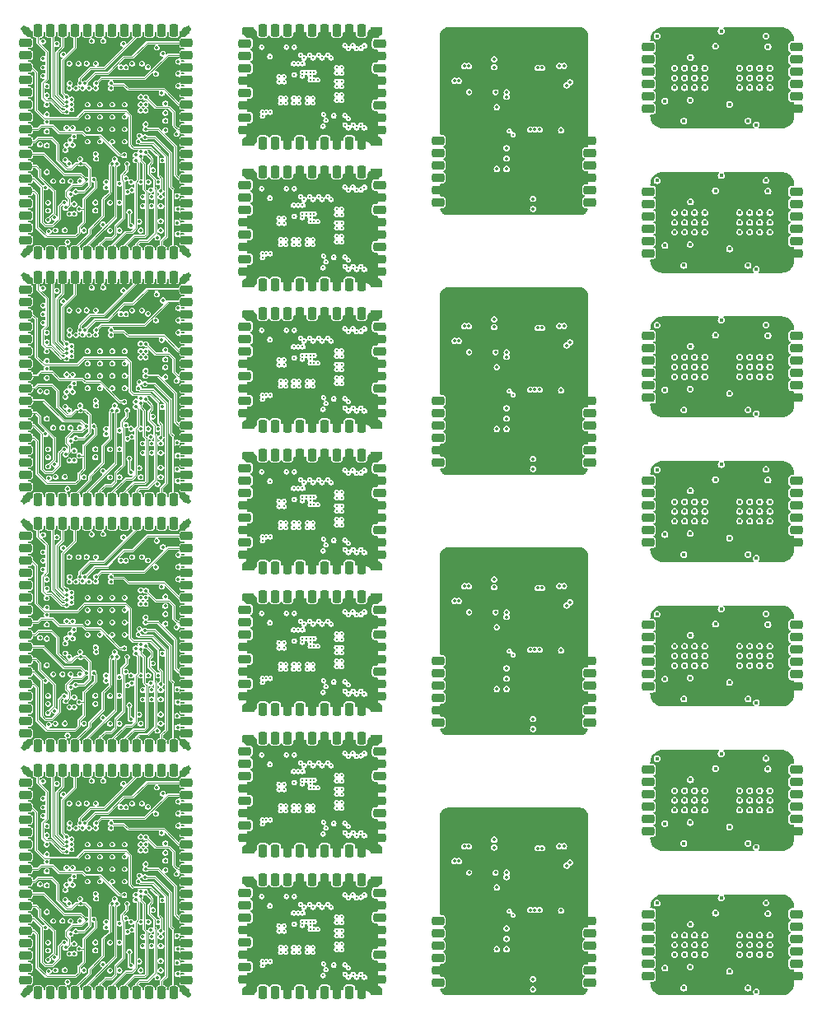
<source format=gbr>
%TF.GenerationSoftware,KiCad,Pcbnew,8.0.4*%
%TF.CreationDate,2024-12-12T16:30:21+01:00*%
%TF.ProjectId,Combined_Module_Panel,436f6d62-696e-4656-945f-4d6f64756c65,rev?*%
%TF.SameCoordinates,Original*%
%TF.FileFunction,Copper,L4,Inr*%
%TF.FilePolarity,Positive*%
%FSLAX46Y46*%
G04 Gerber Fmt 4.6, Leading zero omitted, Abs format (unit mm)*
G04 Created by KiCad (PCBNEW 8.0.4) date 2024-12-12 16:30:21*
%MOMM*%
%LPD*%
G01*
G04 APERTURE LIST*
G04 Aperture macros list*
%AMRoundRect*
0 Rectangle with rounded corners*
0 $1 Rounding radius*
0 $2 $3 $4 $5 $6 $7 $8 $9 X,Y pos of 4 corners*
0 Add a 4 corners polygon primitive as box body*
4,1,4,$2,$3,$4,$5,$6,$7,$8,$9,$2,$3,0*
0 Add four circle primitives for the rounded corners*
1,1,$1+$1,$2,$3*
1,1,$1+$1,$4,$5*
1,1,$1+$1,$6,$7*
1,1,$1+$1,$8,$9*
0 Add four rect primitives between the rounded corners*
20,1,$1+$1,$2,$3,$4,$5,0*
20,1,$1+$1,$4,$5,$6,$7,0*
20,1,$1+$1,$6,$7,$8,$9,0*
20,1,$1+$1,$8,$9,$2,$3,0*%
G04 Aperture macros list end*
%TA.AperFunction,CastellatedPad*%
%ADD10RoundRect,0.225000X-0.415000X0.225000X-0.415000X-0.225000X0.415000X-0.225000X0.415000X0.225000X0*%
%TD*%
%TA.AperFunction,CastellatedPad*%
%ADD11RoundRect,0.225000X0.415000X-0.225000X0.415000X0.225000X-0.415000X0.225000X-0.415000X-0.225000X0*%
%TD*%
%TA.AperFunction,CastellatedPad*%
%ADD12RoundRect,0.225000X0.225000X0.415000X-0.225000X0.415000X-0.225000X-0.415000X0.225000X-0.415000X0*%
%TD*%
%TA.AperFunction,CastellatedPad*%
%ADD13RoundRect,0.225000X-0.225000X-0.415000X0.225000X-0.415000X0.225000X0.415000X-0.225000X0.415000X0*%
%TD*%
%TA.AperFunction,HeatsinkPad*%
%ADD14C,0.400000*%
%TD*%
%TA.AperFunction,ViaPad*%
%ADD15C,0.400000*%
%TD*%
%TA.AperFunction,ViaPad*%
%ADD16C,0.350000*%
%TD*%
%TA.AperFunction,ViaPad*%
%ADD17C,0.250000*%
%TD*%
%TA.AperFunction,Conductor*%
%ADD18C,0.120000*%
%TD*%
G04 APERTURE END LIST*
D10*
%TO.N,N/C*%
%TO.C,J8*%
X172254162Y-69025833D03*
X172254162Y-67755833D03*
X172254162Y-66485833D03*
X172254162Y-65215833D03*
X172254162Y-63945833D03*
X172254162Y-62675833D03*
X157054162Y-62675833D03*
X157054162Y-63945833D03*
X157054162Y-65215833D03*
X157054162Y-66485833D03*
X157054162Y-67755833D03*
X157054162Y-69025833D03*
%TD*%
%TO.N,N/C*%
%TO.C,J1*%
X93065000Y-72735000D03*
X93065000Y-74005000D03*
X93065000Y-75275000D03*
X93065000Y-76545000D03*
X93065000Y-77815000D03*
X93065000Y-79085000D03*
X93065000Y-80355000D03*
X93065000Y-81625000D03*
D11*
X93065000Y-82895000D03*
X93065000Y-84165000D03*
X93065000Y-85435000D03*
X93065000Y-86705000D03*
X93065000Y-87975000D03*
X93065000Y-89245000D03*
X93065000Y-90515000D03*
X93065000Y-91785000D03*
X93065000Y-93055000D03*
D12*
X94335000Y-94325000D03*
X95605000Y-94325000D03*
X96875000Y-94325000D03*
X98145000Y-94325000D03*
X99415000Y-94325000D03*
X100685000Y-94325000D03*
D13*
X101955000Y-94325000D03*
X103225000Y-94325000D03*
X104495000Y-94325000D03*
X105765000Y-94325000D03*
X107035000Y-94325000D03*
X108305000Y-94325000D03*
D10*
X109575000Y-93055000D03*
X109575000Y-91785000D03*
X109575000Y-90515000D03*
X109575000Y-89245000D03*
X109575000Y-87975000D03*
X109575000Y-86705000D03*
X109575000Y-85435000D03*
X109575000Y-84165000D03*
X109575000Y-82895000D03*
X109575000Y-81625000D03*
X109575000Y-80355000D03*
X109575000Y-79085000D03*
D11*
X109575000Y-77815000D03*
X109575000Y-76545000D03*
X109575000Y-75275000D03*
X109575000Y-74005000D03*
X109575000Y-72735000D03*
D13*
X108305000Y-71465000D03*
X107035000Y-71465000D03*
X105765000Y-71465000D03*
X104495000Y-71465000D03*
X103225000Y-71465000D03*
D12*
X101955000Y-71465000D03*
X100685000Y-71465000D03*
X99415000Y-71465000D03*
X98145000Y-71465000D03*
X96875000Y-71465000D03*
X95605000Y-71465000D03*
X94335000Y-71465000D03*
%TD*%
D14*
%TO.N,N/C*%
%TO.C,U11*%
X145901303Y-58277361D03*
X144951303Y-57702361D03*
X146851303Y-57702361D03*
X145901303Y-57127361D03*
%TD*%
D10*
%TO.N,N/C*%
%TO.C,J8*%
X172254162Y-98755499D03*
X172254162Y-97485499D03*
X172254162Y-96215499D03*
X172254162Y-94945499D03*
X172254162Y-93675499D03*
X172254162Y-92405499D03*
X157054162Y-92405499D03*
X157054162Y-93675499D03*
X157054162Y-94945499D03*
X157054162Y-96215499D03*
X157054162Y-97485499D03*
X157054162Y-98755499D03*
%TD*%
%TO.N,N/C*%
%TO.C,J8*%
X172254162Y-83890666D03*
X172254162Y-82620666D03*
X172254162Y-81350666D03*
X172254162Y-80080666D03*
X172254162Y-78810666D03*
X172254162Y-77540666D03*
X157054162Y-77540666D03*
X157054162Y-78810666D03*
X157054162Y-80080666D03*
X157054162Y-81350666D03*
X157054162Y-82620666D03*
X157054162Y-83890666D03*
%TD*%
%TO.N,N/C*%
%TO.C,J2*%
X115585500Y-47441000D03*
X115585500Y-48711000D03*
X115585500Y-49981000D03*
X115585500Y-51251000D03*
X115585500Y-52521000D03*
X115585500Y-53791000D03*
X115585500Y-55061000D03*
X115585500Y-56331000D03*
D12*
X117430500Y-57686000D03*
X118700500Y-57686000D03*
X119970500Y-57686000D03*
X121240500Y-57686000D03*
X122510500Y-57686000D03*
X123780500Y-57686000D03*
X125050500Y-57686000D03*
X126320500Y-57686000D03*
X127590500Y-57686000D03*
D10*
X129435500Y-56331000D03*
X129435500Y-55061000D03*
X129435500Y-53791000D03*
X129435500Y-52521000D03*
X129435500Y-51251000D03*
X129435500Y-49981000D03*
X129435500Y-48711000D03*
X129435500Y-47441000D03*
D12*
X127590500Y-46086000D03*
X126320500Y-46086000D03*
X125050500Y-46086000D03*
X123780500Y-46086000D03*
X122510500Y-46086000D03*
X121240500Y-46086000D03*
X119970500Y-46086000D03*
X118700500Y-46086000D03*
X117430500Y-46086000D03*
%TD*%
D10*
%TO.N,N/C*%
%TO.C,J1*%
X93065000Y-123477000D03*
X93065000Y-124747000D03*
X93065000Y-126017000D03*
X93065000Y-127287000D03*
X93065000Y-128557000D03*
X93065000Y-129827000D03*
X93065000Y-131097000D03*
X93065000Y-132367000D03*
D11*
X93065000Y-133637000D03*
X93065000Y-134907000D03*
X93065000Y-136177000D03*
X93065000Y-137447000D03*
X93065000Y-138717000D03*
X93065000Y-139987000D03*
X93065000Y-141257000D03*
X93065000Y-142527000D03*
X93065000Y-143797000D03*
D12*
X94335000Y-145067000D03*
X95605000Y-145067000D03*
X96875000Y-145067000D03*
X98145000Y-145067000D03*
X99415000Y-145067000D03*
X100685000Y-145067000D03*
D13*
X101955000Y-145067000D03*
X103225000Y-145067000D03*
X104495000Y-145067000D03*
X105765000Y-145067000D03*
X107035000Y-145067000D03*
X108305000Y-145067000D03*
D10*
X109575000Y-143797000D03*
X109575000Y-142527000D03*
X109575000Y-141257000D03*
X109575000Y-139987000D03*
X109575000Y-138717000D03*
X109575000Y-137447000D03*
X109575000Y-136177000D03*
X109575000Y-134907000D03*
X109575000Y-133637000D03*
X109575000Y-132367000D03*
X109575000Y-131097000D03*
X109575000Y-129827000D03*
D11*
X109575000Y-128557000D03*
X109575000Y-127287000D03*
X109575000Y-126017000D03*
X109575000Y-124747000D03*
X109575000Y-123477000D03*
D13*
X108305000Y-122207000D03*
X107035000Y-122207000D03*
X105765000Y-122207000D03*
X104495000Y-122207000D03*
X103225000Y-122207000D03*
D12*
X101955000Y-122207000D03*
X100685000Y-122207000D03*
X99415000Y-122207000D03*
X98145000Y-122207000D03*
X96875000Y-122207000D03*
X95605000Y-122207000D03*
X94335000Y-122207000D03*
%TD*%
D14*
%TO.N,N/C*%
%TO.C,U11*%
X145901303Y-85030661D03*
X144951303Y-84455661D03*
X146851303Y-84455661D03*
X145901303Y-83880661D03*
%TD*%
D11*
%TO.N,N/C*%
%TO.C,J7*%
X135446000Y-84173622D03*
X135446000Y-85443622D03*
X135446000Y-86713622D03*
X135446000Y-87983622D03*
X135446000Y-89253622D03*
X135446000Y-90523622D03*
X151054162Y-90523622D03*
X151054162Y-89253622D03*
X151054162Y-87983622D03*
X151054162Y-86713622D03*
X151054162Y-85443622D03*
X151054162Y-84173622D03*
%TD*%
D10*
%TO.N,N/C*%
%TO.C,J8*%
X172254162Y-54161000D03*
X172254162Y-52891000D03*
X172254162Y-51621000D03*
X172254162Y-50351000D03*
X172254162Y-49081000D03*
X172254162Y-47811000D03*
X157054162Y-47811000D03*
X157054162Y-49081000D03*
X157054162Y-50351000D03*
X157054162Y-51621000D03*
X157054162Y-52891000D03*
X157054162Y-54161000D03*
%TD*%
%TO.N,N/C*%
%TO.C,J8*%
X172254162Y-113620332D03*
X172254162Y-112350332D03*
X172254162Y-111080332D03*
X172254162Y-109810332D03*
X172254162Y-108540332D03*
X172254162Y-107270332D03*
X157054162Y-107270332D03*
X157054162Y-108540332D03*
X157054162Y-109810332D03*
X157054162Y-111080332D03*
X157054162Y-112350332D03*
X157054162Y-113620332D03*
%TD*%
%TO.N,N/C*%
%TO.C,J2*%
X115585500Y-105689400D03*
X115585500Y-106959400D03*
X115585500Y-108229400D03*
X115585500Y-109499400D03*
X115585500Y-110769400D03*
X115585500Y-112039400D03*
X115585500Y-113309400D03*
X115585500Y-114579400D03*
D12*
X117430500Y-115934400D03*
X118700500Y-115934400D03*
X119970500Y-115934400D03*
X121240500Y-115934400D03*
X122510500Y-115934400D03*
X123780500Y-115934400D03*
X125050500Y-115934400D03*
X126320500Y-115934400D03*
X127590500Y-115934400D03*
D10*
X129435500Y-114579400D03*
X129435500Y-113309400D03*
X129435500Y-112039400D03*
X129435500Y-110769400D03*
X129435500Y-109499400D03*
X129435500Y-108229400D03*
X129435500Y-106959400D03*
X129435500Y-105689400D03*
D12*
X127590500Y-104334400D03*
X126320500Y-104334400D03*
X125050500Y-104334400D03*
X123780500Y-104334400D03*
X122510500Y-104334400D03*
X121240500Y-104334400D03*
X119970500Y-104334400D03*
X118700500Y-104334400D03*
X117430500Y-104334400D03*
%TD*%
D11*
%TO.N,N/C*%
%TO.C,J7*%
X135446000Y-57420322D03*
X135446000Y-58690322D03*
X135446000Y-59960322D03*
X135446000Y-61230322D03*
X135446000Y-62500322D03*
X135446000Y-63770322D03*
X151054162Y-63770322D03*
X151054162Y-62500322D03*
X151054162Y-61230322D03*
X151054162Y-59960322D03*
X151054162Y-58690322D03*
X151054162Y-57420322D03*
%TD*%
D10*
%TO.N,N/C*%
%TO.C,J1*%
X93065000Y-47364000D03*
X93065000Y-48634000D03*
X93065000Y-49904000D03*
X93065000Y-51174000D03*
X93065000Y-52444000D03*
X93065000Y-53714000D03*
X93065000Y-54984000D03*
X93065000Y-56254000D03*
D11*
X93065000Y-57524000D03*
X93065000Y-58794000D03*
X93065000Y-60064000D03*
X93065000Y-61334000D03*
X93065000Y-62604000D03*
X93065000Y-63874000D03*
X93065000Y-65144000D03*
X93065000Y-66414000D03*
X93065000Y-67684000D03*
D12*
X94335000Y-68954000D03*
X95605000Y-68954000D03*
X96875000Y-68954000D03*
X98145000Y-68954000D03*
X99415000Y-68954000D03*
X100685000Y-68954000D03*
D13*
X101955000Y-68954000D03*
X103225000Y-68954000D03*
X104495000Y-68954000D03*
X105765000Y-68954000D03*
X107035000Y-68954000D03*
X108305000Y-68954000D03*
D10*
X109575000Y-67684000D03*
X109575000Y-66414000D03*
X109575000Y-65144000D03*
X109575000Y-63874000D03*
X109575000Y-62604000D03*
X109575000Y-61334000D03*
X109575000Y-60064000D03*
X109575000Y-58794000D03*
X109575000Y-57524000D03*
X109575000Y-56254000D03*
X109575000Y-54984000D03*
X109575000Y-53714000D03*
D11*
X109575000Y-52444000D03*
X109575000Y-51174000D03*
X109575000Y-49904000D03*
X109575000Y-48634000D03*
X109575000Y-47364000D03*
D13*
X108305000Y-46094000D03*
X107035000Y-46094000D03*
X105765000Y-46094000D03*
X104495000Y-46094000D03*
X103225000Y-46094000D03*
D12*
X101955000Y-46094000D03*
X100685000Y-46094000D03*
X99415000Y-46094000D03*
X98145000Y-46094000D03*
X96875000Y-46094000D03*
X95605000Y-46094000D03*
X94335000Y-46094000D03*
%TD*%
D10*
%TO.N,N/C*%
%TO.C,J2*%
X115585500Y-120251500D03*
X115585500Y-121521500D03*
X115585500Y-122791500D03*
X115585500Y-124061500D03*
X115585500Y-125331500D03*
X115585500Y-126601500D03*
X115585500Y-127871500D03*
X115585500Y-129141500D03*
D12*
X117430500Y-130496500D03*
X118700500Y-130496500D03*
X119970500Y-130496500D03*
X121240500Y-130496500D03*
X122510500Y-130496500D03*
X123780500Y-130496500D03*
X125050500Y-130496500D03*
X126320500Y-130496500D03*
X127590500Y-130496500D03*
D10*
X129435500Y-129141500D03*
X129435500Y-127871500D03*
X129435500Y-126601500D03*
X129435500Y-125331500D03*
X129435500Y-124061500D03*
X129435500Y-122791500D03*
X129435500Y-121521500D03*
X129435500Y-120251500D03*
D12*
X127590500Y-118896500D03*
X126320500Y-118896500D03*
X125050500Y-118896500D03*
X123780500Y-118896500D03*
X122510500Y-118896500D03*
X121240500Y-118896500D03*
X119970500Y-118896500D03*
X118700500Y-118896500D03*
X117430500Y-118896500D03*
%TD*%
D11*
%TO.N,N/C*%
%TO.C,J7*%
X135446000Y-137696703D03*
X135446000Y-138966703D03*
X135446000Y-140236703D03*
X135446000Y-141506703D03*
X135446000Y-142776703D03*
X135446000Y-144046703D03*
X151054162Y-144046703D03*
X151054162Y-142776703D03*
X151054162Y-141506703D03*
X151054162Y-140236703D03*
X151054162Y-138966703D03*
X151054162Y-137696703D03*
%TD*%
D10*
%TO.N,N/C*%
%TO.C,J8*%
X172254162Y-143349998D03*
X172254162Y-142079998D03*
X172254162Y-140809998D03*
X172254162Y-139539998D03*
X172254162Y-138269998D03*
X172254162Y-136999998D03*
X157054162Y-136999998D03*
X157054162Y-138269998D03*
X157054162Y-139539998D03*
X157054162Y-140809998D03*
X157054162Y-142079998D03*
X157054162Y-143349998D03*
%TD*%
%TO.N,N/C*%
%TO.C,J2*%
X115585500Y-76565200D03*
X115585500Y-77835200D03*
X115585500Y-79105200D03*
X115585500Y-80375200D03*
X115585500Y-81645200D03*
X115585500Y-82915200D03*
X115585500Y-84185200D03*
X115585500Y-85455200D03*
D12*
X117430500Y-86810200D03*
X118700500Y-86810200D03*
X119970500Y-86810200D03*
X121240500Y-86810200D03*
X122510500Y-86810200D03*
X123780500Y-86810200D03*
X125050500Y-86810200D03*
X126320500Y-86810200D03*
X127590500Y-86810200D03*
D10*
X129435500Y-85455200D03*
X129435500Y-84185200D03*
X129435500Y-82915200D03*
X129435500Y-81645200D03*
X129435500Y-80375200D03*
X129435500Y-79105200D03*
X129435500Y-77835200D03*
X129435500Y-76565200D03*
D12*
X127590500Y-75210200D03*
X126320500Y-75210200D03*
X125050500Y-75210200D03*
X123780500Y-75210200D03*
X122510500Y-75210200D03*
X121240500Y-75210200D03*
X119970500Y-75210200D03*
X118700500Y-75210200D03*
X117430500Y-75210200D03*
%TD*%
D10*
%TO.N,N/C*%
%TO.C,J8*%
X172254162Y-128485165D03*
X172254162Y-127215165D03*
X172254162Y-125945165D03*
X172254162Y-124675165D03*
X172254162Y-123405165D03*
X172254162Y-122135165D03*
X157054162Y-122135165D03*
X157054162Y-123405165D03*
X157054162Y-124675165D03*
X157054162Y-125945165D03*
X157054162Y-127215165D03*
X157054162Y-128485165D03*
%TD*%
%TO.N,N/C*%
%TO.C,J1*%
X93065000Y-98106000D03*
X93065000Y-99376000D03*
X93065000Y-100646000D03*
X93065000Y-101916000D03*
X93065000Y-103186000D03*
X93065000Y-104456000D03*
X93065000Y-105726000D03*
X93065000Y-106996000D03*
D11*
X93065000Y-108266000D03*
X93065000Y-109536000D03*
X93065000Y-110806000D03*
X93065000Y-112076000D03*
X93065000Y-113346000D03*
X93065000Y-114616000D03*
X93065000Y-115886000D03*
X93065000Y-117156000D03*
X93065000Y-118426000D03*
D12*
X94335000Y-119696000D03*
X95605000Y-119696000D03*
X96875000Y-119696000D03*
X98145000Y-119696000D03*
X99415000Y-119696000D03*
X100685000Y-119696000D03*
D13*
X101955000Y-119696000D03*
X103225000Y-119696000D03*
X104495000Y-119696000D03*
X105765000Y-119696000D03*
X107035000Y-119696000D03*
X108305000Y-119696000D03*
D10*
X109575000Y-118426000D03*
X109575000Y-117156000D03*
X109575000Y-115886000D03*
X109575000Y-114616000D03*
X109575000Y-113346000D03*
X109575000Y-112076000D03*
X109575000Y-110806000D03*
X109575000Y-109536000D03*
X109575000Y-108266000D03*
X109575000Y-106996000D03*
X109575000Y-105726000D03*
X109575000Y-104456000D03*
D11*
X109575000Y-103186000D03*
X109575000Y-101916000D03*
X109575000Y-100646000D03*
X109575000Y-99376000D03*
X109575000Y-98106000D03*
D13*
X108305000Y-96836000D03*
X107035000Y-96836000D03*
X105765000Y-96836000D03*
X104495000Y-96836000D03*
X103225000Y-96836000D03*
D12*
X101955000Y-96836000D03*
X100685000Y-96836000D03*
X99415000Y-96836000D03*
X98145000Y-96836000D03*
X96875000Y-96836000D03*
X95605000Y-96836000D03*
X94335000Y-96836000D03*
%TD*%
D10*
%TO.N,N/C*%
%TO.C,J2*%
X115585500Y-62003100D03*
X115585500Y-63273100D03*
X115585500Y-64543100D03*
X115585500Y-65813100D03*
X115585500Y-67083100D03*
X115585500Y-68353100D03*
X115585500Y-69623100D03*
X115585500Y-70893100D03*
D12*
X117430500Y-72248100D03*
X118700500Y-72248100D03*
X119970500Y-72248100D03*
X121240500Y-72248100D03*
X122510500Y-72248100D03*
X123780500Y-72248100D03*
X125050500Y-72248100D03*
X126320500Y-72248100D03*
X127590500Y-72248100D03*
D10*
X129435500Y-70893100D03*
X129435500Y-69623100D03*
X129435500Y-68353100D03*
X129435500Y-67083100D03*
X129435500Y-65813100D03*
X129435500Y-64543100D03*
X129435500Y-63273100D03*
X129435500Y-62003100D03*
D12*
X127590500Y-60648100D03*
X126320500Y-60648100D03*
X125050500Y-60648100D03*
X123780500Y-60648100D03*
X122510500Y-60648100D03*
X121240500Y-60648100D03*
X119970500Y-60648100D03*
X118700500Y-60648100D03*
X117430500Y-60648100D03*
%TD*%
D14*
%TO.N,N/C*%
%TO.C,U11*%
X145901303Y-138553742D03*
X144951303Y-137978742D03*
X146851303Y-137978742D03*
X145901303Y-137403742D03*
%TD*%
D10*
%TO.N,N/C*%
%TO.C,J2*%
X115585500Y-134813600D03*
X115585500Y-136083600D03*
X115585500Y-137353600D03*
X115585500Y-138623600D03*
X115585500Y-139893600D03*
X115585500Y-141163600D03*
X115585500Y-142433600D03*
X115585500Y-143703600D03*
D12*
X117430500Y-145058600D03*
X118700500Y-145058600D03*
X119970500Y-145058600D03*
X121240500Y-145058600D03*
X122510500Y-145058600D03*
X123780500Y-145058600D03*
X125050500Y-145058600D03*
X126320500Y-145058600D03*
X127590500Y-145058600D03*
D10*
X129435500Y-143703600D03*
X129435500Y-142433600D03*
X129435500Y-141163600D03*
X129435500Y-139893600D03*
X129435500Y-138623600D03*
X129435500Y-137353600D03*
X129435500Y-136083600D03*
X129435500Y-134813600D03*
D12*
X127590500Y-133458600D03*
X126320500Y-133458600D03*
X125050500Y-133458600D03*
X123780500Y-133458600D03*
X122510500Y-133458600D03*
X121240500Y-133458600D03*
X119970500Y-133458600D03*
X118700500Y-133458600D03*
X117430500Y-133458600D03*
%TD*%
D11*
%TO.N,N/C*%
%TO.C,J7*%
X135446000Y-110926922D03*
X135446000Y-112196922D03*
X135446000Y-113466922D03*
X135446000Y-114736922D03*
X135446000Y-116006922D03*
X135446000Y-117276922D03*
X151054162Y-117276922D03*
X151054162Y-116006922D03*
X151054162Y-114736922D03*
X151054162Y-113466922D03*
X151054162Y-112196922D03*
X151054162Y-110926922D03*
%TD*%
D14*
%TO.N,N/C*%
%TO.C,U11*%
X145901303Y-111783961D03*
X144951303Y-111208961D03*
X146851303Y-111208961D03*
X145901303Y-110633961D03*
%TD*%
D10*
%TO.N,N/C*%
%TO.C,J2*%
X115585500Y-91127300D03*
X115585500Y-92397300D03*
X115585500Y-93667300D03*
X115585500Y-94937300D03*
X115585500Y-96207300D03*
X115585500Y-97477300D03*
X115585500Y-98747300D03*
X115585500Y-100017300D03*
D12*
X117430500Y-101372300D03*
X118700500Y-101372300D03*
X119970500Y-101372300D03*
X121240500Y-101372300D03*
X122510500Y-101372300D03*
X123780500Y-101372300D03*
X125050500Y-101372300D03*
X126320500Y-101372300D03*
X127590500Y-101372300D03*
D10*
X129435500Y-100017300D03*
X129435500Y-98747300D03*
X129435500Y-97477300D03*
X129435500Y-96207300D03*
X129435500Y-94937300D03*
X129435500Y-93667300D03*
X129435500Y-92397300D03*
X129435500Y-91127300D03*
D12*
X127590500Y-89772300D03*
X126320500Y-89772300D03*
X125050500Y-89772300D03*
X123780500Y-89772300D03*
X122510500Y-89772300D03*
X121240500Y-89772300D03*
X119970500Y-89772300D03*
X118700500Y-89772300D03*
X117430500Y-89772300D03*
%TD*%
D14*
%TO.N,N/C*%
%TO.C,U8*%
X139915581Y-135761103D03*
X139915581Y-133861103D03*
%TD*%
%TO.N,N/C*%
%TO.C,U8*%
X139915581Y-108991322D03*
X139915581Y-107091322D03*
%TD*%
%TO.N,N/C*%
%TO.C,U8*%
X139915581Y-82238022D03*
X139915581Y-80338022D03*
%TD*%
%TO.N,N/C*%
%TO.C,U8*%
X139915581Y-55484722D03*
X139915581Y-53584722D03*
%TD*%
D15*
%TO.N,*%
X160787495Y-111445332D03*
D16*
X143906000Y-115966650D03*
X148104503Y-109877600D03*
X100304000Y-102297000D03*
X148104503Y-115821322D03*
X98912500Y-52048250D03*
D17*
X117485500Y-65398100D03*
D16*
X138706000Y-126486431D03*
D15*
X163804162Y-55813500D03*
D17*
X142770581Y-83587261D03*
D16*
X139356000Y-46860050D03*
D17*
X121148000Y-67610600D03*
D16*
X149017665Y-51431829D03*
X95224000Y-78168000D03*
D17*
X124098000Y-92309800D03*
D16*
X149106000Y-140786431D03*
X95101000Y-138377000D03*
X100685000Y-105726000D03*
X104876000Y-117421000D03*
X140495581Y-129311103D03*
X97129000Y-135542000D03*
X104876000Y-58540000D03*
D17*
X125863000Y-142236100D03*
D15*
X160704162Y-129737665D03*
D17*
X123673000Y-98434800D03*
X122023000Y-67610600D03*
D16*
X97256000Y-134018000D03*
X138604907Y-49763707D03*
D17*
X117985500Y-109634400D03*
D16*
X96911000Y-73965000D03*
X95363000Y-139925000D03*
D15*
X169154162Y-91257999D03*
D16*
X146111581Y-126790703D03*
X97764000Y-79085000D03*
X94843000Y-49015000D03*
X95441000Y-142877000D03*
D15*
X161820828Y-81715666D03*
D16*
X138635581Y-89162900D03*
X143906000Y-46210050D03*
X103225000Y-106996000D03*
D17*
X121683000Y-136306100D03*
D16*
X96041000Y-65364000D03*
X98231750Y-102806000D03*
D15*
X161820828Y-141174998D03*
D17*
X119248000Y-126359000D03*
X122573000Y-67610600D03*
D16*
X103501000Y-113471000D03*
X136106000Y-51410050D03*
X100212000Y-140743000D03*
X145206000Y-47510050D03*
X147374907Y-130040088D03*
X143450581Y-139552981D03*
D15*
X158754162Y-142552498D03*
D16*
X105087000Y-63221000D03*
X138706000Y-127136431D03*
D15*
X161354162Y-68128333D03*
D16*
X103225000Y-104456000D03*
X146506000Y-47510050D03*
X97764000Y-129319000D03*
X99028000Y-92050000D03*
D17*
X118148000Y-136151100D03*
X118423000Y-82522700D03*
D16*
X99593250Y-52053500D03*
D17*
X122573000Y-111296900D03*
D15*
X164554162Y-61028333D03*
D16*
X108671000Y-140587000D03*
D17*
X122698000Y-124009000D03*
D15*
X167304162Y-55413500D03*
D16*
X150406000Y-128436431D03*
D15*
X163954162Y-62578333D03*
D17*
X127058000Y-56133500D03*
D16*
X137130958Y-131561103D03*
D15*
X165354162Y-136852498D03*
D16*
X148104503Y-60345000D03*
X104876000Y-105091000D03*
X150406000Y-49460050D03*
X146900958Y-130040088D03*
D15*
X167470829Y-110445332D03*
D17*
X120598000Y-82172700D03*
D16*
X94843000Y-47237000D03*
X149756000Y-101016650D03*
D17*
X122023000Y-82672700D03*
X119585500Y-50836000D03*
D16*
X99415000Y-133637000D03*
D17*
X120598000Y-54648500D03*
X121898000Y-50798500D03*
D16*
X138706000Y-127786431D03*
X99415000Y-105726000D03*
X148104503Y-56371000D03*
X140380581Y-132731103D03*
X144556000Y-100366650D03*
D17*
X121148000Y-54648500D03*
D16*
X143450581Y-84961500D03*
D17*
X123623000Y-55948500D03*
D15*
X159754162Y-81715666D03*
D16*
X136756000Y-129086431D03*
D17*
X117985500Y-50836000D03*
D15*
X158754162Y-97957999D03*
D16*
X148385581Y-82228022D03*
X149106000Y-117916650D03*
D17*
X120598000Y-140421100D03*
D16*
X103176000Y-84300000D03*
X136756000Y-115316650D03*
X140006000Y-63760050D03*
D15*
X158754162Y-106497829D03*
D16*
X150406000Y-55310050D03*
X103225000Y-79085000D03*
D17*
X121148000Y-127459000D03*
D16*
X104751000Y-133037000D03*
D15*
X168504162Y-79715666D03*
D17*
X125023000Y-93609800D03*
X120598000Y-55148500D03*
X122023000Y-82172700D03*
D16*
X105384000Y-130462000D03*
X95224000Y-134046000D03*
D17*
X121323000Y-63185600D03*
D16*
X104368000Y-109663000D03*
D17*
X122298000Y-94484800D03*
X122248000Y-121434000D03*
X117985500Y-65948100D03*
D16*
X150406000Y-129086431D03*
D17*
X123098000Y-94884800D03*
X122298000Y-138171100D03*
X122573000Y-111796900D03*
D16*
X141306000Y-126486431D03*
X99841000Y-72555000D03*
D17*
X117485500Y-65948100D03*
D15*
X159754162Y-66850833D03*
X165354162Y-78093166D03*
D17*
X127873000Y-76797700D03*
D16*
X148104503Y-114872200D03*
X148385581Y-135751103D03*
D17*
X121498000Y-50798500D03*
X117485500Y-109634400D03*
X119798000Y-111296900D03*
D16*
X147806000Y-47510050D03*
D17*
X120673000Y-120629000D03*
D16*
X98625000Y-137701000D03*
D15*
X158754162Y-47038497D03*
D16*
X149756000Y-140786431D03*
X149640005Y-105424435D03*
D17*
X142770581Y-56833961D03*
X121148000Y-111296900D03*
D16*
X106937000Y-139334000D03*
D17*
X117798000Y-54523500D03*
D16*
X95877000Y-86959000D03*
X103225000Y-131097000D03*
X140388581Y-100020922D03*
X103225000Y-81625000D03*
D15*
X162854162Y-51986000D03*
X158754162Y-47663500D03*
D16*
X145856000Y-127786431D03*
D15*
X160787495Y-81715666D03*
D16*
X142500581Y-132741103D03*
X95363000Y-63812000D03*
D17*
X125023000Y-137846100D03*
D16*
X103851000Y-66204000D03*
D17*
X125523000Y-50473500D03*
D16*
X137130958Y-76517007D03*
X141306000Y-99716650D03*
X141500581Y-139552981D03*
X98498000Y-125636000D03*
X101828000Y-51555000D03*
D17*
X120673000Y-62380600D03*
D16*
X138056000Y-73613350D03*
D17*
X121898000Y-64960600D03*
D16*
X146900958Y-76517007D03*
X97553000Y-141080000D03*
X150406000Y-76863350D03*
X136106000Y-52710050D03*
X144556000Y-46210050D03*
X148104503Y-142591103D03*
X141225581Y-49074722D03*
X142606000Y-46210050D03*
X107416000Y-56381000D03*
D17*
X122298000Y-109046900D03*
D15*
X159754162Y-94580499D03*
D17*
X125023000Y-139246100D03*
D16*
X143256000Y-99716650D03*
X141956000Y-126486431D03*
X145206000Y-127786431D03*
X149756000Y-128436431D03*
X142490581Y-87098300D03*
X148104503Y-140621381D03*
X97256000Y-81498000D03*
D17*
X118323000Y-77097700D03*
X120598000Y-98334800D03*
D16*
X99841000Y-97926000D03*
D17*
X126223000Y-77097700D03*
D16*
X137406000Y-116616650D03*
X104876000Y-134653000D03*
X148104503Y-113851600D03*
D17*
X123623000Y-70510600D03*
D16*
X97891000Y-106869000D03*
X97256000Y-79847000D03*
D15*
X169154162Y-61528333D03*
D17*
X126698000Y-99509800D03*
D16*
X95363000Y-89183000D03*
D17*
X125523000Y-123284000D03*
D16*
X136106000Y-102966650D03*
D17*
X125023000Y-140646100D03*
X125523000Y-82397700D03*
D16*
X99841000Y-47184000D03*
X141500581Y-80744622D03*
X103501000Y-88100000D03*
D17*
X119085500Y-65398100D03*
D16*
X139590581Y-52444722D03*
X104726000Y-116496000D03*
X104876000Y-109282000D03*
D15*
X165354162Y-121987665D03*
X163754162Y-75893166D03*
D16*
X141225581Y-130151103D03*
D17*
X125523000Y-96409800D03*
D16*
X142606000Y-127136431D03*
X96261000Y-72865000D03*
X106121000Y-60464000D03*
D17*
X123923000Y-55348500D03*
D16*
X105384000Y-81625000D03*
D17*
X119798000Y-54648500D03*
X126223000Y-62535600D03*
X125523000Y-137296100D03*
X125023000Y-51323500D03*
D15*
X162854162Y-66850833D03*
D16*
X95224000Y-105472000D03*
X150406000Y-101666650D03*
D15*
X161404162Y-123187665D03*
D16*
X97164000Y-64348000D03*
D17*
X121073000Y-93209800D03*
X126223000Y-142546100D03*
D16*
X97256000Y-78831000D03*
X105384000Y-105091000D03*
X102463000Y-59810000D03*
X103352000Y-100646000D03*
X143906000Y-62460050D03*
X102844000Y-49904000D03*
D15*
X159754162Y-49986000D03*
D16*
X102701000Y-87250000D03*
D15*
X165404162Y-113172832D03*
D16*
X100304000Y-84673000D03*
D15*
X162854162Y-111445332D03*
D16*
X108691000Y-143167000D03*
X106441000Y-75935000D03*
X98720000Y-59810000D03*
X150406000Y-127786431D03*
X136106000Y-132986431D03*
X96911000Y-124707000D03*
D17*
X122573000Y-140921100D03*
D16*
X108741000Y-127917000D03*
D17*
X121523000Y-49523500D03*
D15*
X166437496Y-110445332D03*
D17*
X125523000Y-80997700D03*
D16*
X104651000Y-133637000D03*
X106937000Y-141832000D03*
D17*
X127048000Y-77097700D03*
D16*
X100304000Y-76926000D03*
X138056000Y-46210050D03*
D17*
X122573000Y-97234800D03*
X121148000Y-53548500D03*
D16*
X148456000Y-74263350D03*
X105003000Y-49523000D03*
D15*
X160704162Y-85143166D03*
D16*
X142495581Y-79678022D03*
D17*
X125523000Y-80447700D03*
D16*
X148670380Y-78509198D03*
X149017665Y-78185129D03*
D15*
X166437496Y-109445332D03*
D16*
X143906000Y-142736431D03*
D17*
X117963000Y-47663500D03*
D16*
X96118000Y-117396000D03*
X99415000Y-104456000D03*
D17*
X125523000Y-81847700D03*
D16*
X96261000Y-123607000D03*
X149756000Y-114016650D03*
X141225581Y-103381322D03*
D17*
X125523000Y-51323500D03*
X121148000Y-69710600D03*
D16*
X103479000Y-110552000D03*
X137406000Y-63110050D03*
X142606000Y-73613350D03*
D17*
X117398000Y-141896100D03*
X121498000Y-79522700D03*
D16*
X104876000Y-79085000D03*
X97256000Y-53935003D03*
X98053000Y-90338000D03*
D17*
X121323000Y-135996100D03*
D16*
X148104503Y-62314722D03*
D15*
X168504162Y-126310165D03*
D16*
X100274000Y-52043000D03*
X139356000Y-127786431D03*
D17*
X125023000Y-65035600D03*
D16*
X95363000Y-115372000D03*
X136106000Y-131036431D03*
X101955000Y-129827000D03*
X100051000Y-137567000D03*
X97256000Y-105218000D03*
X143450581Y-59276600D03*
X104368000Y-84292000D03*
X94843000Y-126017000D03*
D17*
X121148000Y-98834800D03*
X117318000Y-91504800D03*
D15*
X169537496Y-141174998D03*
D17*
X119798000Y-53048500D03*
X125523000Y-67285600D03*
D16*
X146506000Y-101016650D03*
X142606000Y-99716650D03*
D15*
X167470829Y-95580499D03*
D17*
X124458000Y-121744000D03*
D16*
X95101000Y-87635000D03*
X96118000Y-66654000D03*
X146900958Y-49763707D03*
D17*
X123528000Y-63495600D03*
D16*
X97256000Y-103694000D03*
X104651000Y-108266000D03*
X147905581Y-49754722D03*
D17*
X125023000Y-95009800D03*
D16*
X97256000Y-104677003D03*
D15*
X169537496Y-49986000D03*
D16*
X96041000Y-90735000D03*
X149756000Y-142086431D03*
D17*
X127513000Y-84937700D03*
D16*
X145075581Y-50674722D03*
X144556000Y-127786431D03*
X145671632Y-76708022D03*
D15*
X162854162Y-64850833D03*
D16*
X150406000Y-48810050D03*
X146901303Y-136651103D03*
X97571000Y-51554000D03*
X141306000Y-72963350D03*
X97637000Y-133510000D03*
X136106000Y-52060050D03*
D17*
X119248000Y-142021100D03*
D16*
X95200261Y-129861888D03*
X141956000Y-100366650D03*
D17*
X117985500Y-80510200D03*
X122573000Y-125859000D03*
D15*
X161820828Y-65850833D03*
D16*
X141956000Y-72963350D03*
D15*
X161820828Y-79715666D03*
D16*
X148379530Y-49754722D03*
X138370581Y-91223300D03*
X100685000Y-82895000D03*
X149640005Y-78671135D03*
X98018000Y-107758000D03*
X98912500Y-128161250D03*
X106012000Y-89552000D03*
D17*
X121148000Y-68110600D03*
X121898000Y-123209000D03*
D15*
X165404162Y-68578333D03*
X160787495Y-94580499D03*
D16*
X103225000Y-80355000D03*
X105666000Y-112457000D03*
X148063781Y-63457722D03*
D17*
X118148000Y-107026900D03*
D15*
X168504162Y-109445332D03*
D16*
X106441000Y-126677000D03*
X141340581Y-132731103D03*
X103098000Y-98233000D03*
D17*
X127058000Y-128944000D03*
D16*
X145671632Y-130231103D03*
D17*
X118323000Y-120784000D03*
D16*
X95224000Y-102579000D03*
X142495581Y-52924722D03*
X138056000Y-72963350D03*
X137406000Y-127786431D03*
D17*
X127513000Y-70375600D03*
D16*
X149106000Y-74263350D03*
D17*
X119248000Y-113396900D03*
D16*
X104876000Y-135161000D03*
X103176000Y-109671000D03*
D15*
X157954162Y-91282999D03*
D17*
X124723000Y-83992700D03*
D16*
X142490581Y-138484581D03*
D15*
X164554162Y-90757999D03*
D16*
X103951000Y-87900000D03*
X136756000Y-79463350D03*
D17*
X125523000Y-111521900D03*
X126233000Y-99819800D03*
D16*
X147374907Y-49763707D03*
X100251000Y-58829000D03*
D15*
X170504162Y-70678333D03*
D16*
X147806000Y-126486431D03*
X97764000Y-78577000D03*
D15*
X158454162Y-144452498D03*
X168504162Y-110445332D03*
X169537496Y-140174998D03*
D17*
X122298000Y-124009000D03*
D16*
X149756000Y-102966650D03*
D17*
X121498000Y-138171100D03*
D16*
X106937000Y-116461000D03*
X107121000Y-59464000D03*
X106937000Y-114923000D03*
X97891000Y-134018000D03*
D17*
X122573000Y-53048500D03*
X119248000Y-69210600D03*
D15*
X160704162Y-144602498D03*
D17*
X121498000Y-64960600D03*
D16*
X143906000Y-100366650D03*
D15*
X165354162Y-47663500D03*
D16*
X103352000Y-126017000D03*
X107416000Y-129728000D03*
X100251000Y-84200000D03*
D15*
X163754162Y-90757999D03*
D16*
X149106000Y-61810050D03*
D15*
X161820828Y-109445332D03*
D16*
X147374907Y-76517007D03*
X148379530Y-103261322D03*
X144556000Y-73613350D03*
D15*
X164554162Y-120487665D03*
D16*
X149106000Y-47510050D03*
X101731669Y-66679000D03*
D17*
X119585500Y-109084400D03*
D16*
X99316000Y-74894000D03*
X105621000Y-75235000D03*
D17*
X121683000Y-78057700D03*
D16*
X103098000Y-123604000D03*
X145206000Y-46860050D03*
X100274000Y-102785000D03*
X108601000Y-113886000D03*
X106654000Y-87086000D03*
D15*
X158754162Y-122687665D03*
D16*
X100685000Y-132367000D03*
D15*
X161820828Y-110445332D03*
D16*
X108741000Y-51804000D03*
X97037000Y-114582000D03*
X99161000Y-76926000D03*
D17*
X119798000Y-69210600D03*
D15*
X158754162Y-77393166D03*
D16*
X104368000Y-135034000D03*
D15*
X165404162Y-98307999D03*
D16*
X97164000Y-89719000D03*
X143256000Y-46860050D03*
X149106000Y-46210050D03*
X100304000Y-135415000D03*
X141225581Y-75828022D03*
X106937000Y-140294000D03*
D17*
X119848000Y-106066900D03*
D16*
X146111581Y-100020922D03*
D17*
X125023000Y-79597700D03*
X125023000Y-111521900D03*
X119248000Y-111796900D03*
D16*
X102463000Y-110552000D03*
D15*
X158454162Y-70128333D03*
D17*
X123098000Y-138571100D03*
X121498000Y-138571100D03*
D16*
X149756000Y-127786431D03*
D17*
X123673000Y-112996900D03*
D16*
X108601000Y-63144000D03*
X149106000Y-113366650D03*
D17*
X124723000Y-98554800D03*
X127058000Y-143506100D03*
D16*
X149756000Y-129736431D03*
X97665000Y-137701000D03*
D15*
X158454162Y-114722832D03*
D17*
X121073000Y-122334000D03*
D16*
X102691669Y-66679000D03*
D15*
X166437496Y-66850833D03*
D16*
X145206000Y-127136431D03*
D17*
X120598000Y-98834800D03*
X117485500Y-80510200D03*
X117398000Y-84047700D03*
D16*
X150406000Y-108816650D03*
X95224000Y-51837000D03*
D17*
X117985500Y-138208600D03*
D16*
X97256000Y-130048003D03*
X137604907Y-103270307D03*
X105384000Y-109409000D03*
X97361000Y-93255000D03*
X147806000Y-46210050D03*
X148063781Y-143734103D03*
D17*
X122298000Y-123609000D03*
D16*
X142495581Y-133201103D03*
X140495581Y-49034722D03*
D15*
X168504162Y-125310165D03*
D17*
X121148000Y-125859000D03*
D16*
X98912500Y-77419250D03*
X137130958Y-78038022D03*
X145856000Y-74263350D03*
D17*
X125523000Y-126084000D03*
D16*
X94843000Y-125128000D03*
X137406000Y-101016650D03*
D17*
X124458000Y-136306100D03*
D16*
X104368000Y-84814226D03*
D17*
X123528000Y-121744000D03*
D15*
X159754162Y-80715666D03*
D16*
X144556000Y-46860050D03*
X103951000Y-138642000D03*
D15*
X167470829Y-141174998D03*
D16*
X149756000Y-58560050D03*
D15*
X165354162Y-122687665D03*
D16*
X99415000Y-82895000D03*
X147156000Y-100366650D03*
D17*
X119248000Y-83772700D03*
D16*
X97256000Y-129573000D03*
X149756000Y-141436431D03*
D17*
X121323000Y-48623500D03*
X119248000Y-53048500D03*
X125523000Y-125534000D03*
D16*
X150406000Y-48160050D03*
D15*
X167470829Y-109445332D03*
D16*
X106601000Y-118146000D03*
X140006000Y-144036431D03*
D17*
X122298000Y-94884800D03*
D16*
X149106000Y-126486431D03*
X136525581Y-60654722D03*
X140540581Y-113851600D03*
X149106000Y-60510050D03*
D17*
X126223000Y-98859800D03*
D16*
X145401303Y-83055661D03*
X106012000Y-88592000D03*
X137130958Y-104791322D03*
D15*
X161404162Y-138052498D03*
D17*
X119798000Y-127459000D03*
D16*
X108641000Y-91255000D03*
X97129000Y-83784000D03*
D17*
X125523000Y-67835600D03*
D15*
X169354162Y-136952498D03*
D17*
X124098000Y-121434000D03*
D16*
X107416000Y-107123000D03*
D15*
X158454162Y-99857999D03*
D16*
X99028000Y-142792000D03*
D17*
X117985500Y-109084400D03*
D16*
X105409400Y-78373800D03*
X97037000Y-139953000D03*
D17*
X119798000Y-126359000D03*
D16*
X140388581Y-73267622D03*
D17*
X119248000Y-55148500D03*
D16*
X149106000Y-87913350D03*
D17*
X126698000Y-84947700D03*
D16*
X148104503Y-88118900D03*
X108691000Y-117796000D03*
D17*
X117318000Y-62380600D03*
D16*
X100212000Y-90001000D03*
X108741000Y-77175000D03*
D17*
X126688000Y-76787700D03*
X122608000Y-107181900D03*
X120598000Y-93209800D03*
D16*
X100212000Y-115372000D03*
X107416000Y-130688000D03*
D17*
X119085500Y-80510200D03*
D16*
X103851000Y-91575000D03*
X142606000Y-72963350D03*
X95224000Y-127950000D03*
X99593250Y-77424500D03*
X101301000Y-138367000D03*
D17*
X122298000Y-50798500D03*
D15*
X169537496Y-79715666D03*
D17*
X125863000Y-47663500D03*
X118398000Y-122659000D03*
D16*
X97129000Y-110171000D03*
X143460581Y-64470000D03*
D17*
X119248000Y-98334800D03*
D16*
X97256000Y-53460000D03*
X148104503Y-61365600D03*
X105087000Y-113963000D03*
X97665000Y-86959000D03*
D17*
X117963000Y-76787700D03*
X124458000Y-48933500D03*
D16*
X105087000Y-140294000D03*
D17*
X122248000Y-63185600D03*
D16*
X138056000Y-128436431D03*
X97764000Y-129827000D03*
X138635581Y-110718600D03*
X99415000Y-132367000D03*
X136106000Y-74913350D03*
D17*
X122608000Y-78057700D03*
X121683000Y-121744000D03*
X127873000Y-99809800D03*
X121148000Y-112896900D03*
D15*
X161820828Y-80715666D03*
D16*
X144556000Y-47510050D03*
X108731000Y-125407000D03*
X104876000Y-137828000D03*
X95224000Y-52797000D03*
X142606000Y-46860050D03*
X103501000Y-62729000D03*
D17*
X118423000Y-97084800D03*
D16*
X148063781Y-116964322D03*
X136106000Y-48810050D03*
D17*
X120598000Y-142521100D03*
D16*
X106012000Y-114923000D03*
D15*
X167470829Y-124310165D03*
D16*
X147905581Y-130031103D03*
D15*
X165354162Y-92957999D03*
D16*
X100685000Y-108266000D03*
D17*
X119085500Y-95072300D03*
D15*
X163804162Y-145002498D03*
X160704162Y-70278333D03*
D16*
X140388581Y-46514322D03*
X99161000Y-102297000D03*
X99841000Y-123297000D03*
X106941000Y-138737000D03*
X139356000Y-99716650D03*
D17*
X125023000Y-140096100D03*
D16*
X95224000Y-128910000D03*
X138635581Y-115916200D03*
X103225000Y-82895000D03*
X149106000Y-88563350D03*
X97551000Y-77429750D03*
D17*
X126223000Y-113421900D03*
D16*
X138370581Y-144746381D03*
X95224000Y-83304000D03*
X96261000Y-98236000D03*
X139356000Y-100366650D03*
D17*
X127048000Y-47973500D03*
D15*
X160787495Y-96580499D03*
D16*
X145901303Y-56302361D03*
D17*
X127873000Y-105921900D03*
X121073000Y-136896100D03*
D16*
X144556000Y-127136431D03*
X149106000Y-72963350D03*
D15*
X165354162Y-107822832D03*
D17*
X121148000Y-142021100D03*
X119585500Y-138208600D03*
X122023000Y-126359000D03*
D16*
X96261000Y-47494000D03*
X95441000Y-92135000D03*
D17*
X124458000Y-78057700D03*
D16*
X100685000Y-133637000D03*
X97764000Y-104964000D03*
D17*
X125523000Y-140646100D03*
D15*
X169537496Y-95580499D03*
X170504162Y-85543166D03*
D17*
X121898000Y-94484800D03*
D16*
X136525581Y-87408022D03*
D15*
X163954162Y-136902498D03*
D16*
X108641000Y-65884000D03*
X98625000Y-112330000D03*
D17*
X126223000Y-69735600D03*
D16*
X138130958Y-103270307D03*
D17*
X123528000Y-92619800D03*
D15*
X165354162Y-61903330D03*
D16*
X139356000Y-72963350D03*
X138370581Y-117976600D03*
X98655634Y-127661762D03*
X136106000Y-131686431D03*
D17*
X121523000Y-64085600D03*
D16*
X106441000Y-101306000D03*
X103851000Y-142317000D03*
X100685000Y-131097000D03*
X96118000Y-92025000D03*
D15*
X169354162Y-77493166D03*
D16*
X100304000Y-51555000D03*
D15*
X160787495Y-95580499D03*
D17*
X124098000Y-63185600D03*
D16*
X138630581Y-52444722D03*
D17*
X125873000Y-128634000D03*
D16*
X108731000Y-101286000D03*
X105337613Y-133215879D03*
X99288000Y-86832000D03*
D17*
X126223000Y-91659800D03*
D16*
X150406000Y-82713350D03*
D17*
X123528000Y-78057700D03*
D15*
X163954162Y-47713500D03*
D17*
X124898000Y-141321100D03*
D15*
X163954162Y-92307999D03*
X169537496Y-110445332D03*
D16*
X97256000Y-130589000D03*
X100276000Y-49523000D03*
X143450581Y-87098300D03*
D15*
X160787495Y-139174998D03*
D16*
X99028000Y-117421000D03*
X148456000Y-46210050D03*
X97520000Y-135933000D03*
X102691669Y-89183500D03*
X143906000Y-127136431D03*
D15*
X162854162Y-81715666D03*
D17*
X117318000Y-106066900D03*
X117963000Y-105911900D03*
X126233000Y-85257700D03*
D16*
X150406000Y-109466650D03*
D17*
X119798000Y-82672700D03*
D16*
X98653000Y-135415000D03*
X138706000Y-73613350D03*
X138635581Y-83965300D03*
X150161581Y-126790703D03*
X103176000Y-58929000D03*
D17*
X125863000Y-105911900D03*
D16*
X149640005Y-51917835D03*
X105384000Y-56254000D03*
X107121000Y-84835000D03*
X100685000Y-57524000D03*
D17*
X120673000Y-94334800D03*
D16*
X94843000Y-100646000D03*
X97672000Y-62951000D03*
X136756000Y-127786431D03*
D15*
X166437496Y-141174998D03*
D16*
X137406000Y-102316650D03*
X99316000Y-125636000D03*
D17*
X117985500Y-94522300D03*
D16*
X98561000Y-115217000D03*
D17*
X123923000Y-84472700D03*
X125023000Y-96959800D03*
D16*
X137406000Y-75563350D03*
D17*
X120598000Y-140921100D03*
D16*
X95224000Y-111413000D03*
D17*
X121148000Y-113396900D03*
D16*
X100274000Y-77414000D03*
X136756000Y-115966650D03*
D17*
X125523000Y-96959800D03*
D16*
X97764000Y-53714000D03*
X145380581Y-106911322D03*
X106937000Y-64181000D03*
D17*
X120598000Y-82672700D03*
X118123000Y-53048500D03*
D15*
X164454162Y-85543166D03*
D16*
X95224000Y-131605000D03*
D15*
X158754162Y-121362662D03*
D16*
X145901303Y-83055661D03*
X139356000Y-74263350D03*
X141340581Y-105961322D03*
X103225000Y-132367000D03*
X99415000Y-131097000D03*
D17*
X117985500Y-138758600D03*
X127523000Y-91609800D03*
D16*
X138630581Y-79198022D03*
D17*
X117485500Y-138208600D03*
X120673000Y-138021100D03*
D16*
X105901000Y-113286000D03*
X98180000Y-88068000D03*
D17*
X125523000Y-66435600D03*
X123098000Y-109446900D03*
X125023000Y-123284000D03*
D16*
X145856000Y-47510050D03*
D17*
X123098000Y-65760600D03*
D16*
X141500581Y-53991322D03*
D15*
X160787495Y-50986000D03*
D17*
X126688000Y-91349800D03*
D16*
X136525581Y-138231103D03*
D17*
X127873000Y-114371900D03*
D16*
X100212000Y-114546000D03*
X149106000Y-140136431D03*
D15*
X167470829Y-94580499D03*
D17*
X118148000Y-48778500D03*
D16*
X101955000Y-133637000D03*
X149756000Y-48810050D03*
X149756000Y-87913350D03*
X150406000Y-136236431D03*
X141500581Y-60345000D03*
D17*
X123923000Y-69910600D03*
X123098000Y-51198500D03*
D16*
X102691669Y-142792000D03*
X97891000Y-57905000D03*
X106654000Y-61715000D03*
D15*
X166437496Y-96580499D03*
D16*
X101301000Y-137817000D03*
D15*
X161820828Y-51986000D03*
D16*
X145207503Y-90184700D03*
D15*
X163754162Y-120487665D03*
D16*
X101301000Y-61704000D03*
X98053000Y-141080000D03*
X96118000Y-142767000D03*
D17*
X127523000Y-120734000D03*
D16*
X106012000Y-64181000D03*
X149756000Y-74913350D03*
X142490581Y-113851600D03*
X147156000Y-99716650D03*
X141956000Y-99716650D03*
X149756000Y-89863350D03*
X149756000Y-49460050D03*
D17*
X122698000Y-94884800D03*
X119248000Y-54648500D03*
D15*
X158454162Y-129587665D03*
X159754162Y-79715666D03*
D16*
X149756000Y-144686431D03*
D15*
X169537496Y-51986000D03*
D16*
X103701000Y-115521000D03*
X106012000Y-63221000D03*
X141306000Y-73613350D03*
D17*
X119248000Y-112896900D03*
X121498000Y-51198500D03*
X125023000Y-122734000D03*
D16*
X105003000Y-74894000D03*
D15*
X158754162Y-91632996D03*
D16*
X136425581Y-136331103D03*
X148385581Y-108981322D03*
X150406000Y-134936431D03*
X105384000Y-55746000D03*
X97129000Y-84800000D03*
X106012000Y-139334000D03*
D17*
X125023000Y-108171900D03*
X120598000Y-107771900D03*
D16*
X149756000Y-74263350D03*
X137604907Y-104791322D03*
X105621000Y-100606000D03*
D17*
X122608000Y-63495600D03*
X120598000Y-96734800D03*
D16*
X142490581Y-111714800D03*
X101828000Y-102297000D03*
D17*
X122698000Y-79522700D03*
D16*
X145856000Y-101016650D03*
X98180000Y-113439000D03*
X101828000Y-77434000D03*
X138056000Y-101016650D03*
X150406000Y-77513350D03*
X95363000Y-140743000D03*
X136756000Y-102316650D03*
X99161000Y-51555000D03*
X149106000Y-59860050D03*
D17*
X126223000Y-106221900D03*
D16*
X101031000Y-123287000D03*
X148670380Y-51755898D03*
D17*
X118323000Y-91659800D03*
D15*
X170504162Y-55813500D03*
D16*
X97520000Y-110562000D03*
X104876000Y-61715000D03*
D17*
X121523000Y-122334000D03*
D16*
X136756000Y-106216650D03*
D15*
X162854162Y-79715666D03*
D16*
X149106000Y-46860050D03*
X94843000Y-126906000D03*
X103098000Y-47491000D03*
X136756000Y-89863350D03*
D17*
X120598000Y-126359000D03*
X119085500Y-50836000D03*
D16*
X95363000Y-64630000D03*
X136106000Y-50760050D03*
D17*
X127513000Y-114061900D03*
D16*
X104726000Y-91125000D03*
X105621000Y-49864000D03*
X97553000Y-64967000D03*
X136338581Y-126790703D03*
D17*
X121148000Y-55148500D03*
X124458000Y-107181900D03*
D15*
X158754162Y-83093166D03*
D16*
X103225000Y-54984000D03*
X136756000Y-132986431D03*
X137406000Y-106216650D03*
D15*
X169154162Y-76393166D03*
D16*
X97553000Y-90338000D03*
D15*
X168504162Y-51986000D03*
D17*
X117485500Y-95072300D03*
X117985500Y-123646500D03*
X143170581Y-142364581D03*
X120673000Y-91504800D03*
X118198000Y-69085600D03*
D16*
X148104503Y-89068022D03*
X148456000Y-100366650D03*
X138706000Y-74263350D03*
X99415000Y-56254000D03*
D15*
X158754162Y-137552498D03*
D16*
X95441000Y-117506000D03*
D15*
X166437496Y-80715666D03*
D16*
X95200261Y-79119888D03*
X150406000Y-82063350D03*
D15*
X162854162Y-141174998D03*
D16*
X136106000Y-127786431D03*
D15*
X166437496Y-126310165D03*
D16*
X138370581Y-64470000D03*
D15*
X169537496Y-109445332D03*
D17*
X125023000Y-49923500D03*
D16*
X104876000Y-129827000D03*
X104876000Y-142792000D03*
X150406000Y-129736431D03*
X95224000Y-54730000D03*
D15*
X168154162Y-70678333D03*
D16*
X149756000Y-87263350D03*
D17*
X119248000Y-98834800D03*
D15*
X168504162Y-141174998D03*
D16*
X104726000Y-65754000D03*
X104876000Y-59048000D03*
D17*
X119085500Y-138758600D03*
D16*
X105384000Y-81117000D03*
D15*
X166437496Y-94580499D03*
D17*
X117485500Y-50836000D03*
D16*
X149106000Y-141436431D03*
X100276000Y-74894000D03*
D17*
X143170581Y-115594800D03*
D16*
X103225000Y-129827000D03*
D15*
X158454162Y-84993166D03*
D17*
X122698000Y-138571100D03*
X117398000Y-54523500D03*
D16*
X149756000Y-61810050D03*
D17*
X125023000Y-67285600D03*
D16*
X145206000Y-99716650D03*
D17*
X120598000Y-111296900D03*
D15*
X166437496Y-139174998D03*
D16*
X149756000Y-88563350D03*
X145206000Y-72963350D03*
X147156000Y-127136431D03*
X100212000Y-139917000D03*
D17*
X118198000Y-83647700D03*
D16*
X149756000Y-143386431D03*
X102209000Y-135415000D03*
D17*
X119585500Y-65398100D03*
X119798000Y-98334800D03*
D16*
X94531000Y-108566000D03*
X101955000Y-85181000D03*
X102209000Y-84673000D03*
D15*
X159754162Y-125310165D03*
X169354162Y-62628333D03*
D16*
X97672000Y-88322000D03*
D17*
X117318000Y-135191100D03*
D16*
X150406000Y-135586431D03*
X100051000Y-112196000D03*
D17*
X117398000Y-142296100D03*
X125023000Y-50473500D03*
D16*
X108691000Y-67054000D03*
X100251000Y-109571000D03*
D17*
X125523000Y-124684000D03*
X119798000Y-96734800D03*
D15*
X169154162Y-135852498D03*
X168504162Y-96580499D03*
D16*
X101955000Y-132367000D03*
X100685000Y-80355000D03*
X142490581Y-86029900D03*
X95224000Y-77208000D03*
D17*
X119798000Y-127959000D03*
D16*
X97672000Y-113693000D03*
X103987000Y-100265000D03*
D17*
X121073000Y-78647700D03*
D15*
X168154162Y-145002498D03*
D17*
X122573000Y-96734800D03*
D16*
X101955000Y-131097000D03*
D17*
X123528000Y-136306100D03*
D16*
X105901000Y-87915000D03*
D15*
X161354162Y-82993166D03*
D16*
X143256000Y-73613350D03*
X138056000Y-100366650D03*
D15*
X161354162Y-142452498D03*
D16*
X105384000Y-53714000D03*
X136106000Y-101016650D03*
D17*
X125873000Y-114071900D03*
D16*
X146900958Y-103270307D03*
X147156000Y-72963350D03*
X108559000Y-132875000D03*
X104368000Y-59443226D03*
D15*
X164454162Y-70678333D03*
D16*
X95877000Y-112330000D03*
X150406000Y-76213350D03*
X137604907Y-78038022D03*
X104876000Y-129065000D03*
D17*
X118398000Y-49848500D03*
X121898000Y-109046900D03*
D16*
X138056000Y-74913350D03*
X137130958Y-130040088D03*
D17*
X117485500Y-94522300D03*
D16*
X148379530Y-76508022D03*
D17*
X122298000Y-94084800D03*
D15*
X168504162Y-124310165D03*
D17*
X119085500Y-51386000D03*
X123673000Y-127559000D03*
D16*
X105337613Y-82473879D03*
X137604907Y-131561103D03*
D17*
X125523000Y-94159800D03*
D16*
X108731000Y-74665000D03*
X148379530Y-130031103D03*
X108671000Y-89845000D03*
X141306000Y-46860050D03*
X149756000Y-102316650D03*
X101955000Y-56254000D03*
D15*
X166437496Y-49986000D03*
D16*
X104368000Y-110185226D03*
X150406000Y-74913350D03*
X141225581Y-49874722D03*
D17*
X124458000Y-92619800D03*
D16*
X149106000Y-127786431D03*
X136106000Y-76213350D03*
X137604907Y-76517007D03*
D17*
X127513000Y-143186100D03*
D15*
X160787495Y-124310165D03*
D17*
X125523000Y-110121900D03*
D16*
X104876000Y-54349000D03*
D17*
X125023000Y-95559800D03*
D16*
X145401303Y-56302361D03*
D15*
X158754162Y-76768163D03*
D17*
X124898000Y-97634800D03*
D16*
X95363000Y-116332000D03*
D17*
X118323000Y-106221900D03*
X122023000Y-140421100D03*
D16*
X142606000Y-126486431D03*
D17*
X123623000Y-143321100D03*
D16*
X105087000Y-89552000D03*
X108559000Y-82133000D03*
D17*
X142770581Y-109940561D03*
X120598000Y-122334000D03*
X125023000Y-124134000D03*
X125873000Y-70385600D03*
X120598000Y-127959000D03*
D16*
X94531000Y-83195000D03*
D15*
X160787495Y-79715666D03*
D16*
X100685000Y-106996000D03*
D15*
X159754162Y-140174998D03*
D16*
X144901303Y-83055661D03*
X143450581Y-140621381D03*
X145207503Y-91223300D03*
X143450581Y-63431400D03*
D17*
X122573000Y-126359000D03*
D16*
X140495581Y-75788022D03*
D17*
X123673000Y-83872700D03*
D16*
X137604907Y-51284722D03*
X140380581Y-105961322D03*
X98625000Y-86959000D03*
D15*
X167470829Y-79715666D03*
D16*
X145206000Y-101016650D03*
X148114581Y-91354022D03*
D17*
X122298000Y-79922700D03*
D15*
X160787495Y-110445332D03*
D16*
X94843000Y-99757000D03*
D17*
X121683000Y-63495600D03*
D15*
X163804162Y-85543166D03*
D16*
X149756000Y-91163350D03*
X94843000Y-76164000D03*
X105409400Y-53002800D03*
X107416000Y-54575000D03*
D17*
X122248000Y-106871900D03*
D16*
X107416000Y-79946000D03*
X137130958Y-103270307D03*
X102844000Y-75275000D03*
X136756000Y-88563350D03*
D15*
X164454162Y-55813500D03*
D16*
X103888000Y-137828000D03*
X104876000Y-103694000D03*
X136756000Y-91163350D03*
X148104503Y-86079700D03*
X148063781Y-90211022D03*
D17*
X121073000Y-49523500D03*
D16*
X149106000Y-115316650D03*
X108731000Y-126657000D03*
X95363000Y-65590000D03*
X101301000Y-87625000D03*
D17*
X118148000Y-63340600D03*
X122698000Y-108646900D03*
D16*
X138056000Y-46860050D03*
D17*
X121323000Y-106871900D03*
D16*
X139356000Y-126486431D03*
X149106000Y-114666650D03*
X104368000Y-135556226D03*
D15*
X167470829Y-66850833D03*
D16*
X143256000Y-46210050D03*
D17*
X127873000Y-62235600D03*
D16*
X142490581Y-59276600D03*
X101955000Y-108266000D03*
X105384000Y-54349000D03*
X95224000Y-57933000D03*
X136106000Y-48160050D03*
X103352000Y-75275000D03*
X103352000Y-86705000D03*
D15*
X157954162Y-106147832D03*
D17*
X125523000Y-79047700D03*
D16*
X138056000Y-74263350D03*
D17*
X127523000Y-106171900D03*
D16*
X136756000Y-89213350D03*
D17*
X118398000Y-108096900D03*
D16*
X150161581Y-73267622D03*
X99415000Y-57524000D03*
D15*
X158754162Y-121987665D03*
X160787495Y-125310165D03*
D17*
X119798000Y-53548500D03*
D16*
X145075581Y-77428022D03*
D15*
X164554162Y-75893166D03*
D16*
X103888000Y-61715000D03*
D15*
X159754162Y-95580499D03*
D16*
X141306000Y-100366650D03*
D17*
X122298000Y-79522700D03*
D16*
X97037000Y-89211000D03*
D17*
X125523000Y-49923500D03*
D16*
X136525581Y-57954722D03*
X106012000Y-113963000D03*
D15*
X158754162Y-63228333D03*
D16*
X136106000Y-128436431D03*
X97129000Y-134526000D03*
D15*
X169537496Y-66850833D03*
D16*
X137406000Y-144686431D03*
D17*
X125863000Y-62225600D03*
D16*
X101001000Y-142167000D03*
X94843000Y-101535000D03*
D17*
X119248000Y-140421100D03*
D16*
X143450581Y-86029900D03*
D17*
X120598000Y-53548500D03*
D16*
X145380581Y-52484722D03*
X136525581Y-139631103D03*
X103987000Y-49523000D03*
X136756000Y-52710050D03*
D15*
X158754162Y-53363500D03*
D17*
X118198000Y-98209800D03*
X121898000Y-123609000D03*
X126223000Y-84297700D03*
D16*
X136425581Y-82808022D03*
X150406000Y-134286431D03*
X107162000Y-73878000D03*
D17*
X126233000Y-70695600D03*
X118323000Y-135346100D03*
D16*
X150161581Y-46514322D03*
X103851000Y-116946000D03*
D17*
X117318000Y-76942700D03*
D16*
X108731000Y-50544000D03*
X149106000Y-114016650D03*
D17*
X120598000Y-97234800D03*
X121498000Y-123609000D03*
D16*
X108601000Y-88515000D03*
D17*
X122608000Y-121744000D03*
D16*
X148104503Y-59326400D03*
X97571000Y-102296000D03*
X97256000Y-108647000D03*
D15*
X167470829Y-51986000D03*
D17*
X121498000Y-94884800D03*
D16*
X148104503Y-83124300D03*
D17*
X122573000Y-82172700D03*
X121148000Y-83772700D03*
D16*
X138130958Y-130040088D03*
X143450581Y-58208200D03*
X137406000Y-105566650D03*
X98653000Y-110044000D03*
X136106000Y-101666650D03*
X148456000Y-73613350D03*
D17*
X120598000Y-53048500D03*
D16*
X97764000Y-130335000D03*
X106527000Y-73243000D03*
D17*
X119848000Y-120629000D03*
X125023000Y-138696100D03*
X124098000Y-48623500D03*
X123623000Y-85072700D03*
D16*
X100276000Y-125636000D03*
X100304000Y-110044000D03*
X106937000Y-65719000D03*
X149017665Y-104938429D03*
D15*
X160787495Y-126310165D03*
D16*
X100051000Y-86825000D03*
D15*
X157954162Y-46688500D03*
D16*
X143906000Y-46860050D03*
X106601000Y-143517000D03*
X101001000Y-91425000D03*
D17*
X124898000Y-112196900D03*
D16*
X101031000Y-97916000D03*
X101731669Y-92050000D03*
X101731669Y-117421000D03*
X107416000Y-78986000D03*
X100685000Y-79085000D03*
D17*
X117485500Y-79960200D03*
D15*
X157954162Y-61553333D03*
X161820828Y-139174998D03*
D16*
X104751000Y-82295000D03*
X101955000Y-81625000D03*
X144901303Y-136578742D03*
X99161000Y-127668000D03*
X150406000Y-80763350D03*
X102691669Y-117421000D03*
X97256000Y-54476000D03*
X148456000Y-99716650D03*
D17*
X127048000Y-91659800D03*
D15*
X165354162Y-76768163D03*
D16*
X98720000Y-110552000D03*
D15*
X166437496Y-81715666D03*
D16*
X136756000Y-142086431D03*
X145207503Y-117976600D03*
D15*
X167470829Y-140174998D03*
D17*
X118423000Y-67960600D03*
D15*
X158454162Y-55263500D03*
X169537496Y-64850833D03*
X161404162Y-78593166D03*
D16*
X141956000Y-73613350D03*
X95363000Y-90001000D03*
D17*
X120598000Y-67610600D03*
D16*
X99288000Y-61461000D03*
D15*
X168504162Y-64850833D03*
D17*
X120673000Y-65210600D03*
D16*
X137406000Y-78813350D03*
D17*
X117398000Y-83647700D03*
D16*
X149106000Y-64410050D03*
D15*
X160704162Y-100007999D03*
D16*
X105666000Y-87086000D03*
D15*
X169537496Y-96580499D03*
D17*
X123923000Y-142721100D03*
D16*
X149756000Y-61160050D03*
D17*
X122698000Y-94084800D03*
D16*
X148456000Y-101016650D03*
X105384000Y-106488000D03*
X107121000Y-135577000D03*
D17*
X120598000Y-136896100D03*
X121148000Y-140921100D03*
X117963000Y-91349800D03*
D16*
X98561000Y-140588000D03*
D15*
X167470829Y-96580499D03*
D16*
X138056000Y-126486431D03*
D15*
X167470829Y-49986000D03*
D16*
X149106000Y-142086431D03*
X148385581Y-55474722D03*
D17*
X125523000Y-124134000D03*
X126233000Y-143506100D03*
D16*
X137406000Y-64410050D03*
D17*
X124898000Y-68510600D03*
X117985500Y-65398100D03*
X123673000Y-54748500D03*
D16*
X98655634Y-51548762D03*
X150406000Y-47510050D03*
X96837000Y-137701000D03*
X106654000Y-112457000D03*
D17*
X123168000Y-106871900D03*
D16*
X143256000Y-127136431D03*
X136425581Y-109561322D03*
X97891000Y-83276000D03*
X147156000Y-73613350D03*
D17*
X121523000Y-78647700D03*
D16*
X105337613Y-107844879D03*
D15*
X166437496Y-51986000D03*
D17*
X124098000Y-106871900D03*
D16*
X136756000Y-132336431D03*
D17*
X122023000Y-125859000D03*
D15*
X160704162Y-55413500D03*
D17*
X121498000Y-124009000D03*
D16*
X137406000Y-132986431D03*
X94531000Y-57824000D03*
X97129000Y-109155000D03*
X150406000Y-81413350D03*
X147156000Y-46210050D03*
D15*
X168504162Y-50986000D03*
X161354162Y-53263500D03*
D16*
X100251000Y-134942000D03*
D17*
X125523000Y-65885600D03*
D16*
X100212000Y-89175000D03*
D17*
X122698000Y-50398500D03*
D16*
X104876000Y-87086000D03*
X149106000Y-73613350D03*
X137604907Y-49763707D03*
X103176000Y-135042000D03*
D17*
X125023000Y-125534000D03*
X120673000Y-47818500D03*
D16*
X95224000Y-86042000D03*
X95101000Y-113006000D03*
X99028000Y-66679000D03*
X101828000Y-127668000D03*
X146111581Y-46514322D03*
D17*
X119585500Y-109634400D03*
D15*
X163804162Y-130137665D03*
D16*
X108731000Y-100036000D03*
D15*
X162854162Y-94580499D03*
D17*
X117318000Y-120629000D03*
X119798000Y-142521100D03*
D16*
X105087000Y-64181000D03*
D15*
X167470829Y-50986000D03*
D17*
X122023000Y-111796900D03*
D16*
X147806000Y-99716650D03*
X106601000Y-67404000D03*
D17*
X119798000Y-112896900D03*
D15*
X167470829Y-64850833D03*
D16*
X100685000Y-81625000D03*
D15*
X159754162Y-109445332D03*
X162854162Y-109445332D03*
D17*
X125523000Y-139246100D03*
D16*
X102844000Y-126017000D03*
X106527000Y-47872000D03*
D15*
X163954162Y-122037665D03*
D17*
X127873000Y-47673500D03*
X125523000Y-137846100D03*
X121498000Y-65760600D03*
D15*
X166437496Y-140174998D03*
D16*
X139356000Y-101016650D03*
X101301000Y-87075000D03*
X143906000Y-73613350D03*
X97256000Y-79306003D03*
D17*
X122698000Y-137771100D03*
D16*
X136756000Y-101666650D03*
D17*
X122298000Y-109446900D03*
D16*
X97520000Y-85191000D03*
X94843000Y-123350000D03*
D15*
X167304162Y-70278333D03*
X169537496Y-125310165D03*
X167304162Y-100007999D03*
D16*
X108731000Y-75915000D03*
X148104503Y-139602781D03*
X145671632Y-49954722D03*
X147905581Y-76508022D03*
X101955000Y-135923000D03*
X136525581Y-112861322D03*
D17*
X127523000Y-47923500D03*
D16*
X94843000Y-50793000D03*
X103225000Y-57524000D03*
X145206000Y-46210050D03*
D17*
X124898000Y-83072700D03*
X119798000Y-125859000D03*
D16*
X149756000Y-75563350D03*
X149756000Y-47510050D03*
X102691669Y-92050000D03*
X148670380Y-105262498D03*
X94843000Y-97979000D03*
X95363000Y-141703000D03*
D17*
X118423000Y-140771100D03*
X125023000Y-109571900D03*
D15*
X166437496Y-79715666D03*
D16*
X95224000Y-81851000D03*
X145206000Y-126486431D03*
X144556000Y-126486431D03*
X100304000Y-127668000D03*
X102209000Y-59302000D03*
X148104503Y-136647381D03*
D17*
X125863000Y-127674000D03*
X118198000Y-112771900D03*
D16*
X103951000Y-62529000D03*
X103951000Y-113271000D03*
X99593250Y-102795500D03*
D15*
X159754162Y-141174998D03*
D16*
X145206000Y-74263350D03*
D17*
X143170581Y-137110342D03*
D15*
X169354162Y-47763500D03*
D16*
X105384000Y-79085000D03*
X136106000Y-106216650D03*
X140495581Y-102541322D03*
X102463000Y-85181000D03*
D15*
X163804162Y-115272832D03*
D16*
X106121000Y-85835000D03*
D15*
X159754162Y-51986000D03*
D16*
X145901303Y-109808961D03*
D15*
X168154162Y-130137665D03*
X161404162Y-108322832D03*
D16*
X101301000Y-112446000D03*
X137130958Y-49763707D03*
X97538000Y-125636000D03*
X137406000Y-52710050D03*
X148456000Y-127136431D03*
D15*
X162854162Y-110445332D03*
D17*
X119085500Y-79960200D03*
X122298000Y-65360600D03*
X121323000Y-77747700D03*
X122573000Y-82672700D03*
D16*
X144901303Y-56302361D03*
X101828000Y-102805000D03*
D17*
X121498000Y-109046900D03*
X125023000Y-80447700D03*
D16*
X142490581Y-140621381D03*
D15*
X165354162Y-121362662D03*
D16*
X138635581Y-57212000D03*
D15*
X169537496Y-80715666D03*
X160787495Y-49986000D03*
D16*
X137406000Y-89213350D03*
X104876000Y-79720000D03*
D17*
X127873000Y-91359800D03*
D16*
X98018000Y-57016000D03*
D17*
X122248000Y-135996100D03*
X125523000Y-110971900D03*
X118398000Y-137221100D03*
X127058000Y-99819800D03*
X122608000Y-92619800D03*
D16*
X106527000Y-98614000D03*
D15*
X169537496Y-124310165D03*
D16*
X105901000Y-62544000D03*
D15*
X163754162Y-46163500D03*
D17*
X125023000Y-124684000D03*
X143170581Y-110340561D03*
D16*
X137406000Y-73613350D03*
D17*
X121148000Y-127959000D03*
D15*
X160787495Y-141174998D03*
D16*
X104751000Y-107666000D03*
D17*
X119248000Y-127459000D03*
X120598000Y-113396900D03*
D16*
X149756000Y-114666650D03*
D15*
X162854162Y-50986000D03*
D16*
X101955000Y-106996000D03*
D17*
X125523000Y-79597700D03*
D15*
X170504162Y-130137665D03*
D16*
X102701000Y-112621000D03*
D17*
X120673000Y-123459000D03*
X125023000Y-110121900D03*
D16*
X106012000Y-140294000D03*
X146506000Y-127786431D03*
D15*
X162854162Y-96580499D03*
D16*
X97037000Y-63840000D03*
X136525581Y-114161322D03*
X143906000Y-137536431D03*
X143450581Y-90184700D03*
X138706000Y-47510050D03*
X101955000Y-104456000D03*
X136106000Y-75563350D03*
D15*
X165354162Y-63228333D03*
D16*
X138706000Y-100366650D03*
D17*
X142770581Y-136710342D03*
D16*
X136756000Y-47510050D03*
D17*
X143170581Y-83587261D03*
D16*
X145380581Y-80158022D03*
X149756000Y-48160050D03*
X148114581Y-64600722D03*
D17*
X118323000Y-62535600D03*
X120598000Y-69210600D03*
D15*
X163804162Y-70678333D03*
D17*
X120673000Y-76942700D03*
X117963000Y-135036100D03*
D16*
X137406000Y-62460050D03*
D15*
X166437496Y-124310165D03*
D16*
X103352000Y-61334000D03*
X105901000Y-138657000D03*
D17*
X125523000Y-122734000D03*
D16*
X145380581Y-133681103D03*
D17*
X127873000Y-135046100D03*
D16*
X106941000Y-113366000D03*
X143460581Y-91223300D03*
X95224000Y-136784000D03*
X107416000Y-106135000D03*
D17*
X120598000Y-112896900D03*
D16*
X141500581Y-87098300D03*
D15*
X159754162Y-64850833D03*
D17*
X122573000Y-68110600D03*
X119798000Y-84272700D03*
X123528000Y-107181900D03*
X118398000Y-93534800D03*
D16*
X137406000Y-74913350D03*
X143450581Y-60345000D03*
X106121000Y-136577000D03*
D17*
X126698000Y-128634000D03*
D16*
X150406000Y-107516650D03*
X138706000Y-99716650D03*
D17*
X118398000Y-64410600D03*
D16*
X150406000Y-102316650D03*
D15*
X169154162Y-46663500D03*
D16*
X136106000Y-76863350D03*
D15*
X165354162Y-137552498D03*
D16*
X136756000Y-48810050D03*
D17*
X125863000Y-83987700D03*
X125873000Y-84947700D03*
X125863000Y-54863500D03*
X121073000Y-107771900D03*
D15*
X164454162Y-130137665D03*
D16*
X142500581Y-105971322D03*
X108671000Y-115216000D03*
X136106000Y-130386431D03*
D17*
X119248000Y-82672700D03*
D15*
X164554162Y-135352498D03*
D17*
X121148000Y-98334800D03*
D16*
X137406000Y-132336431D03*
D15*
X165354162Y-106497829D03*
D16*
X98053000Y-114709000D03*
D17*
X142770581Y-137110342D03*
D16*
X150161581Y-100020922D03*
X98053000Y-89338000D03*
X96837000Y-112330000D03*
X141225581Y-102581322D03*
D17*
X125023000Y-137296100D03*
D15*
X164554162Y-46163500D03*
X161820828Y-49986000D03*
D16*
X99415000Y-106996000D03*
D15*
X163754162Y-105622832D03*
D16*
X108641000Y-141997000D03*
D15*
X169354162Y-92357999D03*
D17*
X126233000Y-128944000D03*
D16*
X98655634Y-102290762D03*
D17*
X125523000Y-53273500D03*
X117985500Y-79960200D03*
D16*
X148104503Y-141641981D03*
X143256000Y-72963350D03*
D15*
X158754162Y-62528333D03*
D16*
X142490581Y-139552981D03*
D17*
X119085500Y-65948100D03*
X124898000Y-126759000D03*
D16*
X149640005Y-132194216D03*
D15*
X168154162Y-55813500D03*
D17*
X121148000Y-84272700D03*
X119248000Y-67610600D03*
D16*
X136106000Y-77513350D03*
D17*
X121498000Y-94084800D03*
X121498000Y-109446900D03*
D16*
X95224000Y-80863000D03*
D15*
X167470829Y-139174998D03*
D16*
X137406000Y-127136431D03*
X136756000Y-116616650D03*
X147156000Y-74263350D03*
D17*
X118323000Y-47973500D03*
D16*
X104876000Y-104456000D03*
X145206000Y-100366650D03*
X98498000Y-49523000D03*
X143450581Y-138484581D03*
X97891000Y-81498000D03*
X139356000Y-46210050D03*
D15*
X165404162Y-128037665D03*
D16*
X138130958Y-76517007D03*
D15*
X165354162Y-136227495D03*
D16*
X146145581Y-76708022D03*
X136106000Y-74263350D03*
D17*
X119798000Y-55148500D03*
X118123000Y-140421100D03*
D15*
X162854162Y-140174998D03*
D16*
X136756000Y-105566650D03*
X146901303Y-109881322D03*
D15*
X165404162Y-83443166D03*
D16*
X105384000Y-106996000D03*
D15*
X160787495Y-64850833D03*
D16*
X149756000Y-117916650D03*
D15*
X161820828Y-94580499D03*
X159754162Y-126310165D03*
D16*
X99415000Y-80355000D03*
D17*
X117798000Y-83647700D03*
D16*
X136106000Y-50110050D03*
X106527000Y-123985000D03*
X100212000Y-64630000D03*
D17*
X122608000Y-48933500D03*
X120673000Y-50648500D03*
D16*
X136106000Y-103616650D03*
D17*
X121683000Y-48933500D03*
D16*
X100276000Y-100265000D03*
X105409400Y-103744800D03*
X95200261Y-104490888D03*
D17*
X125023000Y-52723500D03*
D16*
X145207503Y-81813022D03*
D15*
X168504162Y-65850833D03*
D16*
X150406000Y-50760050D03*
D17*
X117398000Y-127734000D03*
D15*
X170504162Y-145002498D03*
D16*
X107035000Y-103313000D03*
X101955000Y-80355000D03*
D15*
X159754162Y-65850833D03*
X169537496Y-111445332D03*
D16*
X149106000Y-127136431D03*
D17*
X121898000Y-138171100D03*
X122248000Y-48623500D03*
X119585500Y-138758600D03*
D16*
X145207503Y-143707781D03*
X97571000Y-127667000D03*
X142606000Y-100366650D03*
X105384000Y-134780000D03*
D15*
X160787495Y-109445332D03*
D16*
X98053000Y-63967000D03*
X98231750Y-52064000D03*
X136756000Y-48160050D03*
D17*
X120598000Y-84272700D03*
X121683000Y-107181900D03*
D16*
X100685000Y-129827000D03*
X103701000Y-140892000D03*
X149106000Y-99716650D03*
X146145581Y-103461322D03*
D17*
X117318000Y-47818500D03*
D15*
X164454162Y-145002498D03*
D17*
X120598000Y-49523500D03*
D16*
X98561000Y-89846000D03*
D17*
X119248000Y-82172700D03*
X125523000Y-109571900D03*
D16*
X136525581Y-111461322D03*
D15*
X169537496Y-65850833D03*
D17*
X120598000Y-64085600D03*
D15*
X158754162Y-127687665D03*
D16*
X136525581Y-140931103D03*
D17*
X122298000Y-80322700D03*
D16*
X149756000Y-138836431D03*
D17*
X126223000Y-47973500D03*
D16*
X97665000Y-112330000D03*
X145207503Y-55059722D03*
X106941000Y-62624000D03*
X105337613Y-57102879D03*
D15*
X166437496Y-95580499D03*
D17*
X122298000Y-108646900D03*
X119848000Y-47818500D03*
X117485500Y-51386000D03*
X118123000Y-67610600D03*
D16*
X102701000Y-137992000D03*
X136756000Y-143386431D03*
X138604907Y-130040088D03*
D17*
X118123000Y-111296900D03*
D16*
X106937000Y-113963000D03*
D17*
X117798000Y-141896100D03*
D16*
X138604907Y-76517007D03*
D17*
X125873000Y-143196100D03*
D16*
X107416000Y-105317000D03*
D17*
X127048000Y-135346100D03*
X127513000Y-55813500D03*
D15*
X159754162Y-110445332D03*
D17*
X120598000Y-78647700D03*
D16*
X140540581Y-140621381D03*
D17*
X126688000Y-105911900D03*
D16*
X140380581Y-79208022D03*
X147156000Y-101016650D03*
X137406000Y-117916650D03*
X98498000Y-74894000D03*
X142490581Y-84961500D03*
D17*
X142770581Y-56433961D03*
X122023000Y-97234800D03*
D16*
X138056000Y-101666650D03*
X141956000Y-46860050D03*
D17*
X119848000Y-91504800D03*
X125523000Y-95009800D03*
D16*
X138706000Y-101016650D03*
X137406000Y-101666650D03*
D17*
X122298000Y-51198500D03*
X119848000Y-76942700D03*
D16*
X105087000Y-88592000D03*
X147156000Y-46860050D03*
X99415000Y-53714000D03*
X145075581Y-104181322D03*
X107035000Y-52571000D03*
D17*
X126688000Y-120474000D03*
D16*
X136338581Y-73267622D03*
D17*
X123168000Y-121434000D03*
D16*
X136106000Y-49460050D03*
X106937000Y-142792000D03*
D17*
X118198000Y-54523500D03*
D15*
X161820828Y-64850833D03*
D16*
X99415000Y-79085000D03*
D17*
X120673000Y-106066900D03*
X117963000Y-62225600D03*
D16*
X97078000Y-92025000D03*
D15*
X169537496Y-126310165D03*
X167304162Y-129737665D03*
D17*
X121523000Y-93209800D03*
D16*
X150406000Y-54010050D03*
X100304000Y-59302000D03*
D17*
X122023000Y-53548500D03*
X119585500Y-124196500D03*
X120673000Y-108896900D03*
D16*
X101955000Y-57524000D03*
D17*
X122023000Y-96734800D03*
D16*
X101955000Y-59810000D03*
D17*
X119585500Y-95072300D03*
D16*
X101955000Y-54984000D03*
D17*
X125023000Y-110971900D03*
D16*
X136106000Y-105566650D03*
D17*
X127523000Y-62485600D03*
D16*
X101031000Y-47174000D03*
X104751000Y-56924000D03*
D17*
X120598000Y-69710600D03*
X123168000Y-77747700D03*
X121498000Y-65360600D03*
D16*
X138130958Y-49763707D03*
X106937000Y-92050000D03*
D17*
X126698000Y-70385600D03*
D16*
X147905581Y-103261322D03*
D15*
X165404162Y-142902498D03*
D16*
X101828000Y-52063000D03*
D17*
X124723000Y-54868500D03*
D16*
X101301000Y-112996000D03*
D17*
X125873000Y-55823500D03*
D16*
X102844000Y-100646000D03*
X145075581Y-130951103D03*
D17*
X119248000Y-142521100D03*
D16*
X95224000Y-132593000D03*
X97571000Y-76925000D03*
D17*
X125023000Y-126084000D03*
D16*
X144556000Y-101016650D03*
X147806000Y-72963350D03*
D15*
X161354162Y-112722832D03*
D16*
X137406000Y-48810050D03*
X97891000Y-132240000D03*
X147806000Y-100366650D03*
D17*
X123168000Y-135996100D03*
D16*
X100051000Y-61454000D03*
X136756000Y-63110050D03*
D15*
X167470829Y-80715666D03*
D17*
X119248000Y-68110600D03*
D16*
X149106000Y-100366650D03*
D17*
X122298000Y-64960600D03*
D16*
X101731669Y-63812500D03*
D15*
X168504162Y-111445332D03*
D16*
X102691669Y-139925500D03*
X105621000Y-125977000D03*
D17*
X127513000Y-128624000D03*
D16*
X97129000Y-58413000D03*
X98912500Y-102790250D03*
X143450581Y-112783200D03*
D17*
X127873000Y-70685600D03*
D16*
X99316000Y-49523000D03*
D17*
X119085500Y-109084400D03*
D16*
X106941000Y-87995000D03*
X145401303Y-136578742D03*
D17*
X126698000Y-55823500D03*
D15*
X166437496Y-65850833D03*
X163804162Y-100407999D03*
D17*
X123168000Y-63185600D03*
X125523000Y-108171900D03*
X119585500Y-123646500D03*
D16*
X97256000Y-129065000D03*
D15*
X166437496Y-64850833D03*
D17*
X122298000Y-138571100D03*
D16*
X150406000Y-50110050D03*
D17*
X125863000Y-135036100D03*
D15*
X158754162Y-136852498D03*
D16*
X97129000Y-59429000D03*
X94843000Y-75275000D03*
X102701000Y-61879000D03*
X143906000Y-110766650D03*
X98053000Y-115709000D03*
X138630581Y-105951322D03*
D15*
X161404162Y-93457999D03*
D17*
X127873000Y-56123500D03*
X123168000Y-92309800D03*
D16*
X141340581Y-52454722D03*
X143906000Y-99716650D03*
X104651000Y-82895000D03*
D17*
X125523000Y-140096100D03*
D16*
X141500581Y-113851600D03*
D17*
X121683000Y-92619800D03*
D16*
X143906000Y-72963350D03*
X97672000Y-139064000D03*
X99288000Y-137574000D03*
D15*
X158754162Y-92257999D03*
X169154162Y-106122832D03*
D16*
X98231750Y-77435000D03*
D17*
X121148000Y-111796900D03*
D16*
X101001000Y-116796000D03*
X138706000Y-46860050D03*
D17*
X126688000Y-135036100D03*
D16*
X96837000Y-61588000D03*
X104876000Y-112457000D03*
X145380581Y-53404722D03*
X142500581Y-79218022D03*
D17*
X119248000Y-96734800D03*
D16*
X137604907Y-130040088D03*
X107416000Y-53615000D03*
X136106000Y-78163350D03*
D17*
X121073000Y-64085600D03*
D16*
X143450581Y-116938000D03*
X143450581Y-113851600D03*
X104876000Y-92050000D03*
X97637000Y-82768000D03*
X103701000Y-64779000D03*
X136756000Y-128436431D03*
X101731669Y-142792000D03*
X145901303Y-136578742D03*
D15*
X165354162Y-47038497D03*
D16*
X103225000Y-105726000D03*
X144901303Y-109808961D03*
D17*
X119085500Y-138208600D03*
X117985500Y-51386000D03*
X119798000Y-140921100D03*
D16*
X97164000Y-140461000D03*
X147806000Y-127136431D03*
X143256000Y-126486431D03*
D15*
X161820828Y-126310165D03*
D16*
X105409400Y-129115800D03*
D17*
X127873000Y-143496100D03*
X122698000Y-80322700D03*
X122023000Y-140921100D03*
D16*
X106121000Y-111206000D03*
X137406000Y-115966650D03*
X137406000Y-72963350D03*
X97361000Y-67884000D03*
D17*
X119248000Y-127959000D03*
X121898000Y-94084800D03*
D16*
X107416000Y-80764000D03*
D17*
X121148000Y-140421100D03*
X126223000Y-127984000D03*
D16*
X107162000Y-124620000D03*
D17*
X122573000Y-53548500D03*
D16*
X138706000Y-46210050D03*
X105666000Y-61715000D03*
X104876000Y-78323000D03*
X106937000Y-91090000D03*
X141225581Y-76628022D03*
D15*
X159754162Y-96580499D03*
D17*
X119798000Y-111796900D03*
X123623000Y-128759000D03*
D16*
X95224000Y-130843000D03*
D17*
X119848000Y-135191100D03*
D16*
X105384000Y-131859000D03*
X146145581Y-130231103D03*
X97764000Y-53206000D03*
X97891000Y-56127000D03*
X147374907Y-103270307D03*
X150406000Y-101016650D03*
X95224000Y-103539000D03*
X137406000Y-89863350D03*
D17*
X125863000Y-69425600D03*
D16*
X101031000Y-72545000D03*
X149756000Y-85313350D03*
X150406000Y-54660050D03*
D17*
X118423000Y-111646900D03*
X118148000Y-92464800D03*
X125523000Y-52723500D03*
X121148000Y-69210600D03*
X123098000Y-124009000D03*
D16*
X103888000Y-112457000D03*
X104876000Y-53714000D03*
X136106000Y-79463350D03*
D17*
X119798000Y-97234800D03*
D16*
X105087000Y-114923000D03*
D17*
X125023000Y-67835600D03*
D16*
X149106000Y-91163350D03*
X103225000Y-56254000D03*
D17*
X143170581Y-56833961D03*
D16*
X145671632Y-103461322D03*
X101828000Y-128176000D03*
D17*
X142770581Y-83187261D03*
D16*
X97538000Y-49523000D03*
D15*
X159754162Y-50986000D03*
D16*
X107416000Y-131506000D03*
X136106000Y-102316650D03*
X140540581Y-87098300D03*
D17*
X121148000Y-53048500D03*
D16*
X141500581Y-134267703D03*
X147156000Y-126486431D03*
D17*
X123673000Y-69310600D03*
D16*
X149756000Y-116616650D03*
D17*
X127523000Y-135296100D03*
D16*
X104876000Y-109790000D03*
D17*
X125023000Y-81847700D03*
D15*
X162854162Y-80715666D03*
X165354162Y-107122832D03*
D17*
X127523000Y-77047700D03*
D16*
X143450581Y-111714800D03*
X104726000Y-141867000D03*
D15*
X158754162Y-107822832D03*
D17*
X125863000Y-76787700D03*
D15*
X168154162Y-100407999D03*
D16*
X143450581Y-143707781D03*
X102691669Y-114554500D03*
X136756000Y-144686431D03*
X141306000Y-127136431D03*
D17*
X127873000Y-85247700D03*
X127873000Y-120484000D03*
D15*
X158754162Y-112822832D03*
X168504162Y-49986000D03*
D16*
X137406000Y-128436431D03*
D17*
X119585500Y-80510200D03*
D15*
X165354162Y-48363500D03*
D17*
X120598000Y-125859000D03*
D16*
X97551000Y-128171750D03*
D17*
X117485500Y-138758600D03*
D15*
X165354162Y-62528333D03*
D16*
X150406000Y-102966650D03*
X103888000Y-87086000D03*
D17*
X118148000Y-77902700D03*
D16*
X99316000Y-100265000D03*
D17*
X119798000Y-69710600D03*
X125023000Y-108721900D03*
D16*
X95224000Y-108675000D03*
X149017665Y-131708210D03*
X97361000Y-143997000D03*
X104368000Y-58921000D03*
X106441000Y-50564000D03*
X136338581Y-100020922D03*
D15*
X167304162Y-85143166D03*
D17*
X117985500Y-95072300D03*
D16*
X136106000Y-104916650D03*
D17*
X117985500Y-124196500D03*
D15*
X158754162Y-68228333D03*
X165404162Y-53713500D03*
D16*
X144556000Y-74263350D03*
D17*
X119585500Y-65948100D03*
D15*
X163754162Y-61028333D03*
D16*
X97764000Y-103948000D03*
X94843000Y-72608000D03*
X98653000Y-59302000D03*
D15*
X161820828Y-124310165D03*
D16*
X143906000Y-126486431D03*
D15*
X169537496Y-81715666D03*
D16*
X97256000Y-132240000D03*
X100685000Y-54984000D03*
X97256000Y-83276000D03*
D17*
X125863000Y-113111900D03*
D16*
X142490581Y-60345000D03*
D17*
X122298000Y-65760600D03*
D16*
X99415000Y-108266000D03*
D17*
X125023000Y-80997700D03*
D16*
X138635581Y-137488381D03*
X108559000Y-107504000D03*
X98655634Y-76919762D03*
D17*
X118198000Y-141896100D03*
D16*
X136756000Y-64410050D03*
X142500581Y-52464722D03*
X149106000Y-87263350D03*
X149756000Y-112066650D03*
X147156000Y-47510050D03*
D15*
X163954162Y-107172832D03*
X158754162Y-48363500D03*
D16*
X101828000Y-76926000D03*
X150406000Y-108166650D03*
D17*
X122298000Y-123209000D03*
D16*
X96911000Y-99336000D03*
X99415000Y-129827000D03*
X147806000Y-127786431D03*
D17*
X124723000Y-142241100D03*
X119248000Y-140921100D03*
D15*
X169537496Y-139174998D03*
D16*
X104876000Y-52952000D03*
X141956000Y-46210050D03*
X97256000Y-56127000D03*
D15*
X164454162Y-115272832D03*
D16*
X136106000Y-129736431D03*
X98720000Y-85181000D03*
X100685000Y-53714000D03*
D15*
X158754162Y-107122832D03*
D16*
X106937000Y-88592000D03*
X150406000Y-75563350D03*
X108641000Y-116626000D03*
D17*
X122298000Y-137771100D03*
X121148000Y-126359000D03*
X120598000Y-83772700D03*
D16*
X142490581Y-58208200D03*
X142495581Y-106431322D03*
D17*
X119585500Y-94522300D03*
D15*
X158754162Y-92957999D03*
D16*
X107162000Y-99249000D03*
D17*
X122298000Y-50398500D03*
D16*
X100685000Y-56254000D03*
D17*
X121498000Y-137771100D03*
D16*
X103479000Y-85181000D03*
X145380581Y-105991322D03*
D17*
X117398000Y-98209800D03*
D16*
X97078000Y-117396000D03*
D15*
X167470829Y-111445332D03*
D16*
X105384000Y-104456000D03*
X96041000Y-116106000D03*
D15*
X168504162Y-140174998D03*
D17*
X125523000Y-108721900D03*
D16*
X136756000Y-142736431D03*
X97551000Y-52058750D03*
X107121000Y-110206000D03*
X95224000Y-60671000D03*
D17*
X121148000Y-82672700D03*
X118423000Y-126209000D03*
D16*
X97538000Y-74894000D03*
D17*
X126223000Y-55173500D03*
D16*
X136338581Y-46514322D03*
X103225000Y-108266000D03*
X104876000Y-66679000D03*
X147806000Y-73613350D03*
X141306000Y-46210050D03*
X136106000Y-47510050D03*
X97637000Y-108139000D03*
D17*
X121898000Y-79922700D03*
D16*
X101001000Y-66054000D03*
X140388581Y-126790703D03*
X105666000Y-137828000D03*
X149756000Y-115316650D03*
D17*
X121148000Y-97234800D03*
X124458000Y-63495600D03*
X126688000Y-47663500D03*
D16*
X95363000Y-90961000D03*
X107035000Y-128684000D03*
X97891000Y-108647000D03*
D17*
X127048000Y-62535600D03*
D16*
X96041000Y-141477000D03*
X95441000Y-66764000D03*
X149106000Y-61160050D03*
D17*
X122023000Y-53048500D03*
D16*
X143460581Y-117976600D03*
D17*
X121323000Y-121434000D03*
D16*
X148114581Y-144877103D03*
X139356000Y-47510050D03*
X102691669Y-63812500D03*
D15*
X162854162Y-126310165D03*
D16*
X98053000Y-64967000D03*
X96911000Y-48594000D03*
X100274000Y-128156000D03*
X97361000Y-118626000D03*
X136525581Y-86108022D03*
D17*
X117398000Y-69485600D03*
D15*
X160787495Y-66850833D03*
D17*
X117398000Y-69085600D03*
X127513000Y-99499800D03*
X123168000Y-48623500D03*
D16*
X98053000Y-140080000D03*
D17*
X117798000Y-127334000D03*
X125023000Y-79047700D03*
D16*
X108601000Y-139257000D03*
X103987000Y-74894000D03*
D17*
X120673000Y-79772700D03*
D16*
X102463000Y-135923000D03*
D15*
X161404162Y-48863500D03*
D16*
X143906000Y-57260050D03*
X106654000Y-137828000D03*
X136756000Y-78813350D03*
X148456000Y-47510050D03*
X104876000Y-130462000D03*
D15*
X168154162Y-85543166D03*
D16*
X138635581Y-142685981D03*
D17*
X125523000Y-51873500D03*
X119798000Y-142021100D03*
D16*
X139590581Y-79198022D03*
D17*
X123923000Y-113596900D03*
D16*
X137406000Y-100366650D03*
X148456000Y-127786431D03*
D15*
X169537496Y-50986000D03*
X167470829Y-125310165D03*
D17*
X126233000Y-56133500D03*
D15*
X160787495Y-51986000D03*
D16*
X101955000Y-53714000D03*
D17*
X125023000Y-53273500D03*
D16*
X139356000Y-73613350D03*
D15*
X160787495Y-80715666D03*
D16*
X95224000Y-106234000D03*
D15*
X166437496Y-50986000D03*
D16*
X108731000Y-49294000D03*
D17*
X124723000Y-69430600D03*
D16*
X103225000Y-53714000D03*
X141500581Y-112783200D03*
X148456000Y-46860050D03*
X141225581Y-129351103D03*
X102209000Y-110044000D03*
X137406000Y-91163350D03*
D15*
X162854162Y-124310165D03*
D17*
X121323000Y-92309800D03*
D16*
X149756000Y-101666650D03*
D17*
X121898000Y-79522700D03*
D16*
X146506000Y-74263350D03*
D15*
X169354162Y-122087665D03*
D17*
X125023000Y-66435600D03*
X119248000Y-111296900D03*
D16*
X138056000Y-127786431D03*
X95877000Y-61588000D03*
D17*
X127058000Y-70695600D03*
X126688000Y-62225600D03*
X118423000Y-53398500D03*
D16*
X137406000Y-47510050D03*
D17*
X118123000Y-125859000D03*
D15*
X168154162Y-115272832D03*
D17*
X124098000Y-77747700D03*
X125023000Y-94159800D03*
D16*
X106937000Y-66679000D03*
D17*
X127048000Y-106221900D03*
X127873000Y-128934000D03*
D16*
X104876000Y-84419000D03*
D17*
X118198000Y-127334000D03*
D16*
X108691000Y-92425000D03*
X101955000Y-105726000D03*
D17*
X119248000Y-97234800D03*
D16*
X97256000Y-57905000D03*
D17*
X124898000Y-53948500D03*
D15*
X157954162Y-135877498D03*
D16*
X145401303Y-109808961D03*
D15*
X163754162Y-135352498D03*
D17*
X142770581Y-110340561D03*
D16*
X97256000Y-78323000D03*
X136525581Y-59354722D03*
X145207503Y-135336103D03*
X105384000Y-129827000D03*
X95224000Y-80101000D03*
D15*
X169354162Y-107222832D03*
D16*
X150406000Y-131036431D03*
D17*
X125523000Y-65035600D03*
D15*
X167304162Y-114872832D03*
X157954162Y-76418166D03*
D16*
X101731669Y-139925500D03*
X95877000Y-137701000D03*
X97764000Y-79593000D03*
D17*
X119798000Y-82172700D03*
D16*
X136756000Y-62460050D03*
D17*
X127058000Y-114381900D03*
X123923000Y-128159000D03*
X119248000Y-53548500D03*
X120598000Y-68110600D03*
D16*
X97637000Y-57397000D03*
X99288000Y-112203000D03*
D17*
X122698000Y-65760600D03*
D16*
X136756000Y-101016650D03*
D17*
X124723000Y-127679000D03*
D16*
X98180000Y-138810000D03*
X105384000Y-58667000D03*
X97764000Y-104456000D03*
D17*
X125023000Y-64485600D03*
D15*
X161820828Y-140174998D03*
D17*
X125873000Y-99509800D03*
D15*
X165354162Y-77393166D03*
X166437496Y-111445332D03*
D16*
X94843000Y-49904000D03*
X141500581Y-140621381D03*
X144556000Y-99716650D03*
X140006000Y-90513350D03*
D17*
X123923000Y-99034800D03*
D16*
X98231750Y-128177000D03*
X137406000Y-129086431D03*
D17*
X119585500Y-51386000D03*
X119085500Y-109634400D03*
X119085500Y-123646500D03*
X120598000Y-127459000D03*
D16*
X99593250Y-128166500D03*
D17*
X117798000Y-69085600D03*
X126233000Y-114381900D03*
D16*
X97256000Y-106869000D03*
D17*
X118148000Y-121589000D03*
D16*
X97520000Y-59820000D03*
X143256000Y-100366650D03*
X147806000Y-101016650D03*
D15*
X170504162Y-115272832D03*
D16*
X147156000Y-127786431D03*
D17*
X124723000Y-113116900D03*
X125863000Y-120474000D03*
D15*
X167470829Y-81715666D03*
D17*
X121498000Y-123209000D03*
D16*
X145207503Y-144746381D03*
D15*
X157954162Y-121012665D03*
X169154162Y-120987665D03*
D16*
X95224000Y-56480000D03*
X98180000Y-62697000D03*
D15*
X158754162Y-61903330D03*
D16*
X149756000Y-60510050D03*
X136756000Y-52060050D03*
D17*
X119248000Y-125859000D03*
D15*
X161820828Y-96580499D03*
D16*
X107416000Y-55393000D03*
X103987000Y-125636000D03*
X107035000Y-77942000D03*
X105003000Y-125636000D03*
X143460581Y-144746381D03*
D17*
X117963000Y-120474000D03*
X126698000Y-143196100D03*
D16*
X106601000Y-92775000D03*
D17*
X125863000Y-98549800D03*
D16*
X138056000Y-127136431D03*
X108671000Y-64474000D03*
X106937000Y-89552000D03*
X137406000Y-46210050D03*
D15*
X162854162Y-139174998D03*
D16*
X150406000Y-104266650D03*
X137406000Y-99716650D03*
X97551000Y-102800750D03*
D17*
X125023000Y-51873500D03*
D16*
X103479000Y-59810000D03*
D15*
X165354162Y-92257999D03*
D16*
X137406000Y-52060050D03*
D17*
X127048000Y-120784000D03*
X122248000Y-77747700D03*
X121498000Y-50398500D03*
D16*
X95101000Y-62264000D03*
D15*
X161354162Y-127587665D03*
D16*
X105384000Y-132367000D03*
X107416000Y-104357000D03*
D17*
X121898000Y-108646900D03*
D16*
X150406000Y-130386431D03*
X97256000Y-104202000D03*
X101731669Y-89183500D03*
D17*
X125023000Y-82397700D03*
D16*
X149106000Y-144686431D03*
X95363000Y-114554000D03*
D17*
X117398000Y-127334000D03*
D16*
X145380581Y-132761103D03*
D17*
X125863000Y-91349800D03*
D16*
X136425581Y-56054722D03*
X137130958Y-51284722D03*
D15*
X161404162Y-63728333D03*
X158754162Y-136227495D03*
D16*
X108559000Y-56762000D03*
D15*
X167304162Y-144602498D03*
D16*
X101301000Y-62254000D03*
D15*
X168504162Y-66850833D03*
D17*
X121523000Y-107771900D03*
D16*
X105384000Y-79720000D03*
D17*
X143170581Y-62088200D03*
D15*
X162854162Y-65850833D03*
D16*
X97538000Y-100265000D03*
X138056000Y-99716650D03*
D17*
X121498000Y-108646900D03*
D16*
X94843000Y-74386000D03*
X97553000Y-115709000D03*
D15*
X166437496Y-125310165D03*
D16*
X148104503Y-112833000D03*
D17*
X117798000Y-98209800D03*
D15*
X160787495Y-65850833D03*
D16*
X136756000Y-74913350D03*
D17*
X123673000Y-142121100D03*
D16*
X146111581Y-73267622D03*
X147806000Y-46860050D03*
D17*
X119085500Y-124196500D03*
D16*
X100212000Y-63804000D03*
D15*
X165354162Y-91632996D03*
D16*
X98018000Y-133129000D03*
X97764000Y-54222000D03*
D17*
X122698000Y-51198500D03*
X121148000Y-82172700D03*
D16*
X103225000Y-133637000D03*
X138056000Y-48160050D03*
D17*
X119085500Y-94522300D03*
D16*
X143906000Y-84013350D03*
X101955000Y-110552000D03*
X103352000Y-137447000D03*
D17*
X119248000Y-69710600D03*
D16*
X98018000Y-82387000D03*
D15*
X161820828Y-50986000D03*
D17*
X121498000Y-80322700D03*
D16*
X145207503Y-116938000D03*
D17*
X117398000Y-113171900D03*
D16*
X149756000Y-76213350D03*
D15*
X167470829Y-126310165D03*
D16*
X141500581Y-107497922D03*
X138630581Y-132721103D03*
D17*
X122023000Y-68110600D03*
D16*
X103352000Y-49904000D03*
X149756000Y-63110050D03*
X139356000Y-127136431D03*
D15*
X163954162Y-77443166D03*
D17*
X117798000Y-112771900D03*
X119798000Y-83772700D03*
D16*
X136106000Y-104266650D03*
X143906000Y-89213350D03*
D17*
X121898000Y-50398500D03*
X125523000Y-93609800D03*
D16*
X95224000Y-107222000D03*
X138635581Y-62409600D03*
D15*
X159754162Y-139174998D03*
D17*
X118123000Y-82172700D03*
D16*
X101731669Y-114554500D03*
X137406000Y-79463350D03*
X104876000Y-83911000D03*
X136106000Y-132336431D03*
X137406000Y-126486431D03*
X149756000Y-64410050D03*
X107416000Y-132494000D03*
X108741000Y-102546000D03*
D17*
X118123000Y-96734800D03*
D16*
X150406000Y-103616650D03*
D17*
X122698000Y-123209000D03*
X117398000Y-112771900D03*
D16*
X98653000Y-84673000D03*
X138706000Y-72963350D03*
D15*
X167470829Y-65850833D03*
D16*
X107416000Y-81752000D03*
D17*
X123623000Y-99634800D03*
D16*
X148456000Y-72963350D03*
X97164000Y-115090000D03*
D17*
X126698000Y-114071900D03*
D16*
X136525581Y-84708022D03*
X101955000Y-79085000D03*
X139590581Y-105951322D03*
X97078000Y-66654000D03*
D17*
X121898000Y-65360600D03*
D16*
X136756000Y-74263350D03*
D15*
X162854162Y-125310165D03*
D16*
X97665000Y-61588000D03*
X137406000Y-143386431D03*
X95224000Y-55492000D03*
D17*
X122608000Y-136306100D03*
D16*
X97078000Y-142767000D03*
X145206000Y-73613350D03*
X103352000Y-112076000D03*
D15*
X161354162Y-97857999D03*
D17*
X122023000Y-111296900D03*
D16*
X145207503Y-108566322D03*
D15*
X168504162Y-94580499D03*
D17*
X126223000Y-120784000D03*
D16*
X148670380Y-132032279D03*
D17*
X143170581Y-88841500D03*
D16*
X149106000Y-101016650D03*
D17*
X119798000Y-67610600D03*
D16*
X147806000Y-74263350D03*
X98625000Y-61588000D03*
X138056000Y-47510050D03*
X101955000Y-82895000D03*
D17*
X119798000Y-140421100D03*
D16*
X140540581Y-60345000D03*
X141500581Y-86029900D03*
X148114581Y-118107322D03*
X103479000Y-135923000D03*
X105003000Y-100265000D03*
D17*
X120598000Y-142021100D03*
D15*
X161820828Y-66850833D03*
D16*
X150406000Y-74263350D03*
X145380581Y-79238022D03*
D17*
X119585500Y-79960200D03*
D15*
X161820828Y-95580499D03*
X168504162Y-139174998D03*
D16*
X148104503Y-87098300D03*
X105384000Y-84038000D03*
D17*
X125523000Y-138696100D03*
D15*
X159754162Y-124310165D03*
X168504162Y-80715666D03*
D16*
X138604907Y-103270307D03*
D17*
X117398000Y-54923500D03*
D16*
X136106000Y-78813350D03*
D15*
X169537496Y-94580499D03*
D17*
X117485500Y-124196500D03*
X119248000Y-84272700D03*
D15*
X162854162Y-49986000D03*
D16*
X137406000Y-74263350D03*
X103098000Y-72862000D03*
X145207503Y-63431400D03*
D17*
X125523000Y-95559800D03*
D16*
X137406000Y-48160050D03*
X141340581Y-79208022D03*
D17*
X123528000Y-48933500D03*
D15*
X164454162Y-100407999D03*
D16*
X141500581Y-59276600D03*
D17*
X121148000Y-96734800D03*
D15*
X162854162Y-95580499D03*
X168504162Y-81715666D03*
D17*
X125023000Y-96409800D03*
D15*
X168504162Y-95580499D03*
D16*
X142490581Y-112783200D03*
D17*
X121148000Y-142521100D03*
X121523000Y-136896100D03*
D15*
X158754162Y-78093166D03*
D16*
X99415000Y-81625000D03*
D17*
X122698000Y-109446900D03*
D16*
X140006000Y-117266650D03*
D17*
X117485500Y-123646500D03*
D16*
X105087000Y-139334000D03*
D17*
X119798000Y-68110600D03*
X124098000Y-135996100D03*
D16*
X146145581Y-49954722D03*
X139590581Y-132721103D03*
D17*
X121498000Y-79922700D03*
D16*
X137406000Y-46860050D03*
D15*
X161820828Y-125310165D03*
D16*
X106937000Y-117421000D03*
D17*
X121498000Y-94484800D03*
X123623000Y-114196900D03*
D16*
X99415000Y-54984000D03*
D15*
X164554162Y-105622832D03*
D16*
X141956000Y-127136431D03*
D17*
X125023000Y-65885600D03*
X119848000Y-62380600D03*
D16*
X136106000Y-129086431D03*
X94531000Y-133937000D03*
D15*
X170504162Y-100407999D03*
D16*
X136756000Y-75563350D03*
D17*
X122573000Y-140421100D03*
D16*
X100685000Y-104456000D03*
X95200261Y-53748888D03*
X103701000Y-90150000D03*
X98498000Y-100265000D03*
X150406000Y-55960050D03*
X98720000Y-135923000D03*
D17*
X117485500Y-109084400D03*
D16*
X97256000Y-52952000D03*
D17*
X127058000Y-85257700D03*
X122698000Y-64960600D03*
D16*
X144556000Y-72963350D03*
D17*
X122248000Y-92309800D03*
D15*
X159754162Y-111445332D03*
D16*
X107162000Y-48507000D03*
D17*
X120673000Y-135191100D03*
X123098000Y-80322700D03*
D16*
X136756000Y-117916650D03*
X103501000Y-138842000D03*
D15*
X160704162Y-114872832D03*
D17*
X119798000Y-113396900D03*
D16*
X137406000Y-142736431D03*
D17*
X117398000Y-98609800D03*
D16*
X104651000Y-57524000D03*
D17*
X120598000Y-111796900D03*
D16*
X106937000Y-63221000D03*
X145207503Y-64470000D03*
D17*
X119798000Y-98834800D03*
D16*
X146901303Y-56374722D03*
D17*
X118398000Y-78972700D03*
D16*
X149756000Y-129086431D03*
D15*
X161820828Y-111445332D03*
D16*
X136756000Y-61810050D03*
X149106000Y-86613350D03*
D17*
X125523000Y-64485600D03*
X126223000Y-135346100D03*
D16*
X98561000Y-64475000D03*
X148456000Y-126486431D03*
X96837000Y-86959000D03*
D17*
X121898000Y-137771100D03*
D16*
X140380581Y-52454722D03*
X146901303Y-83128022D03*
D15*
X160787495Y-140174998D03*
%TD*%
D18*
%TO.N,*%
X104495000Y-46633000D02*
X104495000Y-46094000D01*
X103151000Y-99596000D02*
X104051000Y-99596000D01*
X95801000Y-46290000D02*
X95605000Y-46094000D01*
X102921000Y-112206000D02*
X102921000Y-111751000D01*
X107670000Y-99376000D02*
X109575000Y-99376000D01*
X96240000Y-103440000D02*
X96240000Y-99122000D01*
X96311000Y-108536000D02*
X96311000Y-110166000D01*
X98354000Y-55132000D02*
X99082000Y-54404000D01*
X106294000Y-86936883D02*
X106321000Y-86909883D01*
X104127000Y-58180000D02*
X105887000Y-58180000D01*
X97256000Y-104202000D02*
X97002000Y-104202000D01*
X104751000Y-118546000D02*
X105576000Y-118546000D01*
X105251000Y-118046000D02*
X105451000Y-117846000D01*
X108305000Y-106640400D02*
X108660600Y-106996000D01*
X95221000Y-48294000D02*
X94335000Y-47408000D01*
X108432000Y-86324000D02*
X108432000Y-83403000D01*
X105257000Y-101789000D02*
X107670000Y-99376000D01*
X96311000Y-84795000D02*
X96321000Y-84795000D01*
X104495000Y-97375000D02*
X104495000Y-96836000D01*
X103341000Y-130517000D02*
X103776000Y-130952000D01*
X107014000Y-137450000D02*
X107014000Y-138664000D01*
X105451000Y-92475000D02*
X105451000Y-88050000D01*
X98145000Y-144573000D02*
X99626000Y-143092000D01*
X106026000Y-59309000D02*
X105384000Y-58667000D01*
X105409400Y-103744800D02*
X106425400Y-104760800D01*
X107035000Y-93141000D02*
X107035000Y-94325000D01*
X108811000Y-104456000D02*
X109575000Y-104456000D01*
X98791000Y-138117000D02*
X97901000Y-138117000D01*
X103225000Y-94325000D02*
X103225000Y-93626000D01*
X98561000Y-115217000D02*
X99030000Y-115217000D01*
X102301000Y-136085000D02*
X102301000Y-141392000D01*
X95221000Y-124407000D02*
X94335000Y-123521000D01*
X95221000Y-101856000D02*
X95221000Y-99036000D01*
X98655634Y-127661762D02*
X98655634Y-127157366D01*
X99161000Y-127668000D02*
X100177000Y-126652000D01*
X96240000Y-78069000D02*
X96240000Y-73751000D01*
X94201000Y-62954000D02*
X94201000Y-66304000D01*
X107251000Y-77525000D02*
X108811000Y-79085000D01*
X94111000Y-85435000D02*
X94501000Y-85825000D01*
X98145000Y-47872000D02*
X98145000Y-46094000D01*
X96311000Y-133907000D02*
X96311000Y-135537000D01*
X103479000Y-136564000D02*
X103479000Y-135923000D01*
X107491000Y-143427000D02*
X107035000Y-143883000D01*
X95711000Y-133307000D02*
X96311000Y-133907000D01*
X100685000Y-94325000D02*
X100685000Y-93466000D01*
X107670000Y-48634000D02*
X109575000Y-48634000D01*
X105887000Y-134293000D02*
X106711000Y-135117000D01*
X105257000Y-138598000D02*
X105413500Y-138754500D01*
X105337613Y-57102879D02*
X106359879Y-57102879D01*
X102301000Y-142342000D02*
X103126000Y-141517000D01*
X104622000Y-112201883D02*
X104622000Y-110439226D01*
X96875000Y-103313000D02*
X96875000Y-99884000D01*
X106711000Y-137147000D02*
X107014000Y-137450000D01*
X103126000Y-137782000D02*
X102921000Y-137577000D01*
X100812000Y-127160000D02*
X105257000Y-127160000D01*
X101955000Y-93646000D02*
X103346000Y-92255000D01*
X95363000Y-90888000D02*
X95363000Y-90961000D01*
X97551000Y-114796000D02*
X97257000Y-115090000D01*
X98145000Y-73243000D02*
X98145000Y-71465000D01*
X97221000Y-63124000D02*
X97551000Y-63454000D01*
X101955000Y-145067000D02*
X101955000Y-144388000D01*
X105711000Y-86175000D02*
X105711000Y-85365000D01*
X108305000Y-55898400D02*
X108660600Y-56254000D01*
X104876000Y-59456251D02*
X105257000Y-59837251D01*
X96875000Y-99884000D02*
X98145000Y-98614000D01*
X103225000Y-68255000D02*
X104176000Y-67304000D01*
X103126000Y-61669000D02*
X102921000Y-61464000D01*
X105451000Y-113421000D02*
X105413500Y-113383500D01*
X98145000Y-98614000D02*
X98145000Y-96836000D01*
X106321000Y-61414000D02*
X105711000Y-60804000D01*
X96321000Y-135537000D02*
X97241000Y-136457000D01*
X103589558Y-102896000D02*
X107251000Y-102896000D01*
X101026000Y-114196000D02*
X101726000Y-113496000D01*
X105451000Y-117846000D02*
X105451000Y-113421000D01*
X93065000Y-57524000D02*
X94001000Y-57524000D01*
X103225000Y-119696000D02*
X103225000Y-118997000D01*
X102726000Y-84300000D02*
X103176000Y-84300000D01*
X98145000Y-93831000D02*
X99626000Y-92350000D01*
X98151000Y-92675000D02*
X98526000Y-92300000D01*
X94201000Y-142417000D02*
X95201000Y-143417000D01*
X97256000Y-105218000D02*
X96793000Y-105218000D01*
X100685000Y-68095000D02*
X101226000Y-67554000D01*
X103346000Y-66884000D02*
X103921000Y-66884000D01*
X105257000Y-85208251D02*
X105257000Y-87856000D01*
X96240000Y-52698000D02*
X96240000Y-48380000D01*
X94791000Y-78375000D02*
X94791000Y-76915000D01*
X100701000Y-56904000D02*
X102726000Y-58929000D01*
X100177000Y-126652000D02*
X101466000Y-126652000D01*
X94741000Y-112936000D02*
X94741000Y-116586000D01*
X99626000Y-66590117D02*
X101026000Y-65190117D01*
X96875000Y-128684000D02*
X96875000Y-125255000D01*
X104622000Y-59697226D02*
X104368000Y-59443226D01*
X99651000Y-62054000D02*
X99651000Y-60304000D01*
X103776000Y-133942000D02*
X104127000Y-134293000D01*
X95221000Y-76485000D02*
X95221000Y-73665000D01*
X104831000Y-83075000D02*
X106121000Y-83075000D01*
X94741000Y-138307000D02*
X94741000Y-141957000D01*
X99161000Y-51555000D02*
X100177000Y-50539000D01*
X106026000Y-110421000D02*
X106026000Y-110051000D01*
X104495000Y-68954000D02*
X104495000Y-68060000D01*
X105576000Y-67804000D02*
X106421000Y-66959000D01*
X102921000Y-111751000D02*
X103479000Y-111193000D01*
X99415000Y-68165000D02*
X99415000Y-68954000D01*
X96001000Y-138767883D02*
X96001000Y-140992000D01*
X104876000Y-109790000D02*
X104876000Y-110198251D01*
X95801000Y-78235883D02*
X95801000Y-71661000D01*
X103341000Y-54404000D02*
X103776000Y-54839000D01*
X93065000Y-85435000D02*
X94111000Y-85435000D01*
X93065000Y-126017000D02*
X93651000Y-126017000D01*
X95363000Y-116259000D02*
X95363000Y-116332000D01*
X94741000Y-87565000D02*
X94741000Y-91215000D01*
X102301000Y-92500000D02*
X102301000Y-91600000D01*
X105711000Y-110736000D02*
X106026000Y-110421000D01*
X94276000Y-56254000D02*
X94626000Y-55904000D01*
X99651000Y-136417000D02*
X99157000Y-135923000D01*
X95221000Y-51114000D02*
X95221000Y-48294000D01*
X103921000Y-66884000D02*
X104351000Y-66454000D01*
X102301000Y-66229000D02*
X103126000Y-65404000D01*
X105451000Y-62679000D02*
X105413500Y-62641500D01*
X96865000Y-139953000D02*
X97037000Y-139953000D01*
X104495000Y-122746000D02*
X104495000Y-122207000D01*
X95201000Y-143417000D02*
X98151000Y-143417000D01*
X99669000Y-50031000D02*
X101097000Y-50031000D01*
X95826000Y-132017000D02*
X96526000Y-132717000D01*
X106026000Y-59679000D02*
X106026000Y-59309000D01*
X104176000Y-143417000D02*
X105251000Y-143417000D01*
X95661000Y-129457000D02*
X95131000Y-129457000D01*
X95101000Y-66204000D02*
X95781000Y-66204000D01*
X99082000Y-105146000D02*
X103341000Y-105146000D01*
X99626000Y-92350000D02*
X99626000Y-91961117D01*
X99288000Y-137620000D02*
X98791000Y-138117000D01*
X102921000Y-86380000D02*
X103479000Y-85822000D01*
X97002000Y-53460000D02*
X96240000Y-52698000D01*
X105541000Y-47364000D02*
X109575000Y-47364000D01*
X98731000Y-111646000D02*
X96981000Y-111646000D01*
X99030000Y-64475000D02*
X99051000Y-64454000D01*
X96531000Y-140287000D02*
X96865000Y-139953000D01*
X94151000Y-79689000D02*
X94965000Y-80503000D01*
X97256000Y-129573000D02*
X97002000Y-129573000D01*
X94741000Y-65844000D02*
X95101000Y-66204000D01*
X99082000Y-130517000D02*
X103341000Y-130517000D01*
X100304000Y-127668000D02*
X100812000Y-127160000D01*
X108432000Y-83403000D02*
X106654000Y-81625000D01*
X94151000Y-126517000D02*
X94151000Y-130431000D01*
X105257000Y-135950251D02*
X105257000Y-138598000D01*
X104495000Y-144173000D02*
X104751000Y-143917000D01*
X108241000Y-62484000D02*
X108241000Y-68890000D01*
X99157000Y-135923000D02*
X98720000Y-135923000D01*
X94791000Y-129117000D02*
X94791000Y-127657000D01*
X96001000Y-90250000D02*
X95363000Y-90888000D01*
X99082000Y-79775000D02*
X103341000Y-79775000D01*
X98655634Y-76415366D02*
X99669000Y-75402000D01*
X100304000Y-76926000D02*
X100812000Y-76418000D01*
X107035000Y-119696000D02*
X107481000Y-119250000D01*
X105257000Y-62485000D02*
X105413500Y-62641500D01*
X98655634Y-76919762D02*
X98655634Y-76415366D01*
X99288000Y-112203000D02*
X98731000Y-111646000D01*
X96531000Y-116196000D02*
X96531000Y-114916000D01*
X105541000Y-123477000D02*
X109575000Y-123477000D01*
X105337613Y-133215879D02*
X106359879Y-133215879D01*
X97256000Y-54476000D02*
X96793000Y-54476000D01*
X106359879Y-82473879D02*
X107971000Y-84085000D01*
X106026000Y-85050000D02*
X106026000Y-84680000D01*
X93245000Y-137267000D02*
X93065000Y-137447000D01*
X93065000Y-108266000D02*
X94001000Y-108266000D01*
X95101000Y-91575000D02*
X95781000Y-91575000D01*
X93065000Y-137447000D02*
X93881000Y-137447000D01*
X105576000Y-93175000D02*
X106421000Y-92330000D01*
X103851000Y-142317000D02*
X103701000Y-142167000D01*
X108660600Y-106996000D02*
X109575000Y-106996000D01*
X106425400Y-130131800D02*
X107797000Y-130131800D01*
X104622000Y-61459883D02*
X104622000Y-59697226D01*
X93065000Y-132367000D02*
X94276000Y-132367000D01*
X98901000Y-107346000D02*
X99201000Y-107646000D01*
X96875000Y-77942000D02*
X96875000Y-74513000D01*
X105257000Y-127160000D02*
X107670000Y-124747000D01*
X103346000Y-117626000D02*
X103921000Y-117626000D01*
X103225000Y-118997000D02*
X104176000Y-118046000D01*
X101726000Y-85410000D02*
X101955000Y-85181000D01*
X105451000Y-67104000D02*
X105451000Y-62679000D01*
X100201000Y-138417000D02*
X99051000Y-139567000D01*
X106711000Y-111776000D02*
X107014000Y-112079000D01*
X96793000Y-54476000D02*
X95661000Y-53344000D01*
X107014000Y-138664000D02*
X106941000Y-138737000D01*
X98180000Y-62697000D02*
X99008000Y-62697000D01*
X101955000Y-68275000D02*
X103346000Y-66884000D01*
X106421000Y-117701000D02*
X106421000Y-113156000D01*
X99651000Y-60304000D02*
X99157000Y-59810000D01*
X96240000Y-128811000D02*
X96240000Y-124493000D01*
X104876000Y-110198251D02*
X105257000Y-110579251D01*
X102301000Y-67129000D02*
X102301000Y-66229000D01*
X103776000Y-57829000D02*
X104127000Y-58180000D01*
X94151000Y-130431000D02*
X94965000Y-131245000D01*
X99051000Y-88825000D02*
X99051000Y-89825000D01*
X105711000Y-59994000D02*
X106026000Y-59679000D01*
X104876000Y-135161000D02*
X104876000Y-135569251D01*
X94871000Y-84165000D02*
X93065000Y-84165000D01*
X94626000Y-55904000D02*
X95826000Y-55904000D01*
X99288000Y-86878000D02*
X98791000Y-87375000D01*
X103589558Y-52154000D02*
X107251000Y-52154000D01*
X98526000Y-143042000D02*
X98526000Y-142442000D01*
X109575000Y-61334000D02*
X108813000Y-61334000D01*
X98655634Y-101786366D02*
X99669000Y-100773000D01*
X104651000Y-57524000D02*
X104831000Y-57704000D01*
X94201000Y-113696000D02*
X94201000Y-117046000D01*
X102726000Y-109671000D02*
X103176000Y-109671000D01*
X102921000Y-86835000D02*
X102921000Y-86380000D01*
X99161000Y-102297000D02*
X100177000Y-101281000D01*
X95826000Y-55904000D02*
X96526000Y-56604000D01*
X98215000Y-85181000D02*
X98720000Y-85181000D01*
X98526000Y-142442000D02*
X99051000Y-141917000D01*
X100201000Y-87675000D02*
X99051000Y-88825000D01*
X95131000Y-78715000D02*
X94791000Y-78375000D01*
X102301000Y-59972000D02*
X102301000Y-65279000D01*
X105337613Y-107844879D02*
X106359879Y-107844879D01*
X95201000Y-118046000D02*
X98151000Y-118046000D01*
X105887000Y-58180000D02*
X106711000Y-59004000D01*
X99288000Y-137574000D02*
X99288000Y-137620000D01*
X96793000Y-130589000D02*
X95661000Y-129457000D01*
X97256000Y-53460000D02*
X97002000Y-53460000D01*
X94201000Y-117046000D02*
X95201000Y-118046000D01*
X104751000Y-93175000D02*
X105576000Y-93175000D01*
X98526000Y-117071000D02*
X99051000Y-116546000D01*
X95801000Y-71661000D02*
X95605000Y-71465000D01*
X97002000Y-104202000D02*
X96240000Y-103440000D01*
X96526000Y-81975000D02*
X98901000Y-81975000D01*
X102463000Y-85181000D02*
X102301000Y-85343000D01*
X99415000Y-144278000D02*
X99415000Y-145067000D01*
X103921000Y-142997000D02*
X104351000Y-142567000D01*
X98354000Y-105874000D02*
X99082000Y-105146000D01*
X105257000Y-110579251D02*
X105257000Y-113227000D01*
X108813000Y-137447000D02*
X108432000Y-137066000D01*
X103126000Y-116146000D02*
X103126000Y-112411000D01*
X106321000Y-137651883D02*
X106321000Y-137527000D01*
X101097000Y-75402000D02*
X104495000Y-72004000D01*
X103851000Y-66204000D02*
X103701000Y-66054000D01*
X94001000Y-108266000D02*
X94331000Y-107936000D01*
X106026000Y-135422000D02*
X105384000Y-134780000D01*
X105257000Y-113227000D02*
X105413500Y-113383500D01*
X108432000Y-137066000D02*
X108432000Y-134145000D01*
X94791000Y-103746000D02*
X94791000Y-102286000D01*
X104876000Y-59048000D02*
X104876000Y-59456251D01*
X108241000Y-87855000D02*
X108241000Y-94261000D01*
X105251000Y-143417000D02*
X105451000Y-143217000D01*
X94151000Y-105060000D02*
X94965000Y-105874000D01*
X93065000Y-113346000D02*
X93851000Y-113346000D01*
X97221000Y-113866000D02*
X97551000Y-114196000D01*
X106425400Y-54018800D02*
X107797000Y-54018800D01*
X102301000Y-91600000D02*
X103126000Y-90775000D01*
X106711000Y-86405000D02*
X107014000Y-86708000D01*
X104351000Y-117196000D02*
X104351000Y-112472883D01*
X108241000Y-94261000D02*
X108305000Y-94325000D01*
X99030000Y-140588000D02*
X99051000Y-140567000D01*
X101828000Y-51555000D02*
X101976000Y-51703000D01*
X98901000Y-81975000D02*
X99201000Y-82275000D01*
X94871000Y-109536000D02*
X93065000Y-109536000D01*
X108305000Y-79897800D02*
X108305000Y-81269400D01*
X97256000Y-104677003D02*
X96871120Y-104677003D01*
X107971000Y-87585000D02*
X108241000Y-87855000D01*
X104495000Y-145067000D02*
X104495000Y-144173000D01*
X97901000Y-87375000D02*
X97221000Y-88055000D01*
X107491000Y-67314000D02*
X107035000Y-67770000D01*
X107035000Y-68954000D02*
X107481000Y-68508000D01*
X104351000Y-142567000D02*
X104351000Y-137843883D01*
X106654000Y-81625000D02*
X105384000Y-81625000D01*
X102463000Y-135923000D02*
X102301000Y-136085000D01*
X106711000Y-109746000D02*
X106711000Y-111776000D01*
X104651000Y-108266000D02*
X104831000Y-108446000D01*
X107014000Y-61337000D02*
X107014000Y-62551000D01*
X99051000Y-141917000D02*
X99051000Y-140567000D01*
X93065000Y-138717000D02*
X93851000Y-138717000D01*
X94331000Y-133307000D02*
X95711000Y-133307000D01*
X101726000Y-88125000D02*
X101726000Y-85410000D01*
X107491000Y-118056000D02*
X107035000Y-118512000D01*
X97241000Y-111086000D02*
X97681000Y-111086000D01*
X95781000Y-142317000D02*
X96531000Y-141567000D01*
X105451000Y-88050000D02*
X105413500Y-88012500D01*
X106321000Y-112280883D02*
X106321000Y-112156000D01*
X106321000Y-112156000D02*
X105711000Y-111546000D01*
X109575000Y-112076000D02*
X108813000Y-112076000D01*
X108811000Y-53714000D02*
X109575000Y-53714000D01*
X105257000Y-51047000D02*
X107670000Y-48634000D01*
X94501000Y-137267883D02*
X96001000Y-138767883D01*
X105711000Y-136107000D02*
X106026000Y-135792000D01*
X105887000Y-108922000D02*
X106711000Y-109746000D01*
X101726000Y-60039000D02*
X101955000Y-59810000D01*
X100201000Y-62304000D02*
X99051000Y-63454000D01*
X94791000Y-51544000D02*
X95221000Y-51114000D01*
X104876000Y-84419000D02*
X104876000Y-84827251D01*
X102301000Y-110714000D02*
X102301000Y-116021000D01*
X101026000Y-63454000D02*
X101726000Y-62754000D01*
X97681000Y-60344000D02*
X98215000Y-59810000D01*
X98145000Y-68954000D02*
X98145000Y-68460000D01*
X106026000Y-110051000D02*
X105384000Y-109409000D01*
X97257000Y-89719000D02*
X97164000Y-89719000D01*
X93065000Y-81625000D02*
X94276000Y-81625000D01*
X108813000Y-112076000D02*
X108432000Y-111695000D01*
X95661000Y-78715000D02*
X95131000Y-78715000D01*
X102301000Y-116971000D02*
X103126000Y-116146000D01*
X94965000Y-80503000D02*
X98354000Y-80503000D01*
X106294000Y-112307883D02*
X106321000Y-112280883D01*
X99651000Y-87425000D02*
X99651000Y-85675000D01*
X103225000Y-93626000D02*
X104176000Y-92675000D01*
X93065000Y-75275000D02*
X93651000Y-75275000D01*
X106121000Y-108446000D02*
X107491000Y-109816000D01*
X108241000Y-113226000D02*
X108241000Y-119632000D01*
X103126000Y-90775000D02*
X103126000Y-87040000D01*
X107670000Y-124747000D02*
X109575000Y-124747000D01*
X94791000Y-102286000D02*
X95221000Y-101856000D01*
X107035000Y-143883000D02*
X107035000Y-145067000D01*
X103851000Y-116946000D02*
X103701000Y-116796000D01*
X95781000Y-91575000D02*
X96531000Y-90825000D01*
X103151000Y-124967000D02*
X104051000Y-124967000D01*
X101726000Y-110781000D02*
X101955000Y-110552000D01*
X106654000Y-56254000D02*
X105384000Y-56254000D01*
X97257000Y-140461000D02*
X97164000Y-140461000D01*
X98180000Y-113439000D02*
X99008000Y-113439000D01*
X107971000Y-58714000D02*
X107971000Y-62214000D01*
X97256000Y-130048003D02*
X96871120Y-130048003D01*
X100701000Y-107646000D02*
X102726000Y-109671000D01*
X104751000Y-143917000D02*
X105576000Y-143917000D01*
X102463000Y-110552000D02*
X102301000Y-110714000D01*
X94331000Y-57194000D02*
X95711000Y-57194000D01*
X105409400Y-129115800D02*
X106425400Y-130131800D01*
X94331000Y-82565000D02*
X95711000Y-82565000D01*
X96311000Y-83165000D02*
X96311000Y-84795000D01*
X95826000Y-106646000D02*
X96526000Y-107346000D01*
X95221000Y-127227000D02*
X95221000Y-124407000D01*
X99157000Y-85181000D02*
X98720000Y-85181000D01*
X100201000Y-113046000D02*
X99051000Y-114196000D01*
X104876000Y-135569251D02*
X105257000Y-135950251D01*
X106421000Y-87785000D02*
X106294000Y-87658000D01*
X105576000Y-143917000D02*
X106421000Y-143072000D01*
X98731000Y-60904000D02*
X96981000Y-60904000D01*
X95221000Y-99036000D02*
X94335000Y-98150000D01*
X103776000Y-130952000D02*
X103776000Y-133942000D01*
X99051000Y-116546000D02*
X99051000Y-115196000D01*
X98526000Y-91700000D02*
X99051000Y-91175000D01*
X96001000Y-140992000D02*
X95363000Y-141630000D01*
X106711000Y-84375000D02*
X106711000Y-86405000D01*
X95131000Y-129457000D02*
X94791000Y-129117000D01*
X104831000Y-57704000D02*
X106121000Y-57704000D01*
X93065000Y-106996000D02*
X94276000Y-106996000D01*
X98145000Y-123985000D02*
X98145000Y-122207000D01*
X99626000Y-117332117D02*
X101026000Y-115932117D01*
X104876000Y-84827251D02*
X105257000Y-85208251D01*
X97241000Y-85715000D02*
X97681000Y-85715000D01*
X97256000Y-78323000D02*
X96875000Y-77942000D01*
X96531000Y-90825000D02*
X96531000Y-89545000D01*
X101026000Y-139567000D02*
X101726000Y-138867000D01*
X99626000Y-117721000D02*
X99626000Y-117332117D01*
X104651000Y-82895000D02*
X104831000Y-83075000D01*
X104176000Y-92675000D02*
X105251000Y-92675000D01*
X94965000Y-131245000D02*
X98354000Y-131245000D01*
X105257000Y-87856000D02*
X105413500Y-88012500D01*
X100812000Y-76418000D02*
X105257000Y-76418000D01*
X101026000Y-115932117D02*
X101026000Y-114196000D01*
X103479000Y-60451000D02*
X103479000Y-59810000D01*
X101955000Y-144388000D02*
X103346000Y-142997000D01*
X104051000Y-74225000D02*
X105541000Y-72735000D01*
X98901000Y-132717000D02*
X99201000Y-133017000D01*
X97221000Y-138797000D02*
X97221000Y-139237000D01*
X97241000Y-60344000D02*
X97681000Y-60344000D01*
X106921000Y-138837000D02*
X107014000Y-138744000D01*
X100685000Y-118837000D02*
X101226000Y-118296000D01*
X96240000Y-73751000D02*
X96875000Y-73116000D01*
X107014000Y-62551000D02*
X106941000Y-62624000D01*
X100685000Y-144208000D02*
X101226000Y-143667000D01*
X108811000Y-129827000D02*
X109575000Y-129827000D01*
X98215000Y-135923000D02*
X98720000Y-135923000D01*
X107014000Y-86708000D02*
X107014000Y-87922000D01*
X106421000Y-143072000D02*
X106421000Y-138527000D01*
X106921000Y-88095000D02*
X107014000Y-88002000D01*
X97256000Y-130589000D02*
X96793000Y-130589000D01*
X93065000Y-60064000D02*
X94111000Y-60064000D01*
X94626000Y-81275000D02*
X95826000Y-81275000D01*
X97002000Y-78831000D02*
X96240000Y-78069000D01*
X94791000Y-127657000D02*
X95221000Y-127227000D01*
X104651000Y-133637000D02*
X104831000Y-133817000D01*
X106421000Y-66959000D02*
X106421000Y-62414000D01*
X108305000Y-81269400D02*
X108660600Y-81625000D01*
X99669000Y-100773000D02*
X101097000Y-100773000D01*
X100177000Y-50539000D02*
X101466000Y-50539000D01*
X93065000Y-56254000D02*
X94276000Y-56254000D01*
X103479000Y-85822000D02*
X103479000Y-85181000D01*
X99288000Y-112203000D02*
X99288000Y-112249000D01*
X103776000Y-80210000D02*
X103776000Y-83200000D01*
X93065000Y-86705000D02*
X93881000Y-86705000D01*
X101955000Y-119696000D02*
X101955000Y-119017000D01*
X107971000Y-138327000D02*
X108241000Y-138597000D01*
X103341000Y-79775000D02*
X103776000Y-80210000D01*
X101876000Y-92925000D02*
X102301000Y-92500000D01*
X103126000Y-141517000D02*
X103126000Y-137782000D01*
X95711000Y-107936000D02*
X96311000Y-108536000D01*
X102726000Y-135042000D02*
X103176000Y-135042000D01*
X94501000Y-111196000D02*
X94501000Y-111896883D01*
X94151000Y-50404000D02*
X94151000Y-54318000D01*
X97221000Y-88495000D02*
X97551000Y-88825000D01*
X109575000Y-86705000D02*
X108813000Y-86705000D01*
X101828000Y-76926000D02*
X101976000Y-77074000D01*
X100177000Y-75910000D02*
X101466000Y-75910000D01*
X106711000Y-59004000D02*
X106711000Y-61034000D01*
X107035000Y-118512000D02*
X107035000Y-119696000D01*
X100051000Y-137567000D02*
X100201000Y-137717000D01*
X93065000Y-62604000D02*
X93851000Y-62604000D01*
X98180000Y-88068000D02*
X99008000Y-88068000D01*
X98180000Y-138810000D02*
X99008000Y-138810000D01*
X96531000Y-65454000D02*
X96531000Y-64174000D01*
X106711000Y-135117000D02*
X106711000Y-137147000D01*
X98145000Y-68460000D02*
X99626000Y-66979000D01*
X107797000Y-104760800D02*
X108305000Y-105268800D01*
X98526000Y-66929000D02*
X98526000Y-66329000D01*
X95363000Y-141630000D02*
X95363000Y-141703000D01*
X94335000Y-123521000D02*
X94335000Y-122207000D01*
X94791000Y-53004000D02*
X94791000Y-51544000D01*
X106026000Y-135792000D02*
X106026000Y-135422000D01*
X106321000Y-86785000D02*
X105711000Y-86175000D01*
X106359879Y-133215879D02*
X107971000Y-134827000D01*
X101976000Y-51703000D02*
X103138558Y-51703000D01*
X97901000Y-62004000D02*
X97221000Y-62684000D01*
X94501000Y-136567000D02*
X94501000Y-137267883D01*
X106294000Y-138400000D02*
X106294000Y-137678883D01*
X93651000Y-49904000D02*
X94151000Y-50404000D01*
X99008000Y-88068000D02*
X99651000Y-87425000D01*
X106921000Y-62724000D02*
X107014000Y-62631000D01*
X108813000Y-86705000D02*
X108432000Y-86324000D01*
X96875000Y-47745000D02*
X96875000Y-46094000D01*
X99415000Y-118907000D02*
X99415000Y-119696000D01*
X101466000Y-126652000D02*
X103151000Y-124967000D01*
X94501000Y-85825000D02*
X94501000Y-86525883D01*
X105711000Y-136917000D02*
X105711000Y-136107000D01*
X95101000Y-142317000D02*
X95781000Y-142317000D01*
X98655634Y-51548762D02*
X98655634Y-51044366D01*
X98655634Y-127157366D02*
X99669000Y-126144000D01*
X99201000Y-133017000D02*
X100701000Y-133017000D01*
X93881000Y-61334000D02*
X94741000Y-62194000D01*
X101466000Y-50539000D02*
X103151000Y-48854000D01*
X94201000Y-66304000D02*
X95201000Y-67304000D01*
X107971000Y-112956000D02*
X108241000Y-113226000D01*
X93065000Y-87975000D02*
X93851000Y-87975000D01*
X104127000Y-134293000D02*
X105887000Y-134293000D01*
X99288000Y-61461000D02*
X99288000Y-61507000D01*
X102921000Y-61009000D02*
X103479000Y-60451000D01*
X94276000Y-106996000D02*
X94626000Y-106646000D01*
X108660600Y-81625000D02*
X109575000Y-81625000D01*
X99288000Y-112249000D02*
X98791000Y-112746000D01*
X106321000Y-61538883D02*
X106321000Y-61414000D01*
X104176000Y-118046000D02*
X105251000Y-118046000D01*
X94501000Y-61154883D02*
X96001000Y-62654883D01*
X98526000Y-117671000D02*
X98526000Y-117071000D01*
X94001000Y-82895000D02*
X94331000Y-82565000D01*
X105251000Y-92675000D02*
X105451000Y-92475000D01*
X95221000Y-73665000D02*
X94335000Y-72779000D01*
X99626000Y-91961117D02*
X101026000Y-90561117D01*
X101955000Y-94325000D02*
X101955000Y-93646000D01*
X104351000Y-61730883D02*
X104622000Y-61459883D01*
X107971000Y-109456000D02*
X107971000Y-112956000D01*
X104051000Y-99596000D02*
X105541000Y-98106000D01*
X96865000Y-63840000D02*
X97037000Y-63840000D01*
X103126000Y-65404000D02*
X103126000Y-61669000D01*
X99669000Y-75402000D02*
X101097000Y-75402000D01*
X98215000Y-59810000D02*
X98720000Y-59810000D01*
X104831000Y-133817000D02*
X106121000Y-133817000D01*
X106421000Y-62414000D02*
X106294000Y-62287000D01*
X103701000Y-91425000D02*
X103701000Y-90150000D01*
X93651000Y-100646000D02*
X94151000Y-101146000D01*
X106421000Y-138527000D02*
X106294000Y-138400000D01*
X99626000Y-142703117D02*
X101026000Y-141303117D01*
X93065000Y-112076000D02*
X93881000Y-112076000D01*
X94151000Y-54318000D02*
X94965000Y-55132000D01*
X96311000Y-57794000D02*
X96311000Y-59424000D01*
X96321000Y-84795000D02*
X97241000Y-85715000D01*
X94501000Y-60454000D02*
X94501000Y-61154883D01*
X98145000Y-94325000D02*
X98145000Y-93831000D01*
X98561000Y-89846000D02*
X99030000Y-89846000D01*
X104495000Y-118802000D02*
X104751000Y-118546000D01*
X108432000Y-108774000D02*
X106654000Y-106996000D01*
X94111000Y-60064000D02*
X94501000Y-60454000D01*
X94626000Y-106646000D02*
X95826000Y-106646000D01*
X103341000Y-105146000D02*
X103776000Y-105581000D01*
X107014000Y-113293000D02*
X106941000Y-113366000D01*
X95801000Y-97032000D02*
X95605000Y-96836000D01*
X102463000Y-59810000D02*
X102301000Y-59972000D01*
X104351000Y-91825000D02*
X104351000Y-87101883D01*
X97901000Y-112746000D02*
X97221000Y-113426000D01*
X107491000Y-92685000D02*
X107035000Y-93141000D01*
X94741000Y-62194000D02*
X94741000Y-65844000D01*
X96311000Y-59424000D02*
X96321000Y-59424000D01*
X98901000Y-56604000D02*
X99201000Y-56904000D01*
X99651000Y-112796000D02*
X99651000Y-111046000D01*
X97256000Y-78831000D02*
X97002000Y-78831000D01*
X96875000Y-49142000D02*
X98145000Y-47872000D01*
X101828000Y-127668000D02*
X101976000Y-127816000D01*
X103776000Y-108571000D02*
X104127000Y-108922000D01*
X103138558Y-77074000D02*
X103589558Y-77525000D01*
X95101000Y-116946000D02*
X95781000Y-116946000D01*
X96981000Y-137017000D02*
X94871000Y-134907000D01*
X101955000Y-119017000D02*
X103346000Y-117626000D01*
X94501000Y-86525883D02*
X96001000Y-88025883D01*
X101976000Y-102445000D02*
X103138558Y-102445000D01*
X100701000Y-133017000D02*
X102726000Y-135042000D01*
X94201000Y-91675000D02*
X95201000Y-92675000D01*
X95826000Y-81275000D02*
X96526000Y-81975000D01*
X107670000Y-74005000D02*
X109575000Y-74005000D01*
X96981000Y-86275000D02*
X94871000Y-84165000D01*
X96240000Y-48380000D02*
X96875000Y-47745000D01*
X93065000Y-61334000D02*
X93881000Y-61334000D01*
X105887000Y-83551000D02*
X106711000Y-84375000D01*
X108432000Y-58032000D02*
X106654000Y-56254000D01*
X94741000Y-116586000D02*
X95101000Y-116946000D01*
X105451000Y-143217000D02*
X105451000Y-138792000D01*
X96865000Y-89211000D02*
X97037000Y-89211000D01*
X104622000Y-85068226D02*
X104368000Y-84814226D01*
X104351000Y-112472883D02*
X104622000Y-112201883D01*
X94201000Y-139067000D02*
X94201000Y-142417000D01*
X105711000Y-111546000D02*
X105711000Y-110736000D01*
X93065000Y-49904000D02*
X93651000Y-49904000D01*
X95711000Y-82565000D02*
X96311000Y-83165000D01*
X98145000Y-145067000D02*
X98145000Y-144573000D01*
X93851000Y-87975000D02*
X94201000Y-88325000D01*
X104751000Y-67804000D02*
X105576000Y-67804000D01*
X95363000Y-65517000D02*
X95363000Y-65590000D01*
X104495000Y-119696000D02*
X104495000Y-118802000D01*
X108660600Y-56254000D02*
X109575000Y-56254000D01*
X103776000Y-54839000D02*
X103776000Y-57829000D01*
X100051000Y-86825000D02*
X100201000Y-86975000D01*
X93651000Y-126017000D02*
X94151000Y-126517000D01*
X100685000Y-68954000D02*
X100685000Y-68095000D01*
X103138558Y-102445000D02*
X103589558Y-102896000D01*
X94001000Y-57524000D02*
X94331000Y-57194000D01*
X95781000Y-66204000D02*
X96531000Y-65454000D01*
X106121000Y-83075000D02*
X107491000Y-84445000D01*
X107491000Y-135187000D02*
X107491000Y-143427000D01*
X108241000Y-138597000D02*
X108241000Y-145003000D01*
X107797000Y-79389800D02*
X108305000Y-79897800D01*
X97256000Y-129065000D02*
X96875000Y-128684000D01*
X102301000Y-143242000D02*
X102301000Y-142342000D01*
X103346000Y-142997000D02*
X103921000Y-142997000D01*
X95201000Y-92675000D02*
X98151000Y-92675000D01*
X105541000Y-98106000D02*
X109575000Y-98106000D01*
X94626000Y-132017000D02*
X95826000Y-132017000D01*
X100201000Y-61604000D02*
X100201000Y-62304000D01*
X102921000Y-137577000D02*
X102921000Y-137122000D01*
X109575000Y-137447000D02*
X108813000Y-137447000D01*
X96531000Y-89545000D02*
X96865000Y-89211000D01*
X107035000Y-94325000D02*
X107481000Y-93879000D01*
X93065000Y-136177000D02*
X94111000Y-136177000D01*
X106321000Y-137527000D02*
X105711000Y-136917000D01*
X97551000Y-63454000D02*
X97551000Y-64054000D01*
X97257000Y-64348000D02*
X97164000Y-64348000D01*
X104051000Y-48854000D02*
X105541000Y-47364000D01*
X108305000Y-132011400D02*
X108660600Y-132367000D01*
X106321000Y-86909883D02*
X106321000Y-86785000D01*
X99288000Y-137574000D02*
X98731000Y-137017000D01*
X103701000Y-142167000D02*
X103701000Y-140892000D01*
X102921000Y-61464000D02*
X102921000Y-61009000D01*
X108305000Y-54526800D02*
X108305000Y-55898400D01*
X105409400Y-53002800D02*
X106425400Y-54018800D01*
X95801000Y-128977883D02*
X95801000Y-122403000D01*
X99626000Y-66979000D02*
X99626000Y-66590117D01*
X106654000Y-132367000D02*
X105384000Y-132367000D01*
X102301000Y-116021000D02*
X99415000Y-118907000D01*
X105451000Y-138792000D02*
X105413500Y-138754500D01*
X96981000Y-60904000D02*
X94871000Y-58794000D01*
X100051000Y-61454000D02*
X100201000Y-61604000D01*
X105337613Y-82473879D02*
X106359879Y-82473879D01*
X108305000Y-130639800D02*
X108305000Y-132011400D01*
X104127000Y-108922000D02*
X105887000Y-108922000D01*
X99626000Y-143092000D02*
X99626000Y-142703117D01*
X97681000Y-136457000D02*
X98215000Y-135923000D01*
X106359879Y-107844879D02*
X107971000Y-109456000D01*
X106121000Y-133817000D02*
X107491000Y-135187000D01*
X94871000Y-58794000D02*
X93065000Y-58794000D01*
X100051000Y-112196000D02*
X100201000Y-112346000D01*
X103479000Y-111193000D02*
X103479000Y-110552000D01*
X104622000Y-86830883D02*
X104622000Y-85068226D01*
X103151000Y-74225000D02*
X104051000Y-74225000D01*
X102301000Y-65279000D02*
X99415000Y-68165000D01*
X99288000Y-86832000D02*
X99288000Y-86878000D01*
X103346000Y-92255000D02*
X103921000Y-92255000D01*
X93245000Y-61154000D02*
X93065000Y-61334000D01*
X99051000Y-63454000D02*
X99051000Y-64454000D01*
X104495000Y-68060000D02*
X104751000Y-67804000D01*
X99201000Y-56904000D02*
X100701000Y-56904000D01*
X96793000Y-105218000D02*
X95661000Y-104086000D01*
X106026000Y-84680000D02*
X105384000Y-84038000D01*
X94741000Y-141957000D02*
X95101000Y-142317000D01*
X106921000Y-113466000D02*
X107014000Y-113373000D01*
X93065000Y-100646000D02*
X93651000Y-100646000D01*
X107014000Y-87922000D02*
X106941000Y-87995000D01*
X98561000Y-64475000D02*
X99030000Y-64475000D01*
X97241000Y-136457000D02*
X97681000Y-136457000D01*
X101226000Y-143667000D02*
X101876000Y-143667000D01*
X100812000Y-51047000D02*
X105257000Y-51047000D01*
X103921000Y-92255000D02*
X104351000Y-91825000D01*
X94501000Y-111896883D02*
X96001000Y-113396883D01*
X93881000Y-137447000D02*
X94741000Y-138307000D01*
X101226000Y-92925000D02*
X101876000Y-92925000D01*
X106654000Y-106996000D02*
X105384000Y-106996000D01*
X106711000Y-61034000D02*
X107014000Y-61337000D01*
X104495000Y-72004000D02*
X104495000Y-71465000D01*
X96871120Y-79306003D02*
X95801000Y-78235883D01*
X104351000Y-137843883D02*
X104622000Y-137572883D01*
X93065000Y-110806000D02*
X94111000Y-110806000D01*
X96526000Y-132717000D02*
X98901000Y-132717000D01*
X98354000Y-131245000D02*
X99082000Y-130517000D01*
X94335000Y-72779000D02*
X94335000Y-71465000D01*
X104831000Y-108446000D02*
X106121000Y-108446000D01*
X94111000Y-136177000D02*
X94501000Y-136567000D01*
X98526000Y-92300000D02*
X98526000Y-91700000D01*
X100201000Y-112346000D02*
X100201000Y-113046000D01*
X99201000Y-82275000D02*
X100701000Y-82275000D01*
X103126000Y-112411000D02*
X102921000Y-112206000D01*
X99051000Y-139567000D02*
X99051000Y-140567000D01*
X108432000Y-134145000D02*
X106654000Y-132367000D01*
X99082000Y-54404000D02*
X103341000Y-54404000D01*
X97551000Y-139567000D02*
X97551000Y-140167000D01*
X95131000Y-104086000D02*
X94791000Y-103746000D01*
X101876000Y-67554000D02*
X102301000Y-67129000D01*
X97256000Y-103694000D02*
X96875000Y-103313000D01*
X97221000Y-62684000D02*
X97221000Y-63124000D01*
X100304000Y-51555000D02*
X100812000Y-51047000D01*
X108305000Y-105268800D02*
X108305000Y-106640400D01*
X99288000Y-86832000D02*
X98731000Y-86275000D01*
X98354000Y-80503000D02*
X99082000Y-79775000D01*
X99008000Y-62697000D02*
X99651000Y-62054000D01*
X101466000Y-75910000D02*
X103151000Y-74225000D01*
X103701000Y-66054000D02*
X103701000Y-64779000D01*
X101097000Y-100773000D02*
X104495000Y-97375000D01*
X108241000Y-145003000D02*
X108305000Y-145067000D01*
X96311000Y-135537000D02*
X96321000Y-135537000D01*
X107971000Y-134827000D02*
X107971000Y-138327000D01*
X98151000Y-143417000D02*
X98526000Y-143042000D01*
X106294000Y-87658000D02*
X106294000Y-86936883D01*
X106294000Y-113029000D02*
X106294000Y-112307883D01*
X108241000Y-119632000D02*
X108305000Y-119696000D01*
X95801000Y-103606883D02*
X95801000Y-97032000D01*
X100304000Y-102297000D02*
X100812000Y-101789000D01*
X99415000Y-93536000D02*
X99415000Y-94325000D01*
X103225000Y-68954000D02*
X103225000Y-68255000D01*
X105711000Y-60804000D02*
X105711000Y-59994000D01*
X94201000Y-88325000D02*
X94201000Y-91675000D01*
X98791000Y-62004000D02*
X97901000Y-62004000D01*
X93065000Y-133637000D02*
X94001000Y-133637000D01*
X103701000Y-116796000D02*
X103701000Y-115521000D01*
X93065000Y-82895000D02*
X94001000Y-82895000D01*
X103138558Y-127816000D02*
X103589558Y-128267000D01*
X106421000Y-92330000D02*
X106421000Y-87785000D01*
X99051000Y-65804000D02*
X99051000Y-64454000D01*
X93245000Y-86525000D02*
X93065000Y-86705000D01*
X98215000Y-110552000D02*
X98720000Y-110552000D01*
X104622000Y-137572883D02*
X104622000Y-135810226D01*
X101876000Y-143667000D02*
X102301000Y-143242000D01*
X97681000Y-111086000D02*
X98215000Y-110552000D01*
X104495000Y-93431000D02*
X104751000Y-93175000D01*
X96001000Y-113396883D02*
X96001000Y-115621000D01*
X99651000Y-111046000D02*
X99157000Y-110552000D01*
X98145000Y-119696000D02*
X98145000Y-119202000D01*
X96875000Y-74513000D02*
X98145000Y-73243000D01*
X96001000Y-62654883D02*
X96001000Y-64879000D01*
X97681000Y-85715000D02*
X98215000Y-85181000D01*
X94871000Y-134907000D02*
X93065000Y-134907000D01*
X96531000Y-64174000D02*
X96865000Y-63840000D01*
X99051000Y-114196000D02*
X99051000Y-115196000D01*
X102301000Y-141392000D02*
X99415000Y-144278000D01*
X102301000Y-85343000D02*
X102301000Y-90650000D01*
X104622000Y-110439226D02*
X104368000Y-110185226D01*
X95711000Y-57194000D02*
X96311000Y-57794000D01*
X101026000Y-65190117D02*
X101026000Y-63454000D01*
X95801000Y-122403000D02*
X95605000Y-122207000D01*
X104351000Y-87101883D02*
X104622000Y-86830883D01*
X103776000Y-83200000D02*
X104127000Y-83551000D01*
X98731000Y-137017000D02*
X96981000Y-137017000D01*
X99288000Y-61461000D02*
X98731000Y-60904000D01*
X103138558Y-51703000D02*
X103589558Y-52154000D01*
X97221000Y-113426000D02*
X97221000Y-113866000D01*
X94741000Y-91215000D02*
X95101000Y-91575000D01*
X94151000Y-101146000D02*
X94151000Y-105060000D01*
X96875000Y-73116000D02*
X96875000Y-71465000D01*
X97002000Y-129573000D02*
X96240000Y-128811000D01*
X101226000Y-67554000D02*
X101876000Y-67554000D01*
X99651000Y-138167000D02*
X99651000Y-136417000D01*
X107251000Y-52154000D02*
X108811000Y-53714000D01*
X95131000Y-53344000D02*
X94791000Y-53004000D01*
X96871120Y-130048003D02*
X95801000Y-128977883D01*
X96321000Y-110166000D02*
X97241000Y-111086000D01*
X102726000Y-58929000D02*
X103176000Y-58929000D01*
X94335000Y-98150000D02*
X94335000Y-96836000D01*
X97256000Y-79306003D02*
X96871120Y-79306003D01*
X93851000Y-113346000D02*
X94201000Y-113696000D01*
X99201000Y-107646000D02*
X100701000Y-107646000D01*
X105257000Y-59837251D02*
X105257000Y-62485000D01*
X98561000Y-140588000D02*
X99030000Y-140588000D01*
X103921000Y-117626000D02*
X104351000Y-117196000D01*
X98655634Y-102290762D02*
X98655634Y-101786366D01*
X94965000Y-55132000D02*
X98354000Y-55132000D01*
X103589558Y-128267000D02*
X107251000Y-128267000D01*
X93851000Y-138717000D02*
X94201000Y-139067000D01*
X108432000Y-60953000D02*
X108432000Y-58032000D01*
X93245000Y-111896000D02*
X93065000Y-112076000D01*
X100812000Y-101789000D02*
X105257000Y-101789000D01*
X101726000Y-138867000D02*
X101726000Y-136152000D01*
X106294000Y-62287000D02*
X106294000Y-61565883D01*
X99651000Y-85675000D02*
X99157000Y-85181000D01*
X108241000Y-68890000D02*
X108305000Y-68954000D01*
X107971000Y-62214000D02*
X108241000Y-62484000D01*
X105257000Y-76418000D02*
X107670000Y-74005000D01*
X96981000Y-111646000D02*
X94871000Y-109536000D01*
X101726000Y-136152000D02*
X101955000Y-135923000D01*
X107797000Y-54018800D02*
X108305000Y-54526800D01*
X101466000Y-101281000D02*
X103151000Y-99596000D01*
X107251000Y-128267000D02*
X108811000Y-129827000D01*
X97256000Y-53935003D02*
X96871120Y-53935003D01*
X101976000Y-127816000D02*
X103138558Y-127816000D01*
X106294000Y-61565883D02*
X106321000Y-61538883D01*
X95201000Y-67304000D02*
X98151000Y-67304000D01*
X98145000Y-119202000D02*
X99626000Y-117721000D01*
X98791000Y-112746000D02*
X97901000Y-112746000D01*
X97257000Y-115090000D02*
X97164000Y-115090000D01*
X100177000Y-101281000D02*
X101466000Y-101281000D01*
X98731000Y-86275000D02*
X96981000Y-86275000D01*
X93881000Y-112076000D02*
X94741000Y-112936000D01*
X99669000Y-126144000D02*
X101097000Y-126144000D01*
X101026000Y-141303117D02*
X101026000Y-139567000D01*
X102301000Y-117871000D02*
X102301000Y-116971000D01*
X101026000Y-88825000D02*
X101726000Y-88125000D01*
X94151000Y-75775000D02*
X94151000Y-79689000D01*
X101097000Y-126144000D02*
X104495000Y-122746000D01*
X101726000Y-62754000D02*
X101726000Y-60039000D01*
X97551000Y-64054000D02*
X97257000Y-64348000D01*
X105409400Y-78373800D02*
X106425400Y-79389800D01*
X101726000Y-113496000D02*
X101726000Y-110781000D01*
X95661000Y-53344000D02*
X95131000Y-53344000D01*
X107035000Y-145067000D02*
X107481000Y-144621000D01*
X96526000Y-56604000D02*
X98901000Y-56604000D01*
X96875000Y-125255000D02*
X98145000Y-123985000D01*
X105541000Y-72735000D02*
X109575000Y-72735000D01*
X101226000Y-118296000D02*
X101876000Y-118296000D01*
X93851000Y-62604000D02*
X94201000Y-62954000D01*
X102921000Y-137122000D02*
X103479000Y-136564000D01*
X103126000Y-87040000D02*
X102921000Y-86835000D01*
X106421000Y-113156000D02*
X106294000Y-113029000D01*
X96001000Y-88025883D02*
X96001000Y-90250000D01*
X96865000Y-114582000D02*
X97037000Y-114582000D01*
X97551000Y-140167000D02*
X97257000Y-140461000D01*
X96526000Y-107346000D02*
X98901000Y-107346000D01*
X108811000Y-79085000D02*
X109575000Y-79085000D01*
X101876000Y-118296000D02*
X102301000Y-117871000D01*
X99288000Y-61507000D02*
X98791000Y-62004000D01*
X106359879Y-57102879D02*
X107971000Y-58714000D01*
X94791000Y-76915000D02*
X95221000Y-76485000D01*
X105251000Y-67304000D02*
X105451000Y-67104000D01*
X104351000Y-66454000D02*
X104351000Y-61730883D01*
X103776000Y-105581000D02*
X103776000Y-108571000D01*
X104495000Y-94325000D02*
X104495000Y-93431000D01*
X107491000Y-109816000D02*
X107491000Y-118056000D01*
X100201000Y-137717000D02*
X100201000Y-138417000D01*
X96321000Y-59424000D02*
X97241000Y-60344000D01*
X103225000Y-145067000D02*
X103225000Y-144368000D01*
X96531000Y-141567000D02*
X96531000Y-140287000D01*
X103151000Y-48854000D02*
X104051000Y-48854000D01*
X96871120Y-53935003D02*
X95801000Y-52864883D01*
X98791000Y-87375000D02*
X97901000Y-87375000D01*
X108660600Y-132367000D02*
X109575000Y-132367000D01*
X106121000Y-57704000D02*
X107491000Y-59074000D01*
X97256000Y-52952000D02*
X96875000Y-52571000D01*
X95781000Y-116946000D02*
X96531000Y-116196000D01*
X107491000Y-59074000D02*
X107491000Y-67314000D01*
X97551000Y-89425000D02*
X97257000Y-89719000D01*
X97221000Y-88055000D02*
X97221000Y-88495000D01*
X108432000Y-111695000D02*
X108432000Y-108774000D01*
X104127000Y-83551000D02*
X105887000Y-83551000D01*
X93881000Y-86705000D02*
X94741000Y-87565000D01*
X107971000Y-84085000D02*
X107971000Y-87585000D01*
X103225000Y-144368000D02*
X104176000Y-143417000D01*
X104176000Y-67304000D02*
X105251000Y-67304000D01*
X106294000Y-137678883D02*
X106321000Y-137651883D01*
X107014000Y-112079000D02*
X107014000Y-113293000D01*
X96311000Y-110166000D02*
X96321000Y-110166000D01*
X100201000Y-86975000D02*
X100201000Y-87675000D01*
X101097000Y-50031000D02*
X104495000Y-46633000D01*
X107797000Y-130131800D02*
X108305000Y-130639800D01*
X93651000Y-75275000D02*
X94151000Y-75775000D01*
X94276000Y-132367000D02*
X94626000Y-132017000D01*
X96531000Y-114916000D02*
X96865000Y-114582000D01*
X100701000Y-82275000D02*
X102726000Y-84300000D01*
X97901000Y-138117000D02*
X97221000Y-138797000D01*
X100685000Y-145067000D02*
X100685000Y-144208000D01*
X101026000Y-90561117D02*
X101026000Y-88825000D01*
X96875000Y-98487000D02*
X96875000Y-96836000D01*
X97551000Y-114196000D02*
X97551000Y-114796000D01*
X103851000Y-91575000D02*
X103701000Y-91425000D01*
X94111000Y-110806000D02*
X94501000Y-111196000D01*
X96875000Y-52571000D02*
X96875000Y-49142000D01*
X96001000Y-64879000D02*
X95363000Y-65517000D01*
X108813000Y-61334000D02*
X108432000Y-60953000D01*
X97256000Y-79847000D02*
X96793000Y-79847000D01*
X99030000Y-89846000D02*
X99051000Y-89825000D01*
X94335000Y-47408000D02*
X94335000Y-46094000D01*
X107035000Y-67770000D02*
X107035000Y-68954000D01*
X94331000Y-107936000D02*
X95711000Y-107936000D01*
X96001000Y-115621000D02*
X95363000Y-116259000D01*
X101955000Y-68954000D02*
X101955000Y-68275000D01*
X105576000Y-118546000D02*
X106421000Y-117701000D01*
X96793000Y-79847000D02*
X95661000Y-78715000D01*
X98655634Y-51044366D02*
X99669000Y-50031000D01*
X98526000Y-66329000D02*
X99051000Y-65804000D01*
X96875000Y-123858000D02*
X96875000Y-122207000D01*
X100685000Y-119696000D02*
X100685000Y-118837000D01*
X104622000Y-135810226D02*
X104368000Y-135556226D01*
X99008000Y-113439000D02*
X99651000Y-112796000D01*
X104051000Y-124967000D02*
X105541000Y-123477000D01*
X98151000Y-67304000D02*
X98526000Y-66929000D01*
X107251000Y-102896000D02*
X108811000Y-104456000D01*
X100685000Y-93466000D02*
X101226000Y-92925000D01*
X98151000Y-118046000D02*
X98526000Y-117671000D01*
X94965000Y-105874000D02*
X98354000Y-105874000D01*
X106425400Y-79389800D02*
X107797000Y-79389800D01*
X96871120Y-104677003D02*
X95801000Y-103606883D01*
X103589558Y-77525000D02*
X107251000Y-77525000D01*
X105711000Y-85365000D02*
X106026000Y-85050000D01*
X95801000Y-52864883D02*
X95801000Y-46290000D01*
X97221000Y-139237000D02*
X97551000Y-139567000D01*
X99157000Y-59810000D02*
X98720000Y-59810000D01*
X94001000Y-133637000D02*
X94331000Y-133307000D01*
X102301000Y-90650000D02*
X99415000Y-93536000D01*
X106425400Y-104760800D02*
X107797000Y-104760800D01*
X96240000Y-99122000D02*
X96875000Y-98487000D01*
X99157000Y-110552000D02*
X98720000Y-110552000D01*
X99030000Y-115217000D02*
X99051000Y-115196000D01*
X107491000Y-84445000D02*
X107491000Y-92685000D01*
X95661000Y-104086000D02*
X95131000Y-104086000D01*
X99008000Y-138810000D02*
X99651000Y-138167000D01*
X101976000Y-77074000D02*
X103138558Y-77074000D01*
X94276000Y-81625000D02*
X94626000Y-81275000D01*
X101828000Y-102297000D02*
X101976000Y-102445000D01*
X99051000Y-91175000D02*
X99051000Y-89825000D01*
X99161000Y-76926000D02*
X100177000Y-75910000D01*
X97551000Y-88825000D02*
X97551000Y-89425000D01*
X96240000Y-124493000D02*
X96875000Y-123858000D01*
%TD*%
%TA.AperFunction,NonConductor*%
G36*
X109121861Y-49184500D02*
G01*
X109325500Y-49184499D01*
X109360148Y-49198851D01*
X109374500Y-49233499D01*
X109374500Y-49304500D01*
X109360148Y-49339148D01*
X109325500Y-49353500D01*
X109121865Y-49353500D01*
X109121857Y-49353501D01*
X109089610Y-49357745D01*
X109053385Y-49348036D01*
X109034636Y-49315557D01*
X109034961Y-49300658D01*
X109036136Y-49294000D01*
X109025936Y-49236154D01*
X109034054Y-49199541D01*
X109065683Y-49179390D01*
X109080578Y-49179065D01*
X109121861Y-49184500D01*
G37*
%TD.AperFunction*%
%TA.AperFunction,NonConductor*%
G36*
X109121861Y-50454500D02*
G01*
X109325500Y-50454499D01*
X109360148Y-50468851D01*
X109374500Y-50503499D01*
X109374500Y-50574500D01*
X109360148Y-50609148D01*
X109325500Y-50623500D01*
X109121865Y-50623500D01*
X109121857Y-50623501D01*
X109086000Y-50628220D01*
X109049775Y-50618511D01*
X109031026Y-50586032D01*
X109031352Y-50571129D01*
X109032609Y-50564000D01*
X109036136Y-50544000D01*
X109029546Y-50506628D01*
X109037663Y-50470017D01*
X109069293Y-50449866D01*
X109084193Y-50449541D01*
X109121861Y-50454500D01*
G37*
%TD.AperFunction*%
%TA.AperFunction,NonConductor*%
G36*
X109809782Y-45587261D02*
G01*
X109844428Y-45601615D01*
X109852212Y-45611760D01*
X109895180Y-45686182D01*
X109988366Y-45779368D01*
X110057216Y-45819118D01*
X110080044Y-45848869D01*
X110081714Y-45861554D01*
X110081711Y-45945779D01*
X110067360Y-45980425D01*
X109982499Y-46065287D01*
X109916608Y-46179411D01*
X109916607Y-46179415D01*
X109882500Y-46306704D01*
X109882500Y-46390735D01*
X109868148Y-46425383D01*
X109852823Y-46435764D01*
X109844819Y-46439198D01*
X109833905Y-46443882D01*
X109829253Y-46445604D01*
X109803274Y-46453755D01*
X109802136Y-46454378D01*
X109793602Y-46458040D01*
X109792375Y-46458433D01*
X109792370Y-46458436D01*
X109768564Y-46471649D01*
X109764112Y-46473832D01*
X109739085Y-46484572D01*
X109738022Y-46485303D01*
X109729901Y-46489810D01*
X109728706Y-46490331D01*
X109706356Y-46505888D01*
X109702146Y-46508513D01*
X109678338Y-46521728D01*
X109677343Y-46522572D01*
X109669736Y-46527866D01*
X109668613Y-46528498D01*
X109647945Y-46546240D01*
X109644025Y-46549275D01*
X109621667Y-46564838D01*
X109620780Y-46565760D01*
X109613737Y-46571807D01*
X109612674Y-46572556D01*
X109593907Y-46592299D01*
X109590311Y-46595716D01*
X109569654Y-46613449D01*
X109568855Y-46614469D01*
X109562464Y-46621192D01*
X109561481Y-46622046D01*
X109544811Y-46643582D01*
X109541579Y-46647347D01*
X109522822Y-46667079D01*
X109522126Y-46668181D01*
X109516444Y-46675521D01*
X109515562Y-46676460D01*
X109501156Y-46699570D01*
X109498324Y-46703639D01*
X109481653Y-46725178D01*
X109481079Y-46726331D01*
X109476171Y-46734206D01*
X109475381Y-46735240D01*
X109463384Y-46759697D01*
X109460975Y-46764037D01*
X109444530Y-46790420D01*
X109414023Y-46812232D01*
X109402947Y-46813500D01*
X109121865Y-46813500D01*
X109121860Y-46813501D01*
X109074454Y-46819740D01*
X108970420Y-46868253D01*
X108970418Y-46868254D01*
X108889254Y-46949418D01*
X108889253Y-46949420D01*
X108840742Y-47053452D01*
X108840741Y-47053453D01*
X108834500Y-47100864D01*
X108834500Y-47154500D01*
X108820148Y-47189148D01*
X108785500Y-47203500D01*
X105509073Y-47203500D01*
X105460203Y-47223743D01*
X105452960Y-47226744D01*
X105450082Y-47227936D01*
X105450081Y-47227936D01*
X103998871Y-48679148D01*
X103964223Y-48693500D01*
X103119073Y-48693500D01*
X103060082Y-48717936D01*
X103060081Y-48717936D01*
X101413871Y-50364148D01*
X101379223Y-50378500D01*
X100145073Y-50378500D01*
X100096203Y-50398743D01*
X100093781Y-50399747D01*
X100086082Y-50402936D01*
X99248870Y-51240148D01*
X99214222Y-51254500D01*
X99108014Y-51254500D01*
X99008431Y-51290743D01*
X98943531Y-51345202D01*
X98907763Y-51356480D01*
X98880537Y-51345202D01*
X98833637Y-51305847D01*
X98816320Y-51272581D01*
X98816134Y-51268311D01*
X98816134Y-51131143D01*
X98830486Y-51096495D01*
X99721129Y-50205852D01*
X99755777Y-50191500D01*
X101128923Y-50191500D01*
X101128925Y-50191500D01*
X101187916Y-50167065D01*
X104506129Y-46848850D01*
X104540777Y-46834499D01*
X104758133Y-46834499D01*
X104758138Y-46834499D01*
X104805545Y-46828259D01*
X104909579Y-46779747D01*
X104990747Y-46698579D01*
X105039259Y-46594545D01*
X105045500Y-46547139D01*
X105045499Y-46343010D01*
X105059851Y-46308363D01*
X105094495Y-46294011D01*
X105165499Y-46294009D01*
X105200147Y-46308360D01*
X105214500Y-46343008D01*
X105214500Y-46547134D01*
X105214501Y-46547139D01*
X105220740Y-46594545D01*
X105269253Y-46698579D01*
X105269254Y-46698581D01*
X105350418Y-46779745D01*
X105350420Y-46779746D01*
X105350421Y-46779747D01*
X105454455Y-46828259D01*
X105501861Y-46834500D01*
X106028138Y-46834499D01*
X106075545Y-46828259D01*
X106179579Y-46779747D01*
X106260747Y-46698579D01*
X106309259Y-46594545D01*
X106315500Y-46547139D01*
X106315499Y-46342954D01*
X106329851Y-46308307D01*
X106364495Y-46293955D01*
X106435499Y-46293953D01*
X106470147Y-46308304D01*
X106484500Y-46342952D01*
X106484500Y-46547134D01*
X106484501Y-46547139D01*
X106490740Y-46594545D01*
X106539253Y-46698579D01*
X106539254Y-46698581D01*
X106620418Y-46779745D01*
X106620420Y-46779746D01*
X106620421Y-46779747D01*
X106724455Y-46828259D01*
X106771861Y-46834500D01*
X107298138Y-46834499D01*
X107345545Y-46828259D01*
X107449579Y-46779747D01*
X107530747Y-46698579D01*
X107579259Y-46594545D01*
X107585500Y-46547139D01*
X107585499Y-46342898D01*
X107599851Y-46308251D01*
X107634495Y-46293899D01*
X107705498Y-46293896D01*
X107740147Y-46308246D01*
X107754500Y-46342894D01*
X107754500Y-46547134D01*
X107754501Y-46547139D01*
X107760740Y-46594545D01*
X107809253Y-46698579D01*
X107809254Y-46698581D01*
X107890418Y-46779745D01*
X107890420Y-46779746D01*
X107890421Y-46779747D01*
X107994455Y-46828259D01*
X108041861Y-46834500D01*
X108568138Y-46834499D01*
X108615545Y-46828259D01*
X108719579Y-46779747D01*
X108800747Y-46698579D01*
X108849259Y-46594545D01*
X108855500Y-46547139D01*
X108855499Y-46264065D01*
X108869851Y-46229418D01*
X108885176Y-46219037D01*
X108902915Y-46211425D01*
X108902921Y-46211418D01*
X108904405Y-46210400D01*
X108905185Y-46209876D01*
X108908517Y-46207679D01*
X108908519Y-46207679D01*
X108929699Y-46193718D01*
X108943784Y-46187354D01*
X108943822Y-46187344D01*
X108950283Y-46182341D01*
X108956501Y-46178244D01*
X108963655Y-46174274D01*
X108963681Y-46174241D01*
X108975080Y-46163808D01*
X108996271Y-46149843D01*
X108996271Y-46149842D01*
X108999513Y-46147706D01*
X109000296Y-46147201D01*
X109001913Y-46146178D01*
X109001919Y-46146176D01*
X109021654Y-46127415D01*
X109025406Y-46124193D01*
X109046950Y-46107519D01*
X109046951Y-46107515D01*
X109047798Y-46106543D01*
X109054547Y-46100128D01*
X109055542Y-46099346D01*
X109055551Y-46099342D01*
X109073289Y-46078677D01*
X109076693Y-46075096D01*
X109096441Y-46056326D01*
X109096442Y-46056322D01*
X109097186Y-46055269D01*
X109103248Y-46048209D01*
X109104160Y-46047329D01*
X109104163Y-46047328D01*
X109119729Y-46024962D01*
X109122755Y-46021054D01*
X109140497Y-46000389D01*
X109140499Y-46000380D01*
X109141119Y-45999282D01*
X109146443Y-45991633D01*
X109147267Y-45990660D01*
X109147274Y-45990655D01*
X109160490Y-45966842D01*
X109163106Y-45962646D01*
X109178667Y-45940292D01*
X109178668Y-45940286D01*
X109179183Y-45939109D01*
X109183702Y-45930967D01*
X109184421Y-45929917D01*
X109184425Y-45929915D01*
X109195175Y-45904860D01*
X109197333Y-45900462D01*
X109210563Y-45876629D01*
X109210563Y-45876624D01*
X109210954Y-45875407D01*
X109214625Y-45866851D01*
X109215236Y-45865732D01*
X109215242Y-45865726D01*
X109223391Y-45839747D01*
X109225115Y-45835094D01*
X109229372Y-45825175D01*
X109256225Y-45798995D01*
X109274400Y-45795500D01*
X109361575Y-45795500D01*
X109361575Y-45795499D01*
X109488866Y-45761392D01*
X109602994Y-45695500D01*
X109696180Y-45602314D01*
X109696885Y-45601609D01*
X109731531Y-45587257D01*
X109809782Y-45587261D01*
G37*
%TD.AperFunction*%
%TA.AperFunction,NonConductor*%
G36*
X109121861Y-51724500D02*
G01*
X109325500Y-51724499D01*
X109360148Y-51738851D01*
X109374500Y-51773499D01*
X109374500Y-51844500D01*
X109360148Y-51879148D01*
X109325500Y-51893500D01*
X109121865Y-51893500D01*
X109121860Y-51893501D01*
X109094434Y-51897111D01*
X109058209Y-51887403D01*
X109039459Y-51854924D01*
X109039783Y-51840024D01*
X109046136Y-51804000D01*
X109041589Y-51778214D01*
X109049706Y-51741602D01*
X109081336Y-51721451D01*
X109096233Y-51721126D01*
X109121861Y-51724500D01*
G37*
%TD.AperFunction*%
%TA.AperFunction,NonConductor*%
G36*
X106373659Y-47538852D02*
G01*
X106388011Y-47573500D01*
X106373659Y-47608148D01*
X106370508Y-47611036D01*
X106293252Y-47675860D01*
X106293250Y-47675863D01*
X106240266Y-47767634D01*
X106221864Y-47872000D01*
X106240266Y-47976365D01*
X106293250Y-48068136D01*
X106293252Y-48068139D01*
X106374431Y-48136256D01*
X106474014Y-48172500D01*
X106579986Y-48172500D01*
X106679568Y-48136256D01*
X106760747Y-48068139D01*
X106760749Y-48068136D01*
X106813733Y-47976365D01*
X106813733Y-47976364D01*
X106813734Y-47976363D01*
X106832136Y-47872000D01*
X106813734Y-47767637D01*
X106813733Y-47767635D01*
X106813733Y-47767634D01*
X106760749Y-47675863D01*
X106760747Y-47675860D01*
X106683492Y-47611036D01*
X106666175Y-47577771D01*
X106677453Y-47542003D01*
X106710718Y-47524686D01*
X106714989Y-47524500D01*
X108785501Y-47524500D01*
X108820149Y-47538852D01*
X108834501Y-47573500D01*
X108834501Y-47627138D01*
X108840740Y-47674545D01*
X108889253Y-47778579D01*
X108889254Y-47778581D01*
X108970418Y-47859745D01*
X108970420Y-47859746D01*
X108970421Y-47859747D01*
X109074455Y-47908259D01*
X109121861Y-47914500D01*
X109325500Y-47914499D01*
X109360148Y-47928851D01*
X109374500Y-47963499D01*
X109374500Y-48034500D01*
X109360148Y-48069148D01*
X109325500Y-48083500D01*
X109121865Y-48083500D01*
X109121860Y-48083501D01*
X109074454Y-48089740D01*
X108970420Y-48138253D01*
X108970418Y-48138254D01*
X108889254Y-48219418D01*
X108889253Y-48219420D01*
X108840742Y-48323452D01*
X108840741Y-48323453D01*
X108834500Y-48370864D01*
X108834500Y-48424500D01*
X108820148Y-48459148D01*
X108785500Y-48473500D01*
X107638073Y-48473500D01*
X107579083Y-48497935D01*
X107549116Y-48527902D01*
X107514467Y-48542253D01*
X107479819Y-48527901D01*
X107466212Y-48501762D01*
X107448734Y-48402637D01*
X107448733Y-48402635D01*
X107448733Y-48402634D01*
X107395749Y-48310863D01*
X107395747Y-48310860D01*
X107314568Y-48242743D01*
X107214986Y-48206500D01*
X107109014Y-48206500D01*
X107009431Y-48242743D01*
X106928252Y-48310860D01*
X106928250Y-48310863D01*
X106875266Y-48402634D01*
X106856864Y-48507000D01*
X106875266Y-48611365D01*
X106928250Y-48703136D01*
X106928252Y-48703139D01*
X107009431Y-48771256D01*
X107109014Y-48807500D01*
X107151222Y-48807500D01*
X107185870Y-48821852D01*
X107200222Y-48856500D01*
X107185870Y-48891148D01*
X105204871Y-50872148D01*
X105170223Y-50886500D01*
X100780073Y-50886500D01*
X100753850Y-50897363D01*
X100747735Y-50899896D01*
X100721084Y-50910934D01*
X100721079Y-50910937D01*
X100391869Y-51240148D01*
X100357221Y-51254500D01*
X100251014Y-51254500D01*
X100151431Y-51290743D01*
X100070252Y-51358860D01*
X100070250Y-51358863D01*
X100017266Y-51450634D01*
X99998864Y-51555000D01*
X100017266Y-51659365D01*
X100070250Y-51751136D01*
X100073008Y-51754423D01*
X100071221Y-51755922D01*
X100084873Y-51782131D01*
X100073603Y-51817901D01*
X100067558Y-51823948D01*
X100040253Y-51846860D01*
X100040250Y-51846864D01*
X99987265Y-51938637D01*
X99980954Y-51974429D01*
X99960804Y-52006059D01*
X99924190Y-52014175D01*
X99892560Y-51994025D01*
X99884444Y-51974431D01*
X99879984Y-51949137D01*
X99879983Y-51949135D01*
X99879983Y-51949134D01*
X99826999Y-51857363D01*
X99826997Y-51857360D01*
X99745818Y-51789243D01*
X99646236Y-51753000D01*
X99540264Y-51753000D01*
X99481180Y-51774504D01*
X99443713Y-51772868D01*
X99418377Y-51745217D01*
X99420013Y-51707750D01*
X99421987Y-51703959D01*
X99447733Y-51659365D01*
X99447733Y-51659364D01*
X99447734Y-51659363D01*
X99466136Y-51555000D01*
X99458849Y-51513679D01*
X99466965Y-51477067D01*
X99472450Y-51470529D01*
X100229129Y-50713852D01*
X100263777Y-50699500D01*
X101497923Y-50699500D01*
X101497925Y-50699500D01*
X101556916Y-50675065D01*
X102474119Y-49757861D01*
X102508766Y-49743510D01*
X102543414Y-49757862D01*
X102557766Y-49792510D01*
X102557022Y-49801018D01*
X102538864Y-49903999D01*
X102557266Y-50008365D01*
X102610250Y-50100136D01*
X102610252Y-50100139D01*
X102691431Y-50168256D01*
X102791014Y-50204500D01*
X102896986Y-50204500D01*
X102996568Y-50168256D01*
X103066503Y-50109574D01*
X103102271Y-50098296D01*
X103129497Y-50109574D01*
X103199431Y-50168256D01*
X103299014Y-50204500D01*
X103404986Y-50204500D01*
X103504568Y-50168256D01*
X103585747Y-50100139D01*
X103585749Y-50100136D01*
X103638733Y-50008365D01*
X103638733Y-50008364D01*
X103638734Y-50008363D01*
X103657136Y-49904000D01*
X103650083Y-49864000D01*
X105315864Y-49864000D01*
X105334266Y-49968365D01*
X105387250Y-50060136D01*
X105387252Y-50060139D01*
X105468431Y-50128256D01*
X105568014Y-50164500D01*
X105673986Y-50164500D01*
X105773568Y-50128256D01*
X105854747Y-50060139D01*
X105854749Y-50060136D01*
X105907733Y-49968365D01*
X105907733Y-49968364D01*
X105907734Y-49968363D01*
X105926136Y-49864000D01*
X105907734Y-49759637D01*
X105907733Y-49759635D01*
X105907733Y-49759634D01*
X105854749Y-49667863D01*
X105854747Y-49667860D01*
X105773568Y-49599743D01*
X105673986Y-49563500D01*
X105568014Y-49563500D01*
X105468431Y-49599743D01*
X105387252Y-49667860D01*
X105387250Y-49667863D01*
X105334266Y-49759634D01*
X105315864Y-49864000D01*
X103650083Y-49864000D01*
X103638734Y-49799637D01*
X103638733Y-49799635D01*
X103638733Y-49799634D01*
X103585749Y-49707863D01*
X103585747Y-49707860D01*
X103504568Y-49639743D01*
X103404986Y-49603500D01*
X103299014Y-49603500D01*
X103199430Y-49639744D01*
X103199429Y-49639744D01*
X103129496Y-49698425D01*
X103093729Y-49709703D01*
X103066504Y-49698425D01*
X102996569Y-49639744D01*
X102896986Y-49603500D01*
X102791014Y-49603500D01*
X102743165Y-49620914D01*
X102705697Y-49619277D01*
X102680362Y-49591627D01*
X102681999Y-49554159D01*
X102691756Y-49540224D01*
X102708980Y-49523000D01*
X103681864Y-49523000D01*
X103700266Y-49627365D01*
X103753250Y-49719136D01*
X103753252Y-49719139D01*
X103834431Y-49787256D01*
X103934014Y-49823500D01*
X104039986Y-49823500D01*
X104139568Y-49787256D01*
X104220747Y-49719139D01*
X104220749Y-49719136D01*
X104227258Y-49707863D01*
X104265938Y-49640867D01*
X104273733Y-49627365D01*
X104273733Y-49627364D01*
X104273734Y-49627363D01*
X104292136Y-49523000D01*
X104697864Y-49523000D01*
X104716266Y-49627365D01*
X104769250Y-49719136D01*
X104769252Y-49719139D01*
X104850431Y-49787256D01*
X104950014Y-49823500D01*
X105055986Y-49823500D01*
X105155568Y-49787256D01*
X105236747Y-49719139D01*
X105236749Y-49719136D01*
X105243258Y-49707863D01*
X105281938Y-49640867D01*
X105289733Y-49627365D01*
X105289733Y-49627364D01*
X105289734Y-49627363D01*
X105308136Y-49523000D01*
X105289734Y-49418637D01*
X105289733Y-49418635D01*
X105289733Y-49418634D01*
X105236749Y-49326863D01*
X105236747Y-49326860D01*
X105155568Y-49258743D01*
X105055986Y-49222500D01*
X104950014Y-49222500D01*
X104850431Y-49258743D01*
X104769252Y-49326860D01*
X104769250Y-49326863D01*
X104716266Y-49418634D01*
X104697864Y-49523000D01*
X104292136Y-49523000D01*
X104273734Y-49418637D01*
X104273733Y-49418635D01*
X104273733Y-49418634D01*
X104220749Y-49326863D01*
X104220747Y-49326860D01*
X104139568Y-49258743D01*
X104039986Y-49222500D01*
X103934014Y-49222500D01*
X103834431Y-49258743D01*
X103753252Y-49326860D01*
X103753250Y-49326863D01*
X103700266Y-49418634D01*
X103681864Y-49523000D01*
X102708980Y-49523000D01*
X103203129Y-49028852D01*
X103237777Y-49014500D01*
X104082923Y-49014500D01*
X104082925Y-49014500D01*
X104141916Y-48990065D01*
X105593129Y-47538852D01*
X105627777Y-47524500D01*
X106339011Y-47524500D01*
X106373659Y-47538852D01*
G37*
%TD.AperFunction*%
%TA.AperFunction,NonConductor*%
G36*
X98541921Y-51827160D02*
G01*
X98548293Y-51829479D01*
X98602648Y-51849262D01*
X98602656Y-51849262D01*
X98604296Y-51849552D01*
X98605430Y-51850274D01*
X98606676Y-51850728D01*
X98606575Y-51851004D01*
X98635926Y-51869701D01*
X98644045Y-51906315D01*
X98638224Y-51922308D01*
X98625765Y-51943887D01*
X98618991Y-51982304D01*
X98598841Y-52013934D01*
X98562227Y-52022050D01*
X98530597Y-52001900D01*
X98522481Y-51982305D01*
X98518484Y-51959637D01*
X98511912Y-51948254D01*
X98482728Y-51897705D01*
X98477833Y-51860523D01*
X98500663Y-51830770D01*
X98537845Y-51825875D01*
X98541921Y-51827160D01*
G37*
%TD.AperFunction*%
%TA.AperFunction,NonConductor*%
G36*
X97580147Y-46308697D02*
G01*
X97594500Y-46343345D01*
X97594500Y-46547134D01*
X97594501Y-46547139D01*
X97600740Y-46594545D01*
X97649253Y-46698579D01*
X97649254Y-46698581D01*
X97730418Y-46779745D01*
X97730420Y-46779746D01*
X97730421Y-46779747D01*
X97834455Y-46828259D01*
X97881861Y-46834500D01*
X97935500Y-46834499D01*
X97970148Y-46848850D01*
X97984500Y-46883498D01*
X97984500Y-47785222D01*
X97970148Y-47819870D01*
X97279511Y-48510506D01*
X97244863Y-48524858D01*
X97210215Y-48510506D01*
X97198817Y-48492613D01*
X97197734Y-48489640D01*
X97197734Y-48489637D01*
X97164532Y-48432129D01*
X97144749Y-48397863D01*
X97144747Y-48397860D01*
X97063568Y-48329743D01*
X96963986Y-48293500D01*
X96858014Y-48293500D01*
X96758431Y-48329743D01*
X96677252Y-48397860D01*
X96677250Y-48397863D01*
X96624266Y-48489634D01*
X96605864Y-48594000D01*
X96624266Y-48698365D01*
X96677250Y-48790136D01*
X96677252Y-48790139D01*
X96758431Y-48858256D01*
X96775416Y-48864437D01*
X96813235Y-48878202D01*
X96840885Y-48903537D01*
X96842521Y-48941004D01*
X96831125Y-48958894D01*
X96784084Y-49005935D01*
X96761634Y-49028385D01*
X96738935Y-49051083D01*
X96714500Y-49110073D01*
X96714500Y-49110075D01*
X96714500Y-52539075D01*
X96714500Y-52602925D01*
X96738935Y-52661916D01*
X96738936Y-52661917D01*
X96738936Y-52661918D01*
X96944541Y-52867522D01*
X96958893Y-52902170D01*
X96958149Y-52910677D01*
X96952672Y-52941744D01*
X96950864Y-52952000D01*
X96957475Y-52989494D01*
X96969266Y-53056365D01*
X96979771Y-53074559D01*
X96984666Y-53111741D01*
X96961836Y-53141494D01*
X96924654Y-53146389D01*
X96902688Y-53133707D01*
X96414852Y-52645871D01*
X96400500Y-52611223D01*
X96400500Y-48466777D01*
X96414852Y-48432129D01*
X97011063Y-47835918D01*
X97011065Y-47835916D01*
X97035500Y-47776925D01*
X97035500Y-47713075D01*
X97035500Y-46883498D01*
X97049852Y-46848851D01*
X97084500Y-46834499D01*
X97138133Y-46834499D01*
X97138138Y-46834499D01*
X97185545Y-46828259D01*
X97289579Y-46779747D01*
X97370747Y-46698579D01*
X97419259Y-46594545D01*
X97425500Y-46547139D01*
X97425499Y-46343347D01*
X97439851Y-46308700D01*
X97474495Y-46294348D01*
X97545499Y-46294346D01*
X97580147Y-46308697D01*
G37*
%TD.AperFunction*%
%TA.AperFunction,NonConductor*%
G36*
X108820149Y-48808852D02*
G01*
X108834501Y-48843500D01*
X108834501Y-48897139D01*
X108839965Y-48938654D01*
X108830257Y-48974879D01*
X108797778Y-48993629D01*
X108788273Y-48993422D01*
X108788273Y-48993500D01*
X108678014Y-48993500D01*
X108578431Y-49029743D01*
X108497252Y-49097860D01*
X108497250Y-49097863D01*
X108444266Y-49189634D01*
X108425864Y-49294000D01*
X108444266Y-49398365D01*
X108497250Y-49490136D01*
X108497252Y-49490139D01*
X108578431Y-49558256D01*
X108678014Y-49594500D01*
X108785500Y-49594500D01*
X108820148Y-49608852D01*
X108834500Y-49643500D01*
X108834500Y-50167132D01*
X108834501Y-50167141D01*
X108837270Y-50188180D01*
X108827561Y-50224405D01*
X108795082Y-50243154D01*
X108788273Y-50243008D01*
X108788273Y-50243500D01*
X108678014Y-50243500D01*
X108578431Y-50279743D01*
X108497252Y-50347860D01*
X108497250Y-50347863D01*
X108444266Y-50439634D01*
X108425864Y-50544000D01*
X108444266Y-50648365D01*
X108497250Y-50740136D01*
X108497252Y-50740139D01*
X108578431Y-50808256D01*
X108678014Y-50844500D01*
X108787363Y-50844500D01*
X108822011Y-50858852D01*
X108836363Y-50893500D01*
X108835944Y-50899896D01*
X108834500Y-50910864D01*
X108834500Y-51437132D01*
X108834500Y-51437135D01*
X108834501Y-51437138D01*
X108835456Y-51444396D01*
X108835945Y-51448105D01*
X108826238Y-51484330D01*
X108793759Y-51503081D01*
X108787364Y-51503500D01*
X108688014Y-51503500D01*
X108588431Y-51539743D01*
X108507252Y-51607860D01*
X108507250Y-51607863D01*
X108454266Y-51699634D01*
X108435864Y-51804000D01*
X108454266Y-51908365D01*
X108507250Y-52000136D01*
X108507252Y-52000139D01*
X108588431Y-52068256D01*
X108688014Y-52104500D01*
X108788679Y-52104500D01*
X108823327Y-52118852D01*
X108837679Y-52153500D01*
X108837260Y-52159895D01*
X108834500Y-52180861D01*
X108834500Y-52707132D01*
X108834501Y-52707138D01*
X108840740Y-52754545D01*
X108889253Y-52858579D01*
X108889254Y-52858581D01*
X108970418Y-52939745D01*
X108970420Y-52939746D01*
X108970421Y-52939747D01*
X109074455Y-52988259D01*
X109121861Y-52994500D01*
X109325500Y-52994499D01*
X109360148Y-53008851D01*
X109374500Y-53043499D01*
X109374500Y-53114500D01*
X109360148Y-53149148D01*
X109325500Y-53163500D01*
X109121865Y-53163500D01*
X109121860Y-53163501D01*
X109074454Y-53169740D01*
X108970420Y-53218253D01*
X108970418Y-53218254D01*
X108889254Y-53299418D01*
X108889253Y-53299420D01*
X108840742Y-53403452D01*
X108840740Y-53403458D01*
X108840528Y-53405072D01*
X108840007Y-53405972D01*
X108839693Y-53407053D01*
X108839428Y-53406975D01*
X108821773Y-53437548D01*
X108785547Y-53447251D01*
X108757300Y-53433319D01*
X107341918Y-52017936D01*
X107332838Y-52014175D01*
X107324640Y-52010779D01*
X107282926Y-51993500D01*
X107282925Y-51993500D01*
X103676335Y-51993500D01*
X103641687Y-51979148D01*
X103229476Y-51566936D01*
X103170484Y-51542500D01*
X103170483Y-51542500D01*
X102172048Y-51542500D01*
X102137400Y-51528148D01*
X102123792Y-51502009D01*
X102120675Y-51484330D01*
X102114734Y-51450637D01*
X102114733Y-51450635D01*
X102114733Y-51450634D01*
X102061749Y-51358863D01*
X102061747Y-51358860D01*
X101984492Y-51294036D01*
X101967175Y-51260771D01*
X101978453Y-51225003D01*
X102011718Y-51207686D01*
X102015989Y-51207500D01*
X105288923Y-51207500D01*
X105288925Y-51207500D01*
X105347916Y-51183065D01*
X106062127Y-50468854D01*
X106096775Y-50454502D01*
X106131423Y-50468854D01*
X106145775Y-50503502D01*
X106145031Y-50512010D01*
X106139390Y-50544002D01*
X106135864Y-50564000D01*
X106139254Y-50583228D01*
X106154266Y-50668365D01*
X106207250Y-50760136D01*
X106207252Y-50760139D01*
X106288431Y-50828256D01*
X106388014Y-50864500D01*
X106493986Y-50864500D01*
X106593568Y-50828256D01*
X106674747Y-50760139D01*
X106674749Y-50760136D01*
X106675163Y-50759420D01*
X106716031Y-50688634D01*
X106727733Y-50668365D01*
X106727733Y-50668364D01*
X106727734Y-50668363D01*
X106746136Y-50564000D01*
X106727734Y-50459637D01*
X106727733Y-50459635D01*
X106727733Y-50459634D01*
X106674749Y-50367863D01*
X106674747Y-50367860D01*
X106593568Y-50299743D01*
X106493986Y-50263500D01*
X106388014Y-50263500D01*
X106385778Y-50263500D01*
X106351130Y-50249148D01*
X106336778Y-50214500D01*
X106351130Y-50179852D01*
X107722129Y-48808852D01*
X107756777Y-48794500D01*
X108785501Y-48794500D01*
X108820149Y-48808852D01*
G37*
%TD.AperFunction*%
%TA.AperFunction,NonConductor*%
G36*
X96310147Y-46308752D02*
G01*
X96324500Y-46343400D01*
X96324500Y-46547134D01*
X96324501Y-46547139D01*
X96330740Y-46594545D01*
X96379253Y-46698579D01*
X96379254Y-46698581D01*
X96460418Y-46779745D01*
X96460420Y-46779746D01*
X96460421Y-46779747D01*
X96564455Y-46828259D01*
X96611861Y-46834500D01*
X96665500Y-46834499D01*
X96700148Y-46848850D01*
X96714500Y-46883498D01*
X96714500Y-47658223D01*
X96700148Y-47692871D01*
X96149084Y-48243935D01*
X96130946Y-48262073D01*
X96103935Y-48289083D01*
X96079500Y-48348073D01*
X96079500Y-52729926D01*
X96083070Y-52738544D01*
X96103935Y-52788916D01*
X96103936Y-52788917D01*
X96103937Y-52788919D01*
X96911081Y-53596063D01*
X96911082Y-53596063D01*
X96911084Y-53596065D01*
X96970075Y-53620500D01*
X96973386Y-53620500D01*
X97008034Y-53634852D01*
X97015821Y-53644999D01*
X97022252Y-53656138D01*
X97026811Y-53659963D01*
X97044129Y-53693228D01*
X97032854Y-53728996D01*
X97026816Y-53735034D01*
X97022255Y-53738861D01*
X97022252Y-53738865D01*
X97015821Y-53750004D01*
X96986067Y-53772834D01*
X96973386Y-53774503D01*
X96957897Y-53774503D01*
X96923249Y-53760151D01*
X95975852Y-52812754D01*
X95961500Y-52778106D01*
X95961500Y-47740047D01*
X95975852Y-47705399D01*
X96010500Y-47691047D01*
X96041997Y-47702511D01*
X96108431Y-47758256D01*
X96208014Y-47794500D01*
X96313986Y-47794500D01*
X96413568Y-47758256D01*
X96494747Y-47690139D01*
X96494749Y-47690136D01*
X96503751Y-47674545D01*
X96547734Y-47598363D01*
X96566136Y-47494000D01*
X96547734Y-47389637D01*
X96547733Y-47389635D01*
X96547733Y-47389634D01*
X96494749Y-47297863D01*
X96494747Y-47297860D01*
X96413568Y-47229743D01*
X96313986Y-47193500D01*
X96208014Y-47193500D01*
X96108430Y-47229744D01*
X96108429Y-47229744D01*
X96041996Y-47285488D01*
X96006229Y-47296765D01*
X95972964Y-47279448D01*
X95961500Y-47247952D01*
X95961500Y-46838045D01*
X95975852Y-46803397D01*
X95989788Y-46793638D01*
X96019579Y-46779747D01*
X96100747Y-46698579D01*
X96149259Y-46594545D01*
X96155500Y-46547139D01*
X96155499Y-46343404D01*
X96169851Y-46308757D01*
X96204495Y-46294405D01*
X96275498Y-46294402D01*
X96310147Y-46308752D01*
G37*
%TD.AperFunction*%
%TA.AperFunction,NonConductor*%
G36*
X105161497Y-53919574D02*
G01*
X105191830Y-53945026D01*
X105231432Y-53978256D01*
X105246331Y-53983678D01*
X105251211Y-53985455D01*
X105278861Y-54010792D01*
X105280497Y-54048259D01*
X105255160Y-54075909D01*
X105251211Y-54077545D01*
X105231429Y-54084744D01*
X105161496Y-54143425D01*
X105125729Y-54154703D01*
X105098504Y-54143425D01*
X105028569Y-54084744D01*
X105008789Y-54077545D01*
X104981138Y-54052209D01*
X104979502Y-54014742D01*
X105004838Y-53987091D01*
X105008789Y-53985455D01*
X105028568Y-53978256D01*
X105098503Y-53919574D01*
X105134271Y-53908296D01*
X105161497Y-53919574D01*
G37*
%TD.AperFunction*%
%TA.AperFunction,NonConductor*%
G36*
X95040147Y-46308808D02*
G01*
X95054500Y-46343456D01*
X95054500Y-46547134D01*
X95054501Y-46547139D01*
X95060740Y-46594545D01*
X95109253Y-46698579D01*
X95109254Y-46698581D01*
X95190418Y-46779745D01*
X95190420Y-46779746D01*
X95190421Y-46779747D01*
X95294455Y-46828259D01*
X95341861Y-46834500D01*
X95591500Y-46834499D01*
X95626148Y-46848851D01*
X95640500Y-46883499D01*
X95640500Y-52896809D01*
X95646245Y-52910677D01*
X95664935Y-52955799D01*
X95664936Y-52955800D01*
X95664937Y-52955802D01*
X96780201Y-54071066D01*
X96780202Y-54071066D01*
X96780204Y-54071068D01*
X96839195Y-54095503D01*
X96903045Y-54095503D01*
X96973386Y-54095503D01*
X97008034Y-54109855D01*
X97015821Y-54120002D01*
X97022254Y-54131144D01*
X97066136Y-54167965D01*
X97083454Y-54201230D01*
X97072176Y-54236997D01*
X97066137Y-54243037D01*
X97022253Y-54279860D01*
X97015821Y-54291001D01*
X96986067Y-54313831D01*
X96973386Y-54315500D01*
X96879777Y-54315500D01*
X96845129Y-54301148D01*
X95751918Y-53207936D01*
X95747244Y-53206000D01*
X95730198Y-53198939D01*
X95692926Y-53183500D01*
X95692925Y-53183500D01*
X95318596Y-53183500D01*
X95283948Y-53169148D01*
X95269596Y-53134500D01*
X95283948Y-53099852D01*
X95301836Y-53088455D01*
X95376568Y-53061256D01*
X95457748Y-52993138D01*
X95510734Y-52901363D01*
X95529136Y-52797000D01*
X95510734Y-52692637D01*
X95510733Y-52692635D01*
X95510733Y-52692634D01*
X95457749Y-52600863D01*
X95457747Y-52600860D01*
X95376568Y-52532743D01*
X95276986Y-52496500D01*
X95171014Y-52496500D01*
X95071430Y-52532744D01*
X95071429Y-52532744D01*
X95031996Y-52565833D01*
X94996229Y-52577111D01*
X94962964Y-52559793D01*
X94951500Y-52528297D01*
X94951500Y-52105702D01*
X94965852Y-52071054D01*
X95000500Y-52056702D01*
X95031996Y-52068165D01*
X95071432Y-52101256D01*
X95171014Y-52137500D01*
X95276986Y-52137500D01*
X95376568Y-52101256D01*
X95457747Y-52033139D01*
X95457749Y-52033136D01*
X95459895Y-52029420D01*
X95506246Y-51949137D01*
X95510733Y-51941365D01*
X95510733Y-51941364D01*
X95510734Y-51941363D01*
X95529136Y-51837000D01*
X95510734Y-51732637D01*
X95510733Y-51732635D01*
X95510733Y-51732634D01*
X95457749Y-51640863D01*
X95457747Y-51640860D01*
X95376568Y-51572743D01*
X95276986Y-51536500D01*
X95171014Y-51536500D01*
X95149893Y-51544187D01*
X95112426Y-51542551D01*
X95087090Y-51514900D01*
X95088726Y-51477433D01*
X95098487Y-51463494D01*
X95357063Y-51204918D01*
X95357065Y-51204916D01*
X95381500Y-51145925D01*
X95381500Y-51082075D01*
X95381500Y-48262075D01*
X95357065Y-48203084D01*
X95311916Y-48157935D01*
X94775129Y-47621148D01*
X94760777Y-47586500D01*
X94775129Y-47551852D01*
X94809777Y-47537500D01*
X94895986Y-47537500D01*
X94995568Y-47501256D01*
X95076747Y-47433139D01*
X95076749Y-47433136D01*
X95093484Y-47404151D01*
X95129734Y-47341363D01*
X95148136Y-47237000D01*
X95129734Y-47132637D01*
X95129733Y-47132635D01*
X95129733Y-47132634D01*
X95076749Y-47040863D01*
X95076747Y-47040860D01*
X94995568Y-46972743D01*
X94895986Y-46936500D01*
X94790014Y-46936500D01*
X94690431Y-46972743D01*
X94609252Y-47040860D01*
X94609250Y-47040863D01*
X94586935Y-47079515D01*
X94557182Y-47102345D01*
X94520000Y-47097450D01*
X94497170Y-47067697D01*
X94495500Y-47055015D01*
X94495500Y-46883499D01*
X94509852Y-46848851D01*
X94544500Y-46834499D01*
X94598133Y-46834499D01*
X94598138Y-46834499D01*
X94645545Y-46828259D01*
X94749579Y-46779747D01*
X94830747Y-46698579D01*
X94879259Y-46594545D01*
X94885500Y-46547139D01*
X94885499Y-46343460D01*
X94899851Y-46308813D01*
X94934495Y-46294461D01*
X95005498Y-46294458D01*
X95040147Y-46308808D01*
G37*
%TD.AperFunction*%
%TA.AperFunction,NonConductor*%
G36*
X93814098Y-50298327D02*
G01*
X93828167Y-50308148D01*
X93976148Y-50456129D01*
X93990500Y-50490777D01*
X93990500Y-54286075D01*
X93990500Y-54349925D01*
X94014935Y-54408916D01*
X94014936Y-54408917D01*
X94014936Y-54408918D01*
X94828935Y-55222916D01*
X94874084Y-55268065D01*
X94913761Y-55284500D01*
X94929162Y-55290879D01*
X94955681Y-55317397D01*
X94955681Y-55354900D01*
X94952847Y-55360648D01*
X94937266Y-55387635D01*
X94918864Y-55492000D01*
X94937266Y-55596365D01*
X94979779Y-55670000D01*
X94984674Y-55707183D01*
X94961844Y-55736935D01*
X94937344Y-55743500D01*
X94594073Y-55743500D01*
X94535082Y-55767936D01*
X94535081Y-55767936D01*
X94223871Y-56079148D01*
X94189223Y-56093500D01*
X93854499Y-56093500D01*
X93819851Y-56079148D01*
X93805499Y-56044500D01*
X93805499Y-55990867D01*
X93805499Y-55990864D01*
X93805499Y-55990862D01*
X93799259Y-55943455D01*
X93799258Y-55943453D01*
X93776636Y-55894942D01*
X93750747Y-55839421D01*
X93750746Y-55839420D01*
X93750745Y-55839418D01*
X93669581Y-55758254D01*
X93669579Y-55758253D01*
X93637941Y-55743500D01*
X93565546Y-55709741D01*
X93556063Y-55708492D01*
X93518139Y-55703500D01*
X93518135Y-55703500D01*
X93314500Y-55703500D01*
X93279852Y-55689148D01*
X93265500Y-55654500D01*
X93265500Y-55583499D01*
X93279852Y-55548851D01*
X93314500Y-55534499D01*
X93518133Y-55534499D01*
X93518138Y-55534499D01*
X93565545Y-55528259D01*
X93669579Y-55479747D01*
X93750747Y-55398579D01*
X93799259Y-55294545D01*
X93805500Y-55247139D01*
X93805499Y-54720862D01*
X93799259Y-54673455D01*
X93799258Y-54673453D01*
X93755849Y-54580363D01*
X93750747Y-54569421D01*
X93750746Y-54569420D01*
X93750745Y-54569418D01*
X93669581Y-54488254D01*
X93669579Y-54488253D01*
X93565547Y-54439742D01*
X93565546Y-54439741D01*
X93556063Y-54438492D01*
X93518139Y-54433500D01*
X93518135Y-54433500D01*
X93314500Y-54433500D01*
X93279852Y-54419148D01*
X93265500Y-54384500D01*
X93265500Y-54313499D01*
X93279852Y-54278851D01*
X93314500Y-54264499D01*
X93518133Y-54264499D01*
X93518138Y-54264499D01*
X93565545Y-54258259D01*
X93669579Y-54209747D01*
X93750747Y-54128579D01*
X93799259Y-54024545D01*
X93805500Y-53977139D01*
X93805499Y-53450862D01*
X93799472Y-53405072D01*
X93799259Y-53403454D01*
X93755849Y-53310363D01*
X93750747Y-53299421D01*
X93750746Y-53299420D01*
X93750745Y-53299418D01*
X93669581Y-53218254D01*
X93669579Y-53218253D01*
X93583331Y-53178035D01*
X93565546Y-53169741D01*
X93556063Y-53168492D01*
X93518139Y-53163500D01*
X93518135Y-53163500D01*
X93314500Y-53163500D01*
X93279852Y-53149148D01*
X93265500Y-53114500D01*
X93265500Y-53043499D01*
X93279852Y-53008851D01*
X93314500Y-52994499D01*
X93518133Y-52994499D01*
X93518138Y-52994499D01*
X93565545Y-52988259D01*
X93669579Y-52939747D01*
X93750747Y-52858579D01*
X93799259Y-52754545D01*
X93805500Y-52707139D01*
X93805499Y-52180862D01*
X93799259Y-52133455D01*
X93795174Y-52124695D01*
X93768814Y-52068166D01*
X93750747Y-52029421D01*
X93750746Y-52029420D01*
X93750745Y-52029418D01*
X93669581Y-51948254D01*
X93669579Y-51948253D01*
X93565547Y-51899742D01*
X93565546Y-51899741D01*
X93556063Y-51898492D01*
X93518139Y-51893500D01*
X93518135Y-51893500D01*
X93314500Y-51893500D01*
X93279852Y-51879148D01*
X93265500Y-51844500D01*
X93265500Y-51773499D01*
X93279852Y-51738851D01*
X93314500Y-51724499D01*
X93518133Y-51724499D01*
X93518138Y-51724499D01*
X93565545Y-51718259D01*
X93669579Y-51669747D01*
X93750747Y-51588579D01*
X93799259Y-51484545D01*
X93805500Y-51437139D01*
X93805499Y-50910862D01*
X93799259Y-50863455D01*
X93782845Y-50828256D01*
X93766405Y-50793000D01*
X93750747Y-50759421D01*
X93750746Y-50759420D01*
X93750745Y-50759418D01*
X93669581Y-50678254D01*
X93669579Y-50678253D01*
X93565547Y-50629742D01*
X93565546Y-50629741D01*
X93556063Y-50628492D01*
X93518139Y-50623500D01*
X93518135Y-50623500D01*
X93314500Y-50623500D01*
X93279852Y-50609148D01*
X93265500Y-50574500D01*
X93265500Y-50503499D01*
X93279852Y-50468851D01*
X93314500Y-50454499D01*
X93518133Y-50454499D01*
X93518138Y-50454499D01*
X93565545Y-50448259D01*
X93669579Y-50399747D01*
X93705178Y-50364148D01*
X93750747Y-50318580D01*
X93753206Y-50315068D01*
X93755252Y-50316500D01*
X93776626Y-50296800D01*
X93814098Y-50298327D01*
G37*
%TD.AperFunction*%
%TA.AperFunction,NonConductor*%
G36*
X97598000Y-56233640D02*
G01*
X97615935Y-56251575D01*
X97657250Y-56323136D01*
X97657254Y-56323141D01*
X97697563Y-56356964D01*
X97714881Y-56390229D01*
X97703603Y-56425996D01*
X97670338Y-56443314D01*
X97666067Y-56443500D01*
X97480933Y-56443500D01*
X97446285Y-56429148D01*
X97431933Y-56394500D01*
X97446285Y-56359852D01*
X97449437Y-56356964D01*
X97489745Y-56323141D01*
X97489746Y-56323139D01*
X97489748Y-56323138D01*
X97531065Y-56251575D01*
X97560818Y-56228745D01*
X97598000Y-56233640D01*
G37*
%TD.AperFunction*%
%TA.AperFunction,NonConductor*%
G36*
X95658871Y-57368852D02*
G01*
X96136148Y-57846129D01*
X96150500Y-57880777D01*
X96150500Y-59455926D01*
X96154052Y-59464500D01*
X96174935Y-59514916D01*
X96174936Y-59514917D01*
X96174937Y-59514919D01*
X96220081Y-59560063D01*
X96220082Y-59560063D01*
X96220084Y-59560065D01*
X96228152Y-59563407D01*
X96244046Y-59574028D01*
X97150079Y-60480062D01*
X97150081Y-60480063D01*
X97150083Y-60480065D01*
X97164231Y-60485925D01*
X97209075Y-60504500D01*
X97209077Y-60504500D01*
X97712923Y-60504500D01*
X97712925Y-60504500D01*
X97771916Y-60480065D01*
X98267129Y-59984852D01*
X98301777Y-59970500D01*
X98437386Y-59970500D01*
X98472034Y-59984852D01*
X98479821Y-59994999D01*
X98486253Y-60006139D01*
X98567431Y-60074256D01*
X98667014Y-60110500D01*
X98772986Y-60110500D01*
X98872568Y-60074256D01*
X98905501Y-60046622D01*
X98953748Y-60006138D01*
X98960179Y-59994999D01*
X98989933Y-59972169D01*
X99002614Y-59970500D01*
X99070223Y-59970500D01*
X99104871Y-59984852D01*
X99476148Y-60356129D01*
X99490500Y-60390777D01*
X99490500Y-61144938D01*
X99476148Y-61179586D01*
X99441500Y-61193938D01*
X99424742Y-61190983D01*
X99340986Y-61160500D01*
X99235014Y-61160500D01*
X99234777Y-61160500D01*
X99200129Y-61146148D01*
X98821918Y-60767936D01*
X98762926Y-60743500D01*
X98762925Y-60743500D01*
X97067777Y-60743500D01*
X97033129Y-60729148D01*
X94961918Y-58657936D01*
X94960853Y-58657495D01*
X94944640Y-58650779D01*
X94902926Y-58633500D01*
X94902925Y-58633500D01*
X93854499Y-58633500D01*
X93819851Y-58619148D01*
X93805499Y-58584500D01*
X93805499Y-58530867D01*
X93805499Y-58530864D01*
X93805499Y-58530862D01*
X93799259Y-58483455D01*
X93799258Y-58483453D01*
X93772950Y-58427036D01*
X93750747Y-58379421D01*
X93750746Y-58379420D01*
X93750745Y-58379418D01*
X93669581Y-58298254D01*
X93669579Y-58298253D01*
X93565547Y-58249742D01*
X93565546Y-58249741D01*
X93556063Y-58248492D01*
X93518139Y-58243500D01*
X93518135Y-58243500D01*
X93314500Y-58243500D01*
X93279852Y-58229148D01*
X93265500Y-58194500D01*
X93265500Y-58123499D01*
X93279852Y-58088851D01*
X93314500Y-58074499D01*
X93518133Y-58074499D01*
X93518138Y-58074499D01*
X93565545Y-58068259D01*
X93669579Y-58019747D01*
X93750747Y-57938579D01*
X93799259Y-57834545D01*
X93800647Y-57824000D01*
X94225864Y-57824000D01*
X94244266Y-57928365D01*
X94297250Y-58020136D01*
X94297252Y-58020139D01*
X94378431Y-58088256D01*
X94478014Y-58124500D01*
X94583986Y-58124500D01*
X94683568Y-58088256D01*
X94764747Y-58020139D01*
X94764749Y-58020136D01*
X94815057Y-57933000D01*
X94918864Y-57933000D01*
X94937266Y-58037365D01*
X94990250Y-58129136D01*
X94990252Y-58129139D01*
X95071431Y-58197256D01*
X95171014Y-58233500D01*
X95276986Y-58233500D01*
X95376568Y-58197256D01*
X95457747Y-58129139D01*
X95457749Y-58129136D01*
X95510733Y-58037365D01*
X95510733Y-58037364D01*
X95510734Y-58037363D01*
X95529136Y-57933000D01*
X95510734Y-57828637D01*
X95510733Y-57828635D01*
X95510733Y-57828634D01*
X95457749Y-57736863D01*
X95457747Y-57736860D01*
X95376568Y-57668743D01*
X95276986Y-57632500D01*
X95171014Y-57632500D01*
X95071431Y-57668743D01*
X94990252Y-57736860D01*
X94990250Y-57736863D01*
X94937266Y-57828634D01*
X94918864Y-57933000D01*
X94815057Y-57933000D01*
X94817733Y-57928365D01*
X94817733Y-57928364D01*
X94817734Y-57928363D01*
X94836136Y-57824000D01*
X94817734Y-57719637D01*
X94817733Y-57719635D01*
X94817733Y-57719634D01*
X94764749Y-57627863D01*
X94764747Y-57627860D01*
X94683568Y-57559743D01*
X94583986Y-57523500D01*
X94478014Y-57523500D01*
X94378431Y-57559743D01*
X94297252Y-57627860D01*
X94297250Y-57627863D01*
X94244266Y-57719634D01*
X94225864Y-57824000D01*
X93800647Y-57824000D01*
X93805500Y-57787139D01*
X93805500Y-57733500D01*
X93819852Y-57698852D01*
X93854500Y-57684500D01*
X94032923Y-57684500D01*
X94032925Y-57684500D01*
X94091916Y-57660065D01*
X94091918Y-57660063D01*
X94091919Y-57660063D01*
X94383130Y-57368852D01*
X94417778Y-57354500D01*
X95624223Y-57354500D01*
X95658871Y-57368852D01*
G37*
%TD.AperFunction*%
%TA.AperFunction,NonConductor*%
G36*
X105834871Y-58354852D02*
G01*
X106536148Y-59056129D01*
X106550500Y-59090777D01*
X106550500Y-61065926D01*
X106559810Y-61088402D01*
X106574935Y-61124916D01*
X106574936Y-61124917D01*
X106574936Y-61124918D01*
X106798379Y-61348360D01*
X106812731Y-61383008D01*
X106798379Y-61417656D01*
X106763731Y-61432008D01*
X106746973Y-61429053D01*
X106706986Y-61414500D01*
X106601014Y-61414500D01*
X106547258Y-61434064D01*
X106509791Y-61432428D01*
X106484455Y-61404777D01*
X106481500Y-61388019D01*
X106481500Y-61382077D01*
X106481499Y-61382073D01*
X106473132Y-61361873D01*
X106457065Y-61323084D01*
X106411916Y-61277935D01*
X105957753Y-60823772D01*
X105943401Y-60789124D01*
X105957753Y-60754476D01*
X105992401Y-60740124D01*
X106009157Y-60743078D01*
X106068014Y-60764500D01*
X106068015Y-60764500D01*
X106173986Y-60764500D01*
X106273568Y-60728256D01*
X106354747Y-60660139D01*
X106354749Y-60660136D01*
X106407733Y-60568365D01*
X106407733Y-60568364D01*
X106407734Y-60568363D01*
X106426136Y-60464000D01*
X106407734Y-60359637D01*
X106407733Y-60359635D01*
X106407733Y-60359634D01*
X106354749Y-60267863D01*
X106354747Y-60267860D01*
X106273568Y-60199743D01*
X106173986Y-60163500D01*
X106068014Y-60163500D01*
X105968430Y-60199744D01*
X105968429Y-60199744D01*
X105951996Y-60213534D01*
X105916229Y-60224812D01*
X105882964Y-60207494D01*
X105871500Y-60175998D01*
X105871500Y-60080777D01*
X105885852Y-60046129D01*
X106162063Y-59769918D01*
X106162065Y-59769916D01*
X106186500Y-59710925D01*
X106186500Y-59647075D01*
X106186500Y-59277075D01*
X106162065Y-59218084D01*
X106116916Y-59172935D01*
X105695456Y-58751475D01*
X105681104Y-58716827D01*
X105681847Y-58708330D01*
X105689136Y-58667000D01*
X105670734Y-58562637D01*
X105670733Y-58562635D01*
X105670733Y-58562634D01*
X105617749Y-58470863D01*
X105617747Y-58470860D01*
X105565519Y-58427036D01*
X105548202Y-58393771D01*
X105559480Y-58358003D01*
X105592745Y-58340686D01*
X105597016Y-58340500D01*
X105800223Y-58340500D01*
X105834871Y-58354852D01*
G37*
%TD.AperFunction*%
%TA.AperFunction,NonConductor*%
G36*
X104866148Y-59673380D02*
G01*
X105082148Y-59889380D01*
X105096500Y-59924028D01*
X105096500Y-61405489D01*
X105082148Y-61440137D01*
X105047500Y-61454489D01*
X105030742Y-61451534D01*
X104928986Y-61414500D01*
X104831500Y-61414500D01*
X104796852Y-61400148D01*
X104782500Y-61365500D01*
X104782500Y-59708028D01*
X104796852Y-59673380D01*
X104831500Y-59659028D01*
X104866148Y-59673380D01*
G37*
%TD.AperFunction*%
%TA.AperFunction,NonConductor*%
G36*
X94058871Y-60238852D02*
G01*
X94326148Y-60506129D01*
X94340500Y-60540777D01*
X94340500Y-61186809D01*
X94346352Y-61200936D01*
X94364935Y-61245799D01*
X94364936Y-61245800D01*
X94364936Y-61245801D01*
X95019010Y-61899874D01*
X95033362Y-61934522D01*
X95019010Y-61969170D01*
X95001121Y-61980567D01*
X94948429Y-61999744D01*
X94887830Y-62050593D01*
X94852063Y-62061871D01*
X94821686Y-62047705D01*
X93971918Y-61197936D01*
X93969040Y-61196744D01*
X93927618Y-61179586D01*
X93912926Y-61173500D01*
X93912925Y-61173500D01*
X93854499Y-61173500D01*
X93819851Y-61159148D01*
X93805499Y-61124500D01*
X93805499Y-61070867D01*
X93805499Y-61070862D01*
X93799259Y-61023455D01*
X93789289Y-61002075D01*
X93775032Y-60971500D01*
X93750747Y-60919421D01*
X93750746Y-60919420D01*
X93750745Y-60919418D01*
X93669581Y-60838254D01*
X93669579Y-60838253D01*
X93565547Y-60789742D01*
X93565546Y-60789741D01*
X93556063Y-60788492D01*
X93518139Y-60783500D01*
X93518135Y-60783500D01*
X93314500Y-60783500D01*
X93279852Y-60769148D01*
X93265500Y-60734500D01*
X93265500Y-60663499D01*
X93279852Y-60628851D01*
X93314500Y-60614499D01*
X93518133Y-60614499D01*
X93518138Y-60614499D01*
X93565545Y-60608259D01*
X93669579Y-60559747D01*
X93750747Y-60478579D01*
X93799259Y-60374545D01*
X93805500Y-60327139D01*
X93805500Y-60273500D01*
X93819852Y-60238852D01*
X93854500Y-60224500D01*
X94024223Y-60224500D01*
X94058871Y-60238852D01*
G37*
%TD.AperFunction*%
%TA.AperFunction,NonConductor*%
G36*
X103586522Y-61593453D02*
G01*
X103597800Y-61629220D01*
X103597242Y-61633459D01*
X103584804Y-61704000D01*
X103582864Y-61715000D01*
X103585500Y-61729949D01*
X103601266Y-61819365D01*
X103654250Y-61911136D01*
X103654252Y-61911139D01*
X103735431Y-61979256D01*
X103835014Y-62015500D01*
X103940986Y-62015500D01*
X104040568Y-61979256D01*
X104110003Y-61920992D01*
X104145770Y-61909715D01*
X104179036Y-61927032D01*
X104190500Y-61958529D01*
X104190500Y-62232607D01*
X104176148Y-62267255D01*
X104141500Y-62281607D01*
X104110004Y-62270144D01*
X104103567Y-62264743D01*
X104003986Y-62228500D01*
X103898014Y-62228500D01*
X103798431Y-62264743D01*
X103717252Y-62332860D01*
X103717250Y-62332863D01*
X103663830Y-62425390D01*
X103634077Y-62448220D01*
X103604637Y-62446935D01*
X103553986Y-62428500D01*
X103448014Y-62428500D01*
X103352258Y-62463351D01*
X103314791Y-62461715D01*
X103289455Y-62434064D01*
X103286500Y-62417306D01*
X103286500Y-61683500D01*
X103300852Y-61648852D01*
X103335500Y-61634500D01*
X103404986Y-61634500D01*
X103504568Y-61598256D01*
X103517489Y-61587413D01*
X103553256Y-61576136D01*
X103586522Y-61593453D01*
G37*
%TD.AperFunction*%
%TA.AperFunction,NonConductor*%
G36*
X106520257Y-61986107D02*
G01*
X106601014Y-62015500D01*
X106601015Y-62015500D01*
X106706985Y-62015500D01*
X106706986Y-62015500D01*
X106787741Y-61986108D01*
X106825209Y-61987744D01*
X106850545Y-62015394D01*
X106853500Y-62032153D01*
X106853500Y-62301750D01*
X106839148Y-62336398D01*
X106821260Y-62347795D01*
X106788430Y-62359744D01*
X106707252Y-62427860D01*
X106707250Y-62427863D01*
X106672935Y-62487300D01*
X106643182Y-62510130D01*
X106606000Y-62505235D01*
X106583170Y-62475482D01*
X106581500Y-62462800D01*
X106581500Y-62382077D01*
X106581499Y-62382073D01*
X106571678Y-62358363D01*
X106557065Y-62323084D01*
X106511916Y-62277935D01*
X106468852Y-62234871D01*
X106454500Y-62200223D01*
X106454500Y-62032153D01*
X106468852Y-61997505D01*
X106503500Y-61983153D01*
X106520257Y-61986107D01*
G37*
%TD.AperFunction*%
%TA.AperFunction,NonConductor*%
G36*
X105235440Y-58932714D02*
G01*
X105331014Y-58967500D01*
X105331015Y-58967500D01*
X105437223Y-58967500D01*
X105471871Y-58981852D01*
X105851148Y-59361129D01*
X105865500Y-59395777D01*
X105865500Y-59592223D01*
X105851148Y-59626871D01*
X105620084Y-59857935D01*
X105601580Y-59876439D01*
X105574935Y-59903083D01*
X105550500Y-59962073D01*
X105550500Y-60835926D01*
X105560621Y-60860361D01*
X105574935Y-60894916D01*
X105574936Y-60894917D01*
X105574936Y-60894918D01*
X106133919Y-61453900D01*
X106148271Y-61488548D01*
X106144542Y-61507298D01*
X106133500Y-61533956D01*
X106133500Y-62241733D01*
X106119148Y-62276381D01*
X106084500Y-62290733D01*
X106057788Y-62281012D01*
X106057283Y-62281888D01*
X106053569Y-62279744D01*
X105953986Y-62243500D01*
X105848014Y-62243500D01*
X105748431Y-62279743D01*
X105667252Y-62347860D01*
X105667250Y-62347863D01*
X105614265Y-62439637D01*
X105604281Y-62496257D01*
X105584131Y-62527887D01*
X105547517Y-62536003D01*
X105521378Y-62522396D01*
X105431852Y-62432870D01*
X105417500Y-62398222D01*
X105417500Y-62003840D01*
X105431852Y-61969192D01*
X105466500Y-61954840D01*
X105497998Y-61966305D01*
X105513431Y-61979256D01*
X105613014Y-62015500D01*
X105718986Y-62015500D01*
X105818568Y-61979256D01*
X105899747Y-61911139D01*
X105899749Y-61911136D01*
X105900570Y-61909715D01*
X105946739Y-61829747D01*
X105952733Y-61819365D01*
X105952733Y-61819364D01*
X105952734Y-61819363D01*
X105971136Y-61715000D01*
X105952734Y-61610637D01*
X105952733Y-61610635D01*
X105952733Y-61610634D01*
X105899749Y-61518863D01*
X105899747Y-61518860D01*
X105818568Y-61450743D01*
X105718986Y-61414500D01*
X105613014Y-61414500D01*
X105513430Y-61450744D01*
X105513429Y-61450744D01*
X105497996Y-61463695D01*
X105462229Y-61474973D01*
X105428964Y-61457655D01*
X105417500Y-61426159D01*
X105417500Y-59805328D01*
X105417499Y-59805324D01*
X105415651Y-59800862D01*
X105402833Y-59769916D01*
X105393065Y-59746334D01*
X105393063Y-59746332D01*
X105393063Y-59746331D01*
X105050852Y-59404120D01*
X105036500Y-59369472D01*
X105036500Y-59328448D01*
X105050852Y-59293800D01*
X105053984Y-59290928D01*
X105109748Y-59244138D01*
X105155586Y-59164744D01*
X105162733Y-59152365D01*
X105162733Y-59152364D01*
X105162734Y-59152363D01*
X105181136Y-59048000D01*
X105170427Y-58987267D01*
X105178545Y-58950655D01*
X105210174Y-58930504D01*
X105235440Y-58932714D01*
G37*
%TD.AperFunction*%
%TA.AperFunction,NonConductor*%
G36*
X106951997Y-59714466D02*
G01*
X106968430Y-59728255D01*
X106968431Y-59728255D01*
X106968432Y-59728256D01*
X107068014Y-59764500D01*
X107173985Y-59764500D01*
X107173986Y-59764500D01*
X107264742Y-59731468D01*
X107302209Y-59733104D01*
X107327545Y-59760754D01*
X107330500Y-59777513D01*
X107330500Y-62542379D01*
X107316148Y-62577027D01*
X107281500Y-62591379D01*
X107246852Y-62577027D01*
X107233244Y-62550888D01*
X107227734Y-62519637D01*
X107227733Y-62519635D01*
X107227733Y-62519634D01*
X107181065Y-62438802D01*
X107174500Y-62414302D01*
X107174500Y-61305077D01*
X107174499Y-61305073D01*
X107167220Y-61287500D01*
X107150065Y-61246084D01*
X107104916Y-61200935D01*
X106885852Y-60981871D01*
X106871500Y-60947223D01*
X106871500Y-59752001D01*
X106885852Y-59717353D01*
X106920500Y-59703001D01*
X106951997Y-59714466D01*
G37*
%TD.AperFunction*%
%TA.AperFunction,NonConductor*%
G36*
X99462209Y-61732652D02*
G01*
X99487545Y-61760302D01*
X99490500Y-61777061D01*
X99490500Y-61967223D01*
X99476148Y-62001871D01*
X98955871Y-62522148D01*
X98921223Y-62536500D01*
X98462614Y-62536500D01*
X98427966Y-62522148D01*
X98420179Y-62512001D01*
X98419099Y-62510130D01*
X98413748Y-62500862D01*
X98413746Y-62500860D01*
X98332568Y-62432743D01*
X98232986Y-62396500D01*
X98127014Y-62396500D01*
X98027431Y-62432743D01*
X97946252Y-62500860D01*
X97946250Y-62500863D01*
X97893265Y-62592637D01*
X97883669Y-62647057D01*
X97863519Y-62678686D01*
X97826904Y-62686802D01*
X97818655Y-62684592D01*
X97802428Y-62678686D01*
X97724986Y-62650500D01*
X97619014Y-62650500D01*
X97610468Y-62653610D01*
X97573001Y-62651972D01*
X97547666Y-62624320D01*
X97549304Y-62586853D01*
X97559061Y-62572919D01*
X97953129Y-62178852D01*
X97987777Y-62164500D01*
X98822923Y-62164500D01*
X98822925Y-62164500D01*
X98881916Y-62140065D01*
X99246129Y-61775852D01*
X99280777Y-61761500D01*
X99340985Y-61761500D01*
X99340986Y-61761500D01*
X99424742Y-61731016D01*
X99462209Y-61732652D01*
G37*
%TD.AperFunction*%
%TA.AperFunction,NonConductor*%
G36*
X92916280Y-45586386D02*
G01*
X92950923Y-45600737D01*
X93041686Y-45691500D01*
X93083457Y-45715617D01*
X93155811Y-45757391D01*
X93155813Y-45757391D01*
X93155814Y-45757392D01*
X93237838Y-45779370D01*
X93283104Y-45791499D01*
X93283105Y-45791500D01*
X93283108Y-45791500D01*
X93363881Y-45791500D01*
X93398529Y-45805852D01*
X93408910Y-45821176D01*
X93414884Y-45835097D01*
X93416608Y-45839753D01*
X93424757Y-45865726D01*
X93425376Y-45866859D01*
X93429036Y-45875389D01*
X93429432Y-45876625D01*
X93442649Y-45900437D01*
X93444834Y-45904891D01*
X93455573Y-45929914D01*
X93456306Y-45930981D01*
X93460812Y-45939099D01*
X93461334Y-45940294D01*
X93476884Y-45962635D01*
X93479506Y-45966840D01*
X93492725Y-45990655D01*
X93492727Y-45990658D01*
X93493562Y-45991643D01*
X93498872Y-45999271D01*
X93499502Y-46000389D01*
X93517243Y-46021057D01*
X93520278Y-46024978D01*
X93535836Y-46047328D01*
X93536753Y-46048211D01*
X93542815Y-46055270D01*
X93543557Y-46056323D01*
X93543558Y-46056325D01*
X93563302Y-46075094D01*
X93566704Y-46078673D01*
X93584445Y-46099338D01*
X93584448Y-46099342D01*
X93585456Y-46100132D01*
X93592194Y-46106536D01*
X93593046Y-46107516D01*
X93593048Y-46107517D01*
X93593049Y-46107519D01*
X93614575Y-46124181D01*
X93614579Y-46124184D01*
X93618343Y-46127416D01*
X93637506Y-46145630D01*
X93638080Y-46146176D01*
X93638081Y-46146176D01*
X93639167Y-46146863D01*
X93646521Y-46152555D01*
X93647461Y-46153437D01*
X93647462Y-46153438D01*
X93664094Y-46163804D01*
X93670558Y-46167833D01*
X93674633Y-46170669D01*
X93696177Y-46187345D01*
X93697332Y-46187921D01*
X93705217Y-46192835D01*
X93706246Y-46193621D01*
X93730692Y-46205611D01*
X93735034Y-46208021D01*
X93761419Y-46224467D01*
X93783232Y-46254974D01*
X93784500Y-46266050D01*
X93784500Y-46547134D01*
X93784501Y-46547139D01*
X93790740Y-46594545D01*
X93839253Y-46698579D01*
X93839254Y-46698581D01*
X93920418Y-46779745D01*
X93920420Y-46779746D01*
X93920421Y-46779747D01*
X94024455Y-46828259D01*
X94071861Y-46834500D01*
X94125500Y-46834499D01*
X94160148Y-46848850D01*
X94174500Y-46883498D01*
X94174500Y-47439926D01*
X94177951Y-47448256D01*
X94198935Y-47498916D01*
X94198936Y-47498917D01*
X94198936Y-47498918D01*
X95046148Y-48346129D01*
X95060500Y-48380777D01*
X95060500Y-48704397D01*
X95046148Y-48739045D01*
X95011500Y-48753397D01*
X94994742Y-48750442D01*
X94895986Y-48714500D01*
X94790014Y-48714500D01*
X94690431Y-48750743D01*
X94609252Y-48818860D01*
X94609250Y-48818863D01*
X94556266Y-48910634D01*
X94537864Y-49015000D01*
X94556266Y-49119365D01*
X94609250Y-49211136D01*
X94609252Y-49211139D01*
X94690431Y-49279256D01*
X94790014Y-49315500D01*
X94895986Y-49315500D01*
X94994742Y-49279557D01*
X95032209Y-49281193D01*
X95057545Y-49308844D01*
X95060500Y-49325602D01*
X95060500Y-49593397D01*
X95046148Y-49628045D01*
X95011500Y-49642397D01*
X94994742Y-49639442D01*
X94895986Y-49603500D01*
X94790014Y-49603500D01*
X94690431Y-49639743D01*
X94609252Y-49707860D01*
X94609250Y-49707863D01*
X94556266Y-49799634D01*
X94537864Y-49904000D01*
X94556266Y-50008365D01*
X94609250Y-50100136D01*
X94609252Y-50100139D01*
X94690431Y-50168256D01*
X94790014Y-50204500D01*
X94895986Y-50204500D01*
X94994742Y-50168557D01*
X95032209Y-50170193D01*
X95057545Y-50197844D01*
X95060500Y-50214602D01*
X95060500Y-50482397D01*
X95046148Y-50517045D01*
X95011500Y-50531397D01*
X94994742Y-50528442D01*
X94895986Y-50492500D01*
X94790014Y-50492500D01*
X94690431Y-50528743D01*
X94609252Y-50596860D01*
X94609250Y-50596863D01*
X94556266Y-50688634D01*
X94537864Y-50793000D01*
X94556266Y-50897365D01*
X94609250Y-50989136D01*
X94609252Y-50989139D01*
X94690431Y-51057256D01*
X94790014Y-51093500D01*
X94896223Y-51093500D01*
X94930871Y-51107852D01*
X94945223Y-51142500D01*
X94930871Y-51177148D01*
X94700084Y-51407935D01*
X94677509Y-51430509D01*
X94654935Y-51453083D01*
X94630500Y-51512073D01*
X94630500Y-51512075D01*
X94630500Y-52972075D01*
X94630500Y-53035925D01*
X94654935Y-53094916D01*
X94654936Y-53094917D01*
X94654936Y-53094918D01*
X94994935Y-53434916D01*
X95008226Y-53448207D01*
X95022578Y-53482855D01*
X95008226Y-53517503D01*
X95005075Y-53520391D01*
X94966513Y-53552748D01*
X94966511Y-53552751D01*
X94913527Y-53644522D01*
X94895125Y-53748888D01*
X94913527Y-53853253D01*
X94966511Y-53945024D01*
X94966513Y-53945027D01*
X95047692Y-54013144D01*
X95147275Y-54049388D01*
X95253247Y-54049388D01*
X95352829Y-54013144D01*
X95434008Y-53945027D01*
X95434010Y-53945024D01*
X95486994Y-53853253D01*
X95486994Y-53853252D01*
X95486995Y-53853251D01*
X95505397Y-53748888D01*
X95486995Y-53644525D01*
X95486994Y-53644523D01*
X95486994Y-53644522D01*
X95448588Y-53578000D01*
X95443693Y-53540817D01*
X95466523Y-53511065D01*
X95491023Y-53504500D01*
X95574223Y-53504500D01*
X95608871Y-53518852D01*
X96702081Y-54612063D01*
X96702082Y-54612063D01*
X96702084Y-54612065D01*
X96761075Y-54636500D01*
X96824925Y-54636500D01*
X96973386Y-54636500D01*
X97008034Y-54650852D01*
X97015821Y-54660999D01*
X97022253Y-54672139D01*
X97103431Y-54740256D01*
X97203014Y-54776500D01*
X97308986Y-54776500D01*
X97408568Y-54740256D01*
X97489747Y-54672139D01*
X97489749Y-54672136D01*
X97542733Y-54580365D01*
X97542733Y-54580364D01*
X97542734Y-54580363D01*
X97552329Y-54525941D01*
X97572480Y-54494314D01*
X97609094Y-54486196D01*
X97617336Y-54488404D01*
X97711014Y-54522500D01*
X97711015Y-54522500D01*
X97816986Y-54522500D01*
X97916568Y-54486256D01*
X97997747Y-54418139D01*
X97997749Y-54418136D01*
X98050733Y-54326365D01*
X98050733Y-54326364D01*
X98050734Y-54326363D01*
X98069136Y-54222000D01*
X98050734Y-54117637D01*
X98050733Y-54117635D01*
X98050733Y-54117634D01*
X97997749Y-54025864D01*
X97997748Y-54025862D01*
X97973522Y-54005534D01*
X97956207Y-53972272D01*
X97967483Y-53936504D01*
X97973516Y-53930470D01*
X97997748Y-53910138D01*
X98050734Y-53818363D01*
X98069136Y-53714000D01*
X99109864Y-53714000D01*
X99128266Y-53818365D01*
X99181250Y-53910136D01*
X99181252Y-53910139D01*
X99262431Y-53978256D01*
X99362014Y-54014500D01*
X99467986Y-54014500D01*
X99567568Y-53978256D01*
X99648747Y-53910139D01*
X99648749Y-53910136D01*
X99701733Y-53818365D01*
X99701733Y-53818364D01*
X99701734Y-53818363D01*
X99720136Y-53714000D01*
X100379864Y-53714000D01*
X100398266Y-53818365D01*
X100451250Y-53910136D01*
X100451252Y-53910139D01*
X100532431Y-53978256D01*
X100632014Y-54014500D01*
X100737986Y-54014500D01*
X100837568Y-53978256D01*
X100918747Y-53910139D01*
X100918749Y-53910136D01*
X100971733Y-53818365D01*
X100971733Y-53818364D01*
X100971734Y-53818363D01*
X100990136Y-53714000D01*
X101649864Y-53714000D01*
X101668266Y-53818365D01*
X101721250Y-53910136D01*
X101721252Y-53910139D01*
X101802431Y-53978256D01*
X101902014Y-54014500D01*
X102007986Y-54014500D01*
X102107568Y-53978256D01*
X102188747Y-53910139D01*
X102188749Y-53910136D01*
X102241733Y-53818365D01*
X102241733Y-53818364D01*
X102241734Y-53818363D01*
X102260136Y-53714000D01*
X102919864Y-53714000D01*
X102938266Y-53818365D01*
X102991250Y-53910136D01*
X102991252Y-53910139D01*
X103072431Y-53978256D01*
X103172014Y-54014500D01*
X103277986Y-54014500D01*
X103377568Y-53978256D01*
X103458747Y-53910139D01*
X103458749Y-53910136D01*
X103511733Y-53818365D01*
X103511733Y-53818364D01*
X103511734Y-53818363D01*
X103530136Y-53714000D01*
X103511734Y-53609637D01*
X103511733Y-53609635D01*
X103511733Y-53609634D01*
X103458749Y-53517863D01*
X103458747Y-53517860D01*
X103377568Y-53449743D01*
X103277986Y-53413500D01*
X103172014Y-53413500D01*
X103072431Y-53449743D01*
X102991252Y-53517860D01*
X102991250Y-53517863D01*
X102938266Y-53609634D01*
X102919864Y-53714000D01*
X102260136Y-53714000D01*
X102241734Y-53609637D01*
X102241733Y-53609635D01*
X102241733Y-53609634D01*
X102188749Y-53517863D01*
X102188747Y-53517860D01*
X102107568Y-53449743D01*
X102007986Y-53413500D01*
X101902014Y-53413500D01*
X101802431Y-53449743D01*
X101721252Y-53517860D01*
X101721250Y-53517863D01*
X101668266Y-53609634D01*
X101649864Y-53714000D01*
X100990136Y-53714000D01*
X100971734Y-53609637D01*
X100971733Y-53609635D01*
X100971733Y-53609634D01*
X100918749Y-53517863D01*
X100918747Y-53517860D01*
X100837568Y-53449743D01*
X100737986Y-53413500D01*
X100632014Y-53413500D01*
X100532431Y-53449743D01*
X100451252Y-53517860D01*
X100451250Y-53517863D01*
X100398266Y-53609634D01*
X100379864Y-53714000D01*
X99720136Y-53714000D01*
X99701734Y-53609637D01*
X99701733Y-53609635D01*
X99701733Y-53609634D01*
X99648749Y-53517863D01*
X99648747Y-53517860D01*
X99567568Y-53449743D01*
X99467986Y-53413500D01*
X99362014Y-53413500D01*
X99262431Y-53449743D01*
X99181252Y-53517860D01*
X99181250Y-53517863D01*
X99128266Y-53609634D01*
X99109864Y-53714000D01*
X98069136Y-53714000D01*
X98050734Y-53609637D01*
X98050733Y-53609635D01*
X98050733Y-53609634D01*
X97998811Y-53519703D01*
X97997748Y-53517862D01*
X97973522Y-53497534D01*
X97956207Y-53464272D01*
X97967483Y-53428504D01*
X97973516Y-53422470D01*
X97997748Y-53402138D01*
X98050734Y-53310363D01*
X98069136Y-53206000D01*
X98050734Y-53101637D01*
X98050733Y-53101635D01*
X98050733Y-53101634D01*
X97997749Y-53009863D01*
X97997747Y-53009860D01*
X97916568Y-52941743D01*
X97816986Y-52905500D01*
X97711014Y-52905500D01*
X97617343Y-52939592D01*
X97579876Y-52937956D01*
X97554540Y-52910305D01*
X97552330Y-52902061D01*
X97542734Y-52847637D01*
X97542733Y-52847635D01*
X97542733Y-52847634D01*
X97489749Y-52755863D01*
X97489747Y-52755860D01*
X97408568Y-52687743D01*
X97308986Y-52651500D01*
X97203014Y-52651500D01*
X97202778Y-52651500D01*
X97168130Y-52637148D01*
X97049852Y-52518870D01*
X97035500Y-52484222D01*
X97035500Y-49523000D01*
X97232864Y-49523000D01*
X97251266Y-49627365D01*
X97304250Y-49719136D01*
X97304252Y-49719139D01*
X97385431Y-49787256D01*
X97485014Y-49823500D01*
X97590986Y-49823500D01*
X97690568Y-49787256D01*
X97771747Y-49719139D01*
X97771749Y-49719136D01*
X97778258Y-49707863D01*
X97816938Y-49640867D01*
X97824733Y-49627365D01*
X97824733Y-49627364D01*
X97824734Y-49627363D01*
X97843136Y-49523000D01*
X98192864Y-49523000D01*
X98211266Y-49627365D01*
X98264250Y-49719136D01*
X98264252Y-49719139D01*
X98345431Y-49787256D01*
X98445014Y-49823500D01*
X98550986Y-49823500D01*
X98650568Y-49787256D01*
X98731747Y-49719139D01*
X98731749Y-49719136D01*
X98738258Y-49707863D01*
X98776938Y-49640867D01*
X98784733Y-49627365D01*
X98784733Y-49627364D01*
X98784734Y-49627363D01*
X98803136Y-49523000D01*
X99010864Y-49523000D01*
X99029266Y-49627365D01*
X99082250Y-49719136D01*
X99082252Y-49719139D01*
X99163431Y-49787256D01*
X99263014Y-49823500D01*
X99368986Y-49823500D01*
X99468568Y-49787256D01*
X99549747Y-49719139D01*
X99549749Y-49719136D01*
X99556258Y-49707863D01*
X99594938Y-49640867D01*
X99602733Y-49627365D01*
X99602733Y-49627364D01*
X99602734Y-49627363D01*
X99621136Y-49523000D01*
X99602734Y-49418637D01*
X99602733Y-49418635D01*
X99602733Y-49418634D01*
X99549749Y-49326863D01*
X99549747Y-49326860D01*
X99468568Y-49258743D01*
X99368986Y-49222500D01*
X99263014Y-49222500D01*
X99163431Y-49258743D01*
X99082252Y-49326860D01*
X99082250Y-49326863D01*
X99029266Y-49418634D01*
X99010864Y-49523000D01*
X98803136Y-49523000D01*
X98784734Y-49418637D01*
X98784733Y-49418635D01*
X98784733Y-49418634D01*
X98731749Y-49326863D01*
X98731747Y-49326860D01*
X98650568Y-49258743D01*
X98550986Y-49222500D01*
X98445014Y-49222500D01*
X98345431Y-49258743D01*
X98264252Y-49326860D01*
X98264250Y-49326863D01*
X98211266Y-49418634D01*
X98192864Y-49523000D01*
X97843136Y-49523000D01*
X97824734Y-49418637D01*
X97824733Y-49418635D01*
X97824733Y-49418634D01*
X97771749Y-49326863D01*
X97771747Y-49326860D01*
X97690568Y-49258743D01*
X97590986Y-49222500D01*
X97485014Y-49222500D01*
X97385431Y-49258743D01*
X97304252Y-49326860D01*
X97304250Y-49326863D01*
X97251266Y-49418634D01*
X97232864Y-49523000D01*
X97035500Y-49523000D01*
X97035500Y-49228777D01*
X97049852Y-49194129D01*
X98281063Y-47962918D01*
X98281065Y-47962916D01*
X98305500Y-47903925D01*
X98305500Y-47840075D01*
X98305500Y-46883498D01*
X98319852Y-46848851D01*
X98354500Y-46834499D01*
X98408133Y-46834499D01*
X98408138Y-46834499D01*
X98455545Y-46828259D01*
X98559579Y-46779747D01*
X98640747Y-46698579D01*
X98689259Y-46594545D01*
X98695500Y-46547139D01*
X98695499Y-46343291D01*
X98709851Y-46308644D01*
X98744495Y-46294292D01*
X98815499Y-46294290D01*
X98850147Y-46308641D01*
X98864500Y-46343289D01*
X98864500Y-46547134D01*
X98864501Y-46547139D01*
X98870740Y-46594545D01*
X98919253Y-46698579D01*
X98919254Y-46698581D01*
X99000418Y-46779745D01*
X99000420Y-46779746D01*
X99000421Y-46779747D01*
X99104455Y-46828259D01*
X99151861Y-46834500D01*
X99655395Y-46834499D01*
X99690043Y-46848851D01*
X99704395Y-46883499D01*
X99690043Y-46918147D01*
X99686892Y-46921035D01*
X99607252Y-46987860D01*
X99607250Y-46987863D01*
X99554266Y-47079634D01*
X99535864Y-47184000D01*
X99554266Y-47288365D01*
X99607250Y-47380136D01*
X99607252Y-47380139D01*
X99688431Y-47448256D01*
X99788014Y-47484500D01*
X99893986Y-47484500D01*
X99993568Y-47448256D01*
X100074747Y-47380139D01*
X100074749Y-47380136D01*
X100127733Y-47288365D01*
X100127733Y-47288364D01*
X100127734Y-47288363D01*
X100146136Y-47184000D01*
X100127734Y-47079637D01*
X100127733Y-47079635D01*
X100127733Y-47079634D01*
X100074749Y-46987863D01*
X100074747Y-46987860D01*
X99993568Y-46919743D01*
X99893986Y-46883500D01*
X99828105Y-46883500D01*
X99793457Y-46869148D01*
X99779105Y-46834500D01*
X99793457Y-46799852D01*
X99807396Y-46790091D01*
X99829579Y-46779747D01*
X99910747Y-46698579D01*
X99959259Y-46594545D01*
X99965500Y-46547139D01*
X99965499Y-46343235D01*
X99979851Y-46308588D01*
X100014495Y-46294236D01*
X100085499Y-46294234D01*
X100120147Y-46308585D01*
X100134500Y-46343233D01*
X100134500Y-46547134D01*
X100134501Y-46547139D01*
X100140740Y-46594545D01*
X100189253Y-46698579D01*
X100189254Y-46698581D01*
X100270418Y-46779745D01*
X100270420Y-46779746D01*
X100270421Y-46779747D01*
X100374455Y-46828259D01*
X100421861Y-46834500D01*
X100833478Y-46834499D01*
X100868126Y-46848851D01*
X100882478Y-46883499D01*
X100868126Y-46918147D01*
X100864975Y-46921035D01*
X100797252Y-46977860D01*
X100797250Y-46977863D01*
X100744266Y-47069634D01*
X100725864Y-47174000D01*
X100744266Y-47278365D01*
X100797250Y-47370136D01*
X100797252Y-47370139D01*
X100878431Y-47438256D01*
X100978014Y-47474500D01*
X101083986Y-47474500D01*
X101183568Y-47438256D01*
X101264747Y-47370139D01*
X101264749Y-47370136D01*
X101317733Y-47278365D01*
X101317733Y-47278364D01*
X101317734Y-47278363D01*
X101336136Y-47174000D01*
X101317734Y-47069637D01*
X101317733Y-47069635D01*
X101317733Y-47069634D01*
X101264749Y-46977863D01*
X101264747Y-46977860D01*
X101183568Y-46909744D01*
X101090987Y-46876048D01*
X101063337Y-46850712D01*
X101061701Y-46813244D01*
X101087034Y-46785596D01*
X101099579Y-46779747D01*
X101180747Y-46698579D01*
X101229259Y-46594545D01*
X101235500Y-46547139D01*
X101235499Y-46343179D01*
X101249851Y-46308532D01*
X101284495Y-46294180D01*
X101355498Y-46294177D01*
X101390147Y-46308527D01*
X101404500Y-46343175D01*
X101404500Y-46547134D01*
X101404501Y-46547139D01*
X101410740Y-46594545D01*
X101459253Y-46698579D01*
X101459254Y-46698581D01*
X101540418Y-46779745D01*
X101540420Y-46779746D01*
X101540421Y-46779747D01*
X101644455Y-46828259D01*
X101691861Y-46834500D01*
X102218138Y-46834499D01*
X102265545Y-46828259D01*
X102369579Y-46779747D01*
X102450747Y-46698579D01*
X102499259Y-46594545D01*
X102505500Y-46547139D01*
X102505499Y-46343123D01*
X102519851Y-46308476D01*
X102554495Y-46294124D01*
X102625498Y-46294121D01*
X102660147Y-46308471D01*
X102674500Y-46343119D01*
X102674500Y-46547134D01*
X102674501Y-46547139D01*
X102680740Y-46594545D01*
X102729253Y-46698579D01*
X102729254Y-46698581D01*
X102810418Y-46779745D01*
X102810420Y-46779746D01*
X102810421Y-46779747D01*
X102914455Y-46828259D01*
X102961861Y-46834500D01*
X103488138Y-46834499D01*
X103535545Y-46828259D01*
X103639579Y-46779747D01*
X103720747Y-46698579D01*
X103769259Y-46594545D01*
X103775500Y-46547139D01*
X103775499Y-46343066D01*
X103789851Y-46308419D01*
X103824495Y-46294067D01*
X103895499Y-46294065D01*
X103930147Y-46308416D01*
X103944500Y-46343064D01*
X103944500Y-46547134D01*
X103944501Y-46547139D01*
X103950740Y-46594545D01*
X103999253Y-46698579D01*
X103999254Y-46698581D01*
X104066197Y-46765524D01*
X104080549Y-46800172D01*
X104066197Y-46834820D01*
X103470725Y-47430292D01*
X103436077Y-47444644D01*
X103401429Y-47430292D01*
X103387822Y-47404154D01*
X103384734Y-47386637D01*
X103384732Y-47386634D01*
X103331749Y-47294863D01*
X103331747Y-47294860D01*
X103250568Y-47226743D01*
X103150986Y-47190500D01*
X103045014Y-47190500D01*
X102945431Y-47226743D01*
X102864252Y-47294860D01*
X102864250Y-47294863D01*
X102811266Y-47386634D01*
X102792864Y-47491000D01*
X102811266Y-47595365D01*
X102864250Y-47687136D01*
X102864252Y-47687139D01*
X102945431Y-47755256D01*
X102979441Y-47767634D01*
X103020029Y-47782406D01*
X103047680Y-47807742D01*
X103049316Y-47845209D01*
X103037919Y-47863099D01*
X101044871Y-49856148D01*
X101010223Y-49870500D01*
X100463989Y-49870500D01*
X100429341Y-49856148D01*
X100414989Y-49821500D01*
X100429341Y-49786852D01*
X100432492Y-49783964D01*
X100509747Y-49719139D01*
X100509749Y-49719136D01*
X100516258Y-49707863D01*
X100554938Y-49640867D01*
X100562733Y-49627365D01*
X100562733Y-49627364D01*
X100562734Y-49627363D01*
X100581136Y-49523000D01*
X100562734Y-49418637D01*
X100562733Y-49418635D01*
X100562733Y-49418634D01*
X100509749Y-49326863D01*
X100509747Y-49326860D01*
X100428568Y-49258743D01*
X100328986Y-49222500D01*
X100223014Y-49222500D01*
X100123431Y-49258743D01*
X100042252Y-49326860D01*
X100042250Y-49326863D01*
X99989266Y-49418634D01*
X99970864Y-49523000D01*
X99989266Y-49627365D01*
X100042250Y-49719136D01*
X100042252Y-49719139D01*
X100119508Y-49783964D01*
X100136825Y-49817229D01*
X100125547Y-49852997D01*
X100092282Y-49870314D01*
X100088011Y-49870500D01*
X99637073Y-49870500D01*
X99578082Y-49894936D01*
X99578081Y-49894936D01*
X98813945Y-50659074D01*
X98564718Y-50908301D01*
X98542143Y-50930875D01*
X98519569Y-50953449D01*
X98495134Y-51012439D01*
X98495134Y-51268311D01*
X98480782Y-51302959D01*
X98477631Y-51305847D01*
X98421886Y-51352623D01*
X98421884Y-51352626D01*
X98368900Y-51444396D01*
X98350498Y-51548762D01*
X98368900Y-51653127D01*
X98404655Y-51715056D01*
X98409550Y-51752238D01*
X98386720Y-51781991D01*
X98349538Y-51786886D01*
X98345462Y-51785601D01*
X98284736Y-51763500D01*
X98178764Y-51763500D01*
X98079181Y-51799743D01*
X97998002Y-51867860D01*
X97998000Y-51867863D01*
X97945015Y-51959637D01*
X97940092Y-51987555D01*
X97919941Y-52019184D01*
X97883327Y-52027300D01*
X97851698Y-52007149D01*
X97843582Y-51987555D01*
X97837734Y-51954387D01*
X97784748Y-51862612D01*
X97782258Y-51860523D01*
X97772460Y-51852301D01*
X97755143Y-51819035D01*
X97766421Y-51783268D01*
X97772451Y-51777237D01*
X97804748Y-51750138D01*
X97848489Y-51674374D01*
X97857733Y-51658365D01*
X97857733Y-51658364D01*
X97857734Y-51658363D01*
X97876136Y-51554000D01*
X97857734Y-51449637D01*
X97857733Y-51449635D01*
X97857733Y-51449634D01*
X97804749Y-51357863D01*
X97804747Y-51357860D01*
X97723568Y-51289743D01*
X97623986Y-51253500D01*
X97518014Y-51253500D01*
X97418431Y-51289743D01*
X97337252Y-51357860D01*
X97337250Y-51357863D01*
X97284266Y-51449634D01*
X97265864Y-51554000D01*
X97284266Y-51658365D01*
X97334228Y-51744900D01*
X97337252Y-51750138D01*
X97349539Y-51760448D01*
X97366855Y-51793711D01*
X97355579Y-51829479D01*
X97349539Y-51835518D01*
X97317255Y-51862608D01*
X97317250Y-51862614D01*
X97264266Y-51954384D01*
X97245864Y-52058750D01*
X97264266Y-52163115D01*
X97317250Y-52254886D01*
X97317252Y-52254889D01*
X97398431Y-52323006D01*
X97498014Y-52359250D01*
X97603986Y-52359250D01*
X97703568Y-52323006D01*
X97784747Y-52254889D01*
X97784749Y-52254886D01*
X97790810Y-52244389D01*
X97837734Y-52163113D01*
X97842656Y-52135193D01*
X97862807Y-52103566D01*
X97899421Y-52095448D01*
X97931050Y-52115599D01*
X97939167Y-52135193D01*
X97942239Y-52152612D01*
X97945016Y-52168365D01*
X97998000Y-52260136D01*
X97998002Y-52260139D01*
X98079181Y-52328256D01*
X98178764Y-52364500D01*
X98284736Y-52364500D01*
X98384318Y-52328256D01*
X98465497Y-52260139D01*
X98465499Y-52260136D01*
X98466075Y-52259138D01*
X98518484Y-52168363D01*
X98525258Y-52129943D01*
X98545407Y-52098316D01*
X98582021Y-52090198D01*
X98613651Y-52110348D01*
X98621768Y-52129944D01*
X98625765Y-52152612D01*
X98678750Y-52244386D01*
X98678752Y-52244389D01*
X98759931Y-52312506D01*
X98859514Y-52348750D01*
X98965486Y-52348750D01*
X99065068Y-52312506D01*
X99146247Y-52244389D01*
X99146249Y-52244386D01*
X99199233Y-52152615D01*
X99199233Y-52152614D01*
X99199234Y-52152613D01*
X99204156Y-52124693D01*
X99224307Y-52093066D01*
X99260921Y-52084948D01*
X99292550Y-52105099D01*
X99300667Y-52124693D01*
X99303809Y-52142512D01*
X99306516Y-52157865D01*
X99359500Y-52249636D01*
X99359502Y-52249639D01*
X99440681Y-52317756D01*
X99540264Y-52354000D01*
X99646236Y-52354000D01*
X99745818Y-52317756D01*
X99826997Y-52249639D01*
X99826999Y-52249636D01*
X99830030Y-52244386D01*
X99879984Y-52157863D01*
X99886295Y-52122068D01*
X99906444Y-52090441D01*
X99943058Y-52082323D01*
X99974688Y-52102473D01*
X99982805Y-52122069D01*
X99987265Y-52147362D01*
X100040250Y-52239136D01*
X100040252Y-52239139D01*
X100121431Y-52307256D01*
X100221014Y-52343500D01*
X100326986Y-52343500D01*
X100426568Y-52307256D01*
X100507747Y-52239139D01*
X100507749Y-52239136D01*
X100560733Y-52147365D01*
X100560733Y-52147364D01*
X100560734Y-52147363D01*
X100579136Y-52043000D01*
X100560734Y-51938637D01*
X100560733Y-51938635D01*
X100560733Y-51938634D01*
X100512735Y-51855500D01*
X100507748Y-51846862D01*
X100507745Y-51846860D01*
X100504992Y-51843578D01*
X100506775Y-51842081D01*
X100493124Y-51815852D01*
X100504405Y-51780086D01*
X100510434Y-51774056D01*
X100537748Y-51751138D01*
X100590734Y-51659363D01*
X100609136Y-51555000D01*
X100601849Y-51513679D01*
X100609965Y-51477067D01*
X100615450Y-51470530D01*
X100864130Y-51221852D01*
X100898778Y-51207500D01*
X101640011Y-51207500D01*
X101674659Y-51221852D01*
X101689011Y-51256500D01*
X101674659Y-51291148D01*
X101671508Y-51294036D01*
X101594252Y-51358860D01*
X101594250Y-51358863D01*
X101541266Y-51450634D01*
X101522864Y-51555000D01*
X101541266Y-51659365D01*
X101594250Y-51751136D01*
X101594252Y-51751139D01*
X101618475Y-51771464D01*
X101635792Y-51804729D01*
X101624514Y-51840497D01*
X101618475Y-51846536D01*
X101594252Y-51866860D01*
X101594250Y-51866863D01*
X101541266Y-51958634D01*
X101522864Y-52063000D01*
X101541266Y-52167365D01*
X101594250Y-52259136D01*
X101594252Y-52259139D01*
X101675431Y-52327256D01*
X101775014Y-52363500D01*
X101880986Y-52363500D01*
X101980568Y-52327256D01*
X102061747Y-52259139D01*
X102061749Y-52259136D01*
X102114733Y-52167365D01*
X102114733Y-52167364D01*
X102114734Y-52167363D01*
X102133136Y-52063000D01*
X102114734Y-51958637D01*
X102114733Y-51958635D01*
X102114733Y-51958634D01*
X102102242Y-51937000D01*
X102097347Y-51899818D01*
X102120177Y-51870065D01*
X102144677Y-51863500D01*
X103051781Y-51863500D01*
X103086429Y-51877852D01*
X103498639Y-52290063D01*
X103498640Y-52290063D01*
X103498642Y-52290065D01*
X103557633Y-52314500D01*
X103621483Y-52314500D01*
X106751231Y-52314500D01*
X106785879Y-52328852D01*
X106800231Y-52363500D01*
X106793666Y-52388000D01*
X106748266Y-52466634D01*
X106729864Y-52571000D01*
X106748266Y-52675365D01*
X106801250Y-52767136D01*
X106801252Y-52767139D01*
X106882431Y-52835256D01*
X106982014Y-52871500D01*
X107087986Y-52871500D01*
X107187568Y-52835256D01*
X107268747Y-52767139D01*
X107268749Y-52767136D01*
X107275258Y-52755863D01*
X107314586Y-52687744D01*
X107321733Y-52675365D01*
X107321733Y-52675364D01*
X107321734Y-52675363D01*
X107338913Y-52577933D01*
X107359063Y-52546307D01*
X107395677Y-52538189D01*
X107421816Y-52551797D01*
X108674935Y-53804916D01*
X108720084Y-53850065D01*
X108779075Y-53874500D01*
X108785501Y-53874500D01*
X108820149Y-53888852D01*
X108834501Y-53923500D01*
X108834501Y-53977138D01*
X108840740Y-54024545D01*
X108889253Y-54128579D01*
X108889254Y-54128581D01*
X108970418Y-54209745D01*
X108970420Y-54209746D01*
X108970421Y-54209747D01*
X109074455Y-54258259D01*
X109121861Y-54264500D01*
X109325500Y-54264499D01*
X109360148Y-54278851D01*
X109374500Y-54313499D01*
X109374500Y-54384500D01*
X109360148Y-54419148D01*
X109325500Y-54433500D01*
X109121865Y-54433500D01*
X109121860Y-54433501D01*
X109074454Y-54439740D01*
X108970420Y-54488253D01*
X108970418Y-54488254D01*
X108889254Y-54569418D01*
X108889253Y-54569420D01*
X108840742Y-54673452D01*
X108840741Y-54673453D01*
X108838244Y-54692417D01*
X108834648Y-54719743D01*
X108834500Y-54720864D01*
X108834500Y-55247132D01*
X108834501Y-55247138D01*
X108840740Y-55294545D01*
X108889253Y-55398579D01*
X108889254Y-55398581D01*
X108970418Y-55479745D01*
X108970420Y-55479746D01*
X108970421Y-55479747D01*
X109074455Y-55528259D01*
X109121861Y-55534500D01*
X109325500Y-55534499D01*
X109360148Y-55548851D01*
X109374500Y-55583499D01*
X109374500Y-55654500D01*
X109360148Y-55689148D01*
X109325500Y-55703500D01*
X109121865Y-55703500D01*
X109121860Y-55703501D01*
X109074454Y-55709740D01*
X108970420Y-55758253D01*
X108970418Y-55758254D01*
X108889254Y-55839418D01*
X108889253Y-55839420D01*
X108840742Y-55943452D01*
X108840741Y-55943453D01*
X108838244Y-55962417D01*
X108834648Y-55989743D01*
X108834500Y-55990864D01*
X108834500Y-56044500D01*
X108820148Y-56079148D01*
X108785500Y-56093500D01*
X108747377Y-56093500D01*
X108712729Y-56079148D01*
X108479852Y-55846271D01*
X108465500Y-55811623D01*
X108465500Y-54494877D01*
X108465499Y-54494873D01*
X108441065Y-54435884D01*
X108441065Y-54435883D01*
X108173147Y-54167965D01*
X107887919Y-53882737D01*
X107887917Y-53882736D01*
X107887916Y-53882735D01*
X107853361Y-53868421D01*
X107828926Y-5
... [1349676 chars truncated]
</source>
